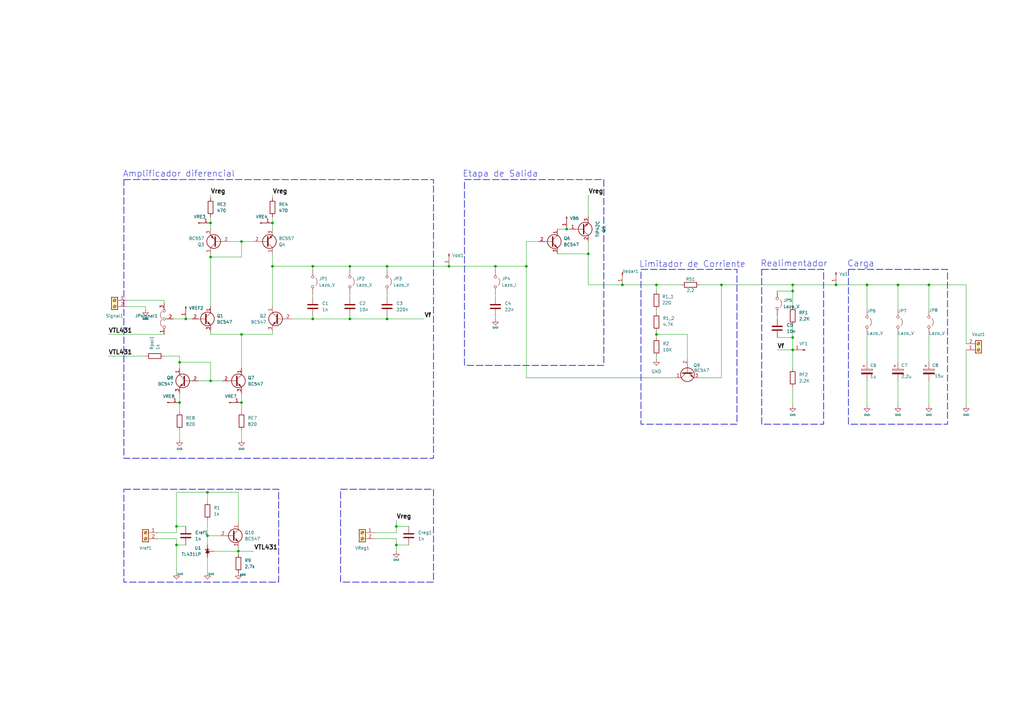
<source format=kicad_sch>
(kicad_sch
	(version 20250114)
	(generator "eeschema")
	(generator_version "9.0")
	(uuid "7cd59aed-9f75-44ff-9d7b-bf528def2913")
	(paper "A3")
	(lib_symbols
		(symbol "Connector:Conn_01x01_Pin"
			(pin_names
				(offset 1.016)
				(hide yes)
			)
			(exclude_from_sim no)
			(in_bom yes)
			(on_board yes)
			(property "Reference" "J"
				(at 0 2.54 0)
				(effects
					(font
						(size 1.27 1.27)
					)
				)
			)
			(property "Value" "Conn_01x01_Pin"
				(at 0 -2.54 0)
				(effects
					(font
						(size 1.27 1.27)
					)
				)
			)
			(property "Footprint" ""
				(at 0 0 0)
				(effects
					(font
						(size 1.27 1.27)
					)
					(hide yes)
				)
			)
			(property "Datasheet" "~"
				(at 0 0 0)
				(effects
					(font
						(size 1.27 1.27)
					)
					(hide yes)
				)
			)
			(property "Description" "Generic connector, single row, 01x01, script generated"
				(at 0 0 0)
				(effects
					(font
						(size 1.27 1.27)
					)
					(hide yes)
				)
			)
			(property "ki_locked" ""
				(at 0 0 0)
				(effects
					(font
						(size 1.27 1.27)
					)
				)
			)
			(property "ki_keywords" "connector"
				(at 0 0 0)
				(effects
					(font
						(size 1.27 1.27)
					)
					(hide yes)
				)
			)
			(property "ki_fp_filters" "Connector*:*_1x??_*"
				(at 0 0 0)
				(effects
					(font
						(size 1.27 1.27)
					)
					(hide yes)
				)
			)
			(symbol "Conn_01x01_Pin_1_1"
				(rectangle
					(start 0.8636 0.127)
					(end 0 -0.127)
					(stroke
						(width 0.1524)
						(type default)
					)
					(fill
						(type outline)
					)
				)
				(polyline
					(pts
						(xy 1.27 0) (xy 0.8636 0)
					)
					(stroke
						(width 0.1524)
						(type default)
					)
					(fill
						(type none)
					)
				)
				(pin passive line
					(at 5.08 0 180)
					(length 3.81)
					(name "Pin_1"
						(effects
							(font
								(size 1.27 1.27)
							)
						)
					)
					(number "1"
						(effects
							(font
								(size 1.27 1.27)
							)
						)
					)
				)
			)
			(embedded_fonts no)
		)
		(symbol "Connector:Screw_Terminal_01x02"
			(pin_names
				(offset 1.016)
				(hide yes)
			)
			(exclude_from_sim no)
			(in_bom yes)
			(on_board yes)
			(property "Reference" "J"
				(at 0 2.54 0)
				(effects
					(font
						(size 1.27 1.27)
					)
				)
			)
			(property "Value" "Screw_Terminal_01x02"
				(at 0 -5.08 0)
				(effects
					(font
						(size 1.27 1.27)
					)
				)
			)
			(property "Footprint" ""
				(at 0 0 0)
				(effects
					(font
						(size 1.27 1.27)
					)
					(hide yes)
				)
			)
			(property "Datasheet" "~"
				(at 0 0 0)
				(effects
					(font
						(size 1.27 1.27)
					)
					(hide yes)
				)
			)
			(property "Description" "Generic screw terminal, single row, 01x02, script generated (kicad-library-utils/schlib/autogen/connector/)"
				(at 0 0 0)
				(effects
					(font
						(size 1.27 1.27)
					)
					(hide yes)
				)
			)
			(property "ki_keywords" "screw terminal"
				(at 0 0 0)
				(effects
					(font
						(size 1.27 1.27)
					)
					(hide yes)
				)
			)
			(property "ki_fp_filters" "TerminalBlock*:*"
				(at 0 0 0)
				(effects
					(font
						(size 1.27 1.27)
					)
					(hide yes)
				)
			)
			(symbol "Screw_Terminal_01x02_1_1"
				(rectangle
					(start -1.27 1.27)
					(end 1.27 -3.81)
					(stroke
						(width 0.254)
						(type default)
					)
					(fill
						(type background)
					)
				)
				(polyline
					(pts
						(xy -0.5334 0.3302) (xy 0.3302 -0.508)
					)
					(stroke
						(width 0.1524)
						(type default)
					)
					(fill
						(type none)
					)
				)
				(polyline
					(pts
						(xy -0.5334 -2.2098) (xy 0.3302 -3.048)
					)
					(stroke
						(width 0.1524)
						(type default)
					)
					(fill
						(type none)
					)
				)
				(polyline
					(pts
						(xy -0.3556 0.508) (xy 0.508 -0.3302)
					)
					(stroke
						(width 0.1524)
						(type default)
					)
					(fill
						(type none)
					)
				)
				(polyline
					(pts
						(xy -0.3556 -2.032) (xy 0.508 -2.8702)
					)
					(stroke
						(width 0.1524)
						(type default)
					)
					(fill
						(type none)
					)
				)
				(circle
					(center 0 0)
					(radius 0.635)
					(stroke
						(width 0.1524)
						(type default)
					)
					(fill
						(type none)
					)
				)
				(circle
					(center 0 -2.54)
					(radius 0.635)
					(stroke
						(width 0.1524)
						(type default)
					)
					(fill
						(type none)
					)
				)
				(pin passive line
					(at -5.08 0 0)
					(length 3.81)
					(name "Pin_1"
						(effects
							(font
								(size 1.27 1.27)
							)
						)
					)
					(number "1"
						(effects
							(font
								(size 1.27 1.27)
							)
						)
					)
				)
				(pin passive line
					(at -5.08 -2.54 0)
					(length 3.81)
					(name "Pin_2"
						(effects
							(font
								(size 1.27 1.27)
							)
						)
					)
					(number "2"
						(effects
							(font
								(size 1.27 1.27)
							)
						)
					)
				)
			)
			(embedded_fonts no)
		)
		(symbol "Device:C"
			(pin_numbers
				(hide yes)
			)
			(pin_names
				(offset 0.254)
			)
			(exclude_from_sim no)
			(in_bom yes)
			(on_board yes)
			(property "Reference" "C"
				(at 0.635 2.54 0)
				(effects
					(font
						(size 1.27 1.27)
					)
					(justify left)
				)
			)
			(property "Value" "C"
				(at 0.635 -2.54 0)
				(effects
					(font
						(size 1.27 1.27)
					)
					(justify left)
				)
			)
			(property "Footprint" ""
				(at 0.9652 -3.81 0)
				(effects
					(font
						(size 1.27 1.27)
					)
					(hide yes)
				)
			)
			(property "Datasheet" "~"
				(at 0 0 0)
				(effects
					(font
						(size 1.27 1.27)
					)
					(hide yes)
				)
			)
			(property "Description" "Unpolarized capacitor"
				(at 0 0 0)
				(effects
					(font
						(size 1.27 1.27)
					)
					(hide yes)
				)
			)
			(property "ki_keywords" "cap capacitor"
				(at 0 0 0)
				(effects
					(font
						(size 1.27 1.27)
					)
					(hide yes)
				)
			)
			(property "ki_fp_filters" "C_*"
				(at 0 0 0)
				(effects
					(font
						(size 1.27 1.27)
					)
					(hide yes)
				)
			)
			(symbol "C_0_1"
				(polyline
					(pts
						(xy -2.032 0.762) (xy 2.032 0.762)
					)
					(stroke
						(width 0.508)
						(type default)
					)
					(fill
						(type none)
					)
				)
				(polyline
					(pts
						(xy -2.032 -0.762) (xy 2.032 -0.762)
					)
					(stroke
						(width 0.508)
						(type default)
					)
					(fill
						(type none)
					)
				)
			)
			(symbol "C_1_1"
				(pin passive line
					(at 0 3.81 270)
					(length 2.794)
					(name "~"
						(effects
							(font
								(size 1.27 1.27)
							)
						)
					)
					(number "1"
						(effects
							(font
								(size 1.27 1.27)
							)
						)
					)
				)
				(pin passive line
					(at 0 -3.81 90)
					(length 2.794)
					(name "~"
						(effects
							(font
								(size 1.27 1.27)
							)
						)
					)
					(number "2"
						(effects
							(font
								(size 1.27 1.27)
							)
						)
					)
				)
			)
			(embedded_fonts no)
		)
		(symbol "Device:C_Polarized"
			(pin_numbers
				(hide yes)
			)
			(pin_names
				(offset 0.254)
			)
			(exclude_from_sim no)
			(in_bom yes)
			(on_board yes)
			(property "Reference" "C"
				(at 0.635 2.54 0)
				(effects
					(font
						(size 1.27 1.27)
					)
					(justify left)
				)
			)
			(property "Value" "C_Polarized"
				(at 0.635 -2.54 0)
				(effects
					(font
						(size 1.27 1.27)
					)
					(justify left)
				)
			)
			(property "Footprint" ""
				(at 0.9652 -3.81 0)
				(effects
					(font
						(size 1.27 1.27)
					)
					(hide yes)
				)
			)
			(property "Datasheet" "~"
				(at 0 0 0)
				(effects
					(font
						(size 1.27 1.27)
					)
					(hide yes)
				)
			)
			(property "Description" "Polarized capacitor"
				(at 0 0 0)
				(effects
					(font
						(size 1.27 1.27)
					)
					(hide yes)
				)
			)
			(property "ki_keywords" "cap capacitor"
				(at 0 0 0)
				(effects
					(font
						(size 1.27 1.27)
					)
					(hide yes)
				)
			)
			(property "ki_fp_filters" "CP_*"
				(at 0 0 0)
				(effects
					(font
						(size 1.27 1.27)
					)
					(hide yes)
				)
			)
			(symbol "C_Polarized_0_1"
				(rectangle
					(start -2.286 0.508)
					(end 2.286 1.016)
					(stroke
						(width 0)
						(type default)
					)
					(fill
						(type none)
					)
				)
				(polyline
					(pts
						(xy -1.778 2.286) (xy -0.762 2.286)
					)
					(stroke
						(width 0)
						(type default)
					)
					(fill
						(type none)
					)
				)
				(polyline
					(pts
						(xy -1.27 2.794) (xy -1.27 1.778)
					)
					(stroke
						(width 0)
						(type default)
					)
					(fill
						(type none)
					)
				)
				(rectangle
					(start 2.286 -0.508)
					(end -2.286 -1.016)
					(stroke
						(width 0)
						(type default)
					)
					(fill
						(type outline)
					)
				)
			)
			(symbol "C_Polarized_1_1"
				(pin passive line
					(at 0 3.81 270)
					(length 2.794)
					(name "~"
						(effects
							(font
								(size 1.27 1.27)
							)
						)
					)
					(number "1"
						(effects
							(font
								(size 1.27 1.27)
							)
						)
					)
				)
				(pin passive line
					(at 0 -3.81 90)
					(length 2.794)
					(name "~"
						(effects
							(font
								(size 1.27 1.27)
							)
						)
					)
					(number "2"
						(effects
							(font
								(size 1.27 1.27)
							)
						)
					)
				)
			)
			(embedded_fonts no)
		)
		(symbol "Device:R"
			(pin_numbers
				(hide yes)
			)
			(pin_names
				(offset 0)
			)
			(exclude_from_sim no)
			(in_bom yes)
			(on_board yes)
			(property "Reference" "R"
				(at 2.032 0 90)
				(effects
					(font
						(size 1.27 1.27)
					)
				)
			)
			(property "Value" "R"
				(at 0 0 90)
				(effects
					(font
						(size 1.27 1.27)
					)
				)
			)
			(property "Footprint" ""
				(at -1.778 0 90)
				(effects
					(font
						(size 1.27 1.27)
					)
					(hide yes)
				)
			)
			(property "Datasheet" "~"
				(at 0 0 0)
				(effects
					(font
						(size 1.27 1.27)
					)
					(hide yes)
				)
			)
			(property "Description" "Resistor"
				(at 0 0 0)
				(effects
					(font
						(size 1.27 1.27)
					)
					(hide yes)
				)
			)
			(property "ki_keywords" "R res resistor"
				(at 0 0 0)
				(effects
					(font
						(size 1.27 1.27)
					)
					(hide yes)
				)
			)
			(property "ki_fp_filters" "R_*"
				(at 0 0 0)
				(effects
					(font
						(size 1.27 1.27)
					)
					(hide yes)
				)
			)
			(symbol "R_0_1"
				(rectangle
					(start -1.016 -2.54)
					(end 1.016 2.54)
					(stroke
						(width 0.254)
						(type default)
					)
					(fill
						(type none)
					)
				)
			)
			(symbol "R_1_1"
				(pin passive line
					(at 0 3.81 270)
					(length 1.27)
					(name "~"
						(effects
							(font
								(size 1.27 1.27)
							)
						)
					)
					(number "1"
						(effects
							(font
								(size 1.27 1.27)
							)
						)
					)
				)
				(pin passive line
					(at 0 -3.81 90)
					(length 1.27)
					(name "~"
						(effects
							(font
								(size 1.27 1.27)
							)
						)
					)
					(number "2"
						(effects
							(font
								(size 1.27 1.27)
							)
						)
					)
				)
			)
			(embedded_fonts no)
		)
		(symbol "Jumper:Jumper_2_Open"
			(pin_numbers
				(hide yes)
			)
			(pin_names
				(offset 0)
				(hide yes)
			)
			(exclude_from_sim yes)
			(in_bom yes)
			(on_board yes)
			(property "Reference" "JP"
				(at 0 2.794 0)
				(effects
					(font
						(size 1.27 1.27)
					)
				)
			)
			(property "Value" "Jumper_2_Open"
				(at 0 -2.286 0)
				(effects
					(font
						(size 1.27 1.27)
					)
				)
			)
			(property "Footprint" ""
				(at 0 0 0)
				(effects
					(font
						(size 1.27 1.27)
					)
					(hide yes)
				)
			)
			(property "Datasheet" "~"
				(at 0 0 0)
				(effects
					(font
						(size 1.27 1.27)
					)
					(hide yes)
				)
			)
			(property "Description" "Jumper, 2-pole, open"
				(at 0 0 0)
				(effects
					(font
						(size 1.27 1.27)
					)
					(hide yes)
				)
			)
			(property "ki_keywords" "Jumper SPST"
				(at 0 0 0)
				(effects
					(font
						(size 1.27 1.27)
					)
					(hide yes)
				)
			)
			(property "ki_fp_filters" "Jumper* TestPoint*2Pads* TestPoint*Bridge*"
				(at 0 0 0)
				(effects
					(font
						(size 1.27 1.27)
					)
					(hide yes)
				)
			)
			(symbol "Jumper_2_Open_0_0"
				(circle
					(center -2.032 0)
					(radius 0.508)
					(stroke
						(width 0)
						(type default)
					)
					(fill
						(type none)
					)
				)
				(circle
					(center 2.032 0)
					(radius 0.508)
					(stroke
						(width 0)
						(type default)
					)
					(fill
						(type none)
					)
				)
			)
			(symbol "Jumper_2_Open_0_1"
				(arc
					(start -1.524 1.27)
					(mid 0 1.778)
					(end 1.524 1.27)
					(stroke
						(width 0)
						(type default)
					)
					(fill
						(type none)
					)
				)
			)
			(symbol "Jumper_2_Open_1_1"
				(pin passive line
					(at -5.08 0 0)
					(length 2.54)
					(name "A"
						(effects
							(font
								(size 1.27 1.27)
							)
						)
					)
					(number "1"
						(effects
							(font
								(size 1.27 1.27)
							)
						)
					)
				)
				(pin passive line
					(at 5.08 0 180)
					(length 2.54)
					(name "B"
						(effects
							(font
								(size 1.27 1.27)
							)
						)
					)
					(number "2"
						(effects
							(font
								(size 1.27 1.27)
							)
						)
					)
				)
			)
			(embedded_fonts no)
		)
		(symbol "Jumper:Jumper_3_Open"
			(pin_names
				(offset 0)
				(hide yes)
			)
			(exclude_from_sim no)
			(in_bom no)
			(on_board yes)
			(property "Reference" "JP"
				(at -2.54 -2.54 0)
				(effects
					(font
						(size 1.27 1.27)
					)
				)
			)
			(property "Value" "Jumper_3_Open"
				(at 0 2.794 0)
				(effects
					(font
						(size 1.27 1.27)
					)
				)
			)
			(property "Footprint" ""
				(at 0 0 0)
				(effects
					(font
						(size 1.27 1.27)
					)
					(hide yes)
				)
			)
			(property "Datasheet" "~"
				(at 0 0 0)
				(effects
					(font
						(size 1.27 1.27)
					)
					(hide yes)
				)
			)
			(property "Description" "Jumper, 3-pole, both open"
				(at 0 0 0)
				(effects
					(font
						(size 1.27 1.27)
					)
					(hide yes)
				)
			)
			(property "ki_keywords" "Jumper SPDT"
				(at 0 0 0)
				(effects
					(font
						(size 1.27 1.27)
					)
					(hide yes)
				)
			)
			(property "ki_fp_filters" "Jumper* TestPoint*3Pads* TestPoint*Bridge*"
				(at 0 0 0)
				(effects
					(font
						(size 1.27 1.27)
					)
					(hide yes)
				)
			)
			(symbol "Jumper_3_Open_0_0"
				(circle
					(center -3.302 0)
					(radius 0.508)
					(stroke
						(width 0)
						(type default)
					)
					(fill
						(type none)
					)
				)
				(circle
					(center 0 0)
					(radius 0.508)
					(stroke
						(width 0)
						(type default)
					)
					(fill
						(type none)
					)
				)
				(circle
					(center 3.302 0)
					(radius 0.508)
					(stroke
						(width 0)
						(type default)
					)
					(fill
						(type none)
					)
				)
			)
			(symbol "Jumper_3_Open_0_1"
				(arc
					(start -3.048 1.016)
					(mid -1.651 1.4992)
					(end -0.254 1.016)
					(stroke
						(width 0)
						(type default)
					)
					(fill
						(type none)
					)
				)
				(polyline
					(pts
						(xy 0 -0.508) (xy 0 -1.27)
					)
					(stroke
						(width 0)
						(type default)
					)
					(fill
						(type none)
					)
				)
				(arc
					(start 0.254 1.016)
					(mid 1.651 1.4992)
					(end 3.048 1.016)
					(stroke
						(width 0)
						(type default)
					)
					(fill
						(type none)
					)
				)
			)
			(symbol "Jumper_3_Open_1_1"
				(pin passive line
					(at -6.35 0 0)
					(length 2.54)
					(name "A"
						(effects
							(font
								(size 1.27 1.27)
							)
						)
					)
					(number "1"
						(effects
							(font
								(size 1.27 1.27)
							)
						)
					)
				)
				(pin passive line
					(at 0 -3.81 90)
					(length 2.54)
					(name "C"
						(effects
							(font
								(size 1.27 1.27)
							)
						)
					)
					(number "2"
						(effects
							(font
								(size 1.27 1.27)
							)
						)
					)
				)
				(pin passive line
					(at 6.35 0 180)
					(length 2.54)
					(name "B"
						(effects
							(font
								(size 1.27 1.27)
							)
						)
					)
					(number "3"
						(effects
							(font
								(size 1.27 1.27)
							)
						)
					)
				)
			)
			(embedded_fonts no)
		)
		(symbol "Jumper_2_Open_1"
			(pin_numbers
				(hide yes)
			)
			(pin_names
				(offset 0)
				(hide yes)
			)
			(exclude_from_sim no)
			(in_bom yes)
			(on_board yes)
			(property "Reference" "JP"
				(at 0 2.794 0)
				(effects
					(font
						(size 1.27 1.27)
					)
				)
			)
			(property "Value" "Jumper_2_Open"
				(at 0 -2.286 0)
				(effects
					(font
						(size 1.27 1.27)
					)
				)
			)
			(property "Footprint" ""
				(at 0 0 0)
				(effects
					(font
						(size 1.27 1.27)
					)
					(hide yes)
				)
			)
			(property "Datasheet" "~"
				(at 0 0 0)
				(effects
					(font
						(size 1.27 1.27)
					)
					(hide yes)
				)
			)
			(property "Description" "Jumper, 2-pole, open"
				(at 0 0 0)
				(effects
					(font
						(size 1.27 1.27)
					)
					(hide yes)
				)
			)
			(property "ki_keywords" "Jumper SPST"
				(at 0 0 0)
				(effects
					(font
						(size 1.27 1.27)
					)
					(hide yes)
				)
			)
			(property "ki_fp_filters" "Jumper* TestPoint*2Pads* TestPoint*Bridge*"
				(at 0 0 0)
				(effects
					(font
						(size 1.27 1.27)
					)
					(hide yes)
				)
			)
			(symbol "Jumper_2_Open_1_0_0"
				(circle
					(center -2.032 0)
					(radius 0.508)
					(stroke
						(width 0)
						(type default)
					)
					(fill
						(type none)
					)
				)
				(circle
					(center 2.032 0)
					(radius 0.508)
					(stroke
						(width 0)
						(type default)
					)
					(fill
						(type none)
					)
				)
			)
			(symbol "Jumper_2_Open_1_0_1"
				(arc
					(start -1.524 1.27)
					(mid 0 1.778)
					(end 1.524 1.27)
					(stroke
						(width 0)
						(type default)
					)
					(fill
						(type none)
					)
				)
			)
			(symbol "Jumper_2_Open_1_1_1"
				(pin passive line
					(at -5.08 0 0)
					(length 2.54)
					(name "A"
						(effects
							(font
								(size 1.27 1.27)
							)
						)
					)
					(number "1"
						(effects
							(font
								(size 1.27 1.27)
							)
						)
					)
				)
				(pin passive line
					(at 5.08 0 180)
					(length 2.54)
					(name "B"
						(effects
							(font
								(size 1.27 1.27)
							)
						)
					)
					(number "2"
						(effects
							(font
								(size 1.27 1.27)
							)
						)
					)
				)
			)
			(embedded_fonts no)
		)
		(symbol "Reference_Voltage:TL431LP"
			(pin_numbers
				(hide yes)
			)
			(pin_names
				(hide yes)
			)
			(exclude_from_sim no)
			(in_bom yes)
			(on_board yes)
			(property "Reference" "U"
				(at -2.54 2.54 0)
				(effects
					(font
						(size 1.27 1.27)
					)
				)
			)
			(property "Value" "TL431LP"
				(at 0 -2.54 0)
				(effects
					(font
						(size 1.27 1.27)
					)
				)
			)
			(property "Footprint" "Package_TO_SOT_THT:TO-92_Inline"
				(at 0 -4.826 0)
				(effects
					(font
						(size 1.27 1.27)
						(italic yes)
					)
					(hide yes)
				)
			)
			(property "Datasheet" "http://www.ti.com/lit/ds/symlink/tl431.pdf"
				(at 0.508 -7.112 0)
				(effects
					(font
						(size 1.27 1.27)
						(italic yes)
					)
					(hide yes)
				)
			)
			(property "Description" "Shunt Regulator, TO-92"
				(at 0 -8.89 0)
				(effects
					(font
						(size 1.27 1.27)
					)
					(hide yes)
				)
			)
			(property "ki_keywords" "diode device regulator shunt"
				(at 0 0 0)
				(effects
					(font
						(size 1.27 1.27)
					)
					(hide yes)
				)
			)
			(property "ki_fp_filters" "TO*92*"
				(at 0 0 0)
				(effects
					(font
						(size 1.27 1.27)
					)
					(hide yes)
				)
			)
			(symbol "TL431LP_0_1"
				(polyline
					(pts
						(xy -1.27 0) (xy 0 0) (xy 1.27 0)
					)
					(stroke
						(width 0)
						(type default)
					)
					(fill
						(type none)
					)
				)
				(polyline
					(pts
						(xy -0.762 -0.762) (xy -0.762 0.762) (xy 0.762 0) (xy -0.762 -0.762)
					)
					(stroke
						(width 0)
						(type default)
					)
					(fill
						(type outline)
					)
				)
				(polyline
					(pts
						(xy 0.254 -0.762) (xy 0.762 -0.762) (xy 0.762 0.762) (xy 0.762 0.762)
					)
					(stroke
						(width 0.254)
						(type default)
					)
					(fill
						(type none)
					)
				)
			)
			(symbol "TL431LP_1_1"
				(pin passive line
					(at -2.54 0 0)
					(length 2.54)
					(name "A"
						(effects
							(font
								(size 1.27 1.27)
							)
						)
					)
					(number "2"
						(effects
							(font
								(size 1.27 1.27)
							)
						)
					)
				)
				(pin passive line
					(at 0 2.54 270)
					(length 2.54)
					(name "REF"
						(effects
							(font
								(size 1.27 1.27)
							)
						)
					)
					(number "1"
						(effects
							(font
								(size 1.27 1.27)
							)
						)
					)
				)
				(pin passive line
					(at 2.54 0 180)
					(length 2.54)
					(name "K"
						(effects
							(font
								(size 1.27 1.27)
							)
						)
					)
					(number "3"
						(effects
							(font
								(size 1.27 1.27)
							)
						)
					)
				)
			)
			(embedded_fonts no)
		)
		(symbol "Transistor_BJT:BC547"
			(pin_names
				(offset 0)
				(hide yes)
			)
			(exclude_from_sim no)
			(in_bom yes)
			(on_board yes)
			(property "Reference" "Q"
				(at 5.08 1.905 0)
				(effects
					(font
						(size 1.27 1.27)
					)
					(justify left)
				)
			)
			(property "Value" "BC547"
				(at 5.08 0 0)
				(effects
					(font
						(size 1.27 1.27)
					)
					(justify left)
				)
			)
			(property "Footprint" "Package_TO_SOT_THT:TO-92_Inline"
				(at 5.08 -1.905 0)
				(effects
					(font
						(size 1.27 1.27)
						(italic yes)
					)
					(justify left)
					(hide yes)
				)
			)
			(property "Datasheet" "https://www.onsemi.com/pub/Collateral/BC550-D.pdf"
				(at 0 0 0)
				(effects
					(font
						(size 1.27 1.27)
					)
					(justify left)
					(hide yes)
				)
			)
			(property "Description" "0.1A Ic, 45V Vce, Small Signal NPN Transistor, TO-92"
				(at 0 0 0)
				(effects
					(font
						(size 1.27 1.27)
					)
					(hide yes)
				)
			)
			(property "ki_keywords" "NPN Transistor"
				(at 0 0 0)
				(effects
					(font
						(size 1.27 1.27)
					)
					(hide yes)
				)
			)
			(property "ki_fp_filters" "TO?92*"
				(at 0 0 0)
				(effects
					(font
						(size 1.27 1.27)
					)
					(hide yes)
				)
			)
			(symbol "BC547_0_1"
				(polyline
					(pts
						(xy -2.54 0) (xy 0.635 0)
					)
					(stroke
						(width 0)
						(type default)
					)
					(fill
						(type none)
					)
				)
				(polyline
					(pts
						(xy 0.635 1.905) (xy 0.635 -1.905)
					)
					(stroke
						(width 0.508)
						(type default)
					)
					(fill
						(type none)
					)
				)
				(circle
					(center 1.27 0)
					(radius 2.8194)
					(stroke
						(width 0.254)
						(type default)
					)
					(fill
						(type none)
					)
				)
			)
			(symbol "BC547_1_1"
				(polyline
					(pts
						(xy 0.635 0.635) (xy 2.54 2.54)
					)
					(stroke
						(width 0)
						(type default)
					)
					(fill
						(type none)
					)
				)
				(polyline
					(pts
						(xy 0.635 -0.635) (xy 2.54 -2.54)
					)
					(stroke
						(width 0)
						(type default)
					)
					(fill
						(type none)
					)
				)
				(polyline
					(pts
						(xy 1.27 -1.778) (xy 1.778 -1.27) (xy 2.286 -2.286) (xy 1.27 -1.778)
					)
					(stroke
						(width 0)
						(type default)
					)
					(fill
						(type outline)
					)
				)
				(pin input line
					(at -5.08 0 0)
					(length 2.54)
					(name "B"
						(effects
							(font
								(size 1.27 1.27)
							)
						)
					)
					(number "2"
						(effects
							(font
								(size 1.27 1.27)
							)
						)
					)
				)
				(pin passive line
					(at 2.54 5.08 270)
					(length 2.54)
					(name "C"
						(effects
							(font
								(size 1.27 1.27)
							)
						)
					)
					(number "1"
						(effects
							(font
								(size 1.27 1.27)
							)
						)
					)
				)
				(pin passive line
					(at 2.54 -5.08 90)
					(length 2.54)
					(name "E"
						(effects
							(font
								(size 1.27 1.27)
							)
						)
					)
					(number "3"
						(effects
							(font
								(size 1.27 1.27)
							)
						)
					)
				)
			)
			(embedded_fonts no)
		)
		(symbol "Transistor_BJT:BC557"
			(pin_names
				(offset 0)
				(hide yes)
			)
			(exclude_from_sim no)
			(in_bom yes)
			(on_board yes)
			(property "Reference" "Q"
				(at 5.08 1.905 0)
				(effects
					(font
						(size 1.27 1.27)
					)
					(justify left)
				)
			)
			(property "Value" "BC557"
				(at 5.08 0 0)
				(effects
					(font
						(size 1.27 1.27)
					)
					(justify left)
				)
			)
			(property "Footprint" "Package_TO_SOT_THT:TO-92_Inline"
				(at 5.08 -1.905 0)
				(effects
					(font
						(size 1.27 1.27)
						(italic yes)
					)
					(justify left)
					(hide yes)
				)
			)
			(property "Datasheet" "https://www.onsemi.com/pub/Collateral/BC556BTA-D.pdf"
				(at 0 0 0)
				(effects
					(font
						(size 1.27 1.27)
					)
					(justify left)
					(hide yes)
				)
			)
			(property "Description" "0.1A Ic, 45V Vce, PNP Small Signal Transistor, TO-92"
				(at 0 0 0)
				(effects
					(font
						(size 1.27 1.27)
					)
					(hide yes)
				)
			)
			(property "ki_keywords" "PNP Transistor"
				(at 0 0 0)
				(effects
					(font
						(size 1.27 1.27)
					)
					(hide yes)
				)
			)
			(property "ki_fp_filters" "TO?92*"
				(at 0 0 0)
				(effects
					(font
						(size 1.27 1.27)
					)
					(hide yes)
				)
			)
			(symbol "BC557_0_1"
				(polyline
					(pts
						(xy -2.54 0) (xy 0.635 0)
					)
					(stroke
						(width 0)
						(type default)
					)
					(fill
						(type none)
					)
				)
				(polyline
					(pts
						(xy 0.635 1.905) (xy 0.635 -1.905)
					)
					(stroke
						(width 0.508)
						(type default)
					)
					(fill
						(type none)
					)
				)
				(polyline
					(pts
						(xy 0.635 0.635) (xy 2.54 2.54)
					)
					(stroke
						(width 0)
						(type default)
					)
					(fill
						(type none)
					)
				)
				(polyline
					(pts
						(xy 0.635 -0.635) (xy 2.54 -2.54)
					)
					(stroke
						(width 0)
						(type default)
					)
					(fill
						(type none)
					)
				)
				(circle
					(center 1.27 0)
					(radius 2.8194)
					(stroke
						(width 0.254)
						(type default)
					)
					(fill
						(type none)
					)
				)
				(polyline
					(pts
						(xy 2.286 -1.778) (xy 1.778 -2.286) (xy 1.27 -1.27) (xy 2.286 -1.778)
					)
					(stroke
						(width 0)
						(type default)
					)
					(fill
						(type outline)
					)
				)
			)
			(symbol "BC557_1_1"
				(pin input line
					(at -5.08 0 0)
					(length 2.54)
					(name "B"
						(effects
							(font
								(size 1.27 1.27)
							)
						)
					)
					(number "2"
						(effects
							(font
								(size 1.27 1.27)
							)
						)
					)
				)
				(pin passive line
					(at 2.54 5.08 270)
					(length 2.54)
					(name "C"
						(effects
							(font
								(size 1.27 1.27)
							)
						)
					)
					(number "1"
						(effects
							(font
								(size 1.27 1.27)
							)
						)
					)
				)
				(pin passive line
					(at 2.54 -5.08 90)
					(length 2.54)
					(name "E"
						(effects
							(font
								(size 1.27 1.27)
							)
						)
					)
					(number "3"
						(effects
							(font
								(size 1.27 1.27)
							)
						)
					)
				)
			)
			(embedded_fonts no)
		)
		(symbol "Transistor_BJT:TIP42C"
			(pin_names
				(offset 0)
				(hide yes)
			)
			(exclude_from_sim no)
			(in_bom yes)
			(on_board yes)
			(property "Reference" "Q"
				(at 6.35 1.905 0)
				(effects
					(font
						(size 1.27 1.27)
					)
					(justify left)
				)
			)
			(property "Value" "TIP42C"
				(at 6.35 0 0)
				(effects
					(font
						(size 1.27 1.27)
					)
					(justify left)
				)
			)
			(property "Footprint" "Package_TO_SOT_THT:TO-220-3_Vertical"
				(at 6.35 -1.905 0)
				(effects
					(font
						(size 1.27 1.27)
						(italic yes)
					)
					(justify left)
					(hide yes)
				)
			)
			(property "Datasheet" "https://www.centralsemi.com/get_document.php?cmp=1&mergetype=pd&mergepath=pd&pdf_id=TIP42.PDF"
				(at 0 0 0)
				(effects
					(font
						(size 1.27 1.27)
					)
					(justify left)
					(hide yes)
				)
			)
			(property "Description" "-6A Ic, -100V Vce, Power PNP Transistor, TO-220"
				(at 0 0 0)
				(effects
					(font
						(size 1.27 1.27)
					)
					(hide yes)
				)
			)
			(property "ki_keywords" "power PNP Transistor"
				(at 0 0 0)
				(effects
					(font
						(size 1.27 1.27)
					)
					(hide yes)
				)
			)
			(property "ki_fp_filters" "TO?220*"
				(at 0 0 0)
				(effects
					(font
						(size 1.27 1.27)
					)
					(hide yes)
				)
			)
			(symbol "TIP42C_0_1"
				(polyline
					(pts
						(xy -2.54 0) (xy 0.635 0)
					)
					(stroke
						(width 0)
						(type default)
					)
					(fill
						(type none)
					)
				)
				(polyline
					(pts
						(xy 0.635 1.905) (xy 0.635 -1.905)
					)
					(stroke
						(width 0.508)
						(type default)
					)
					(fill
						(type none)
					)
				)
				(polyline
					(pts
						(xy 0.635 0.635) (xy 2.54 2.54)
					)
					(stroke
						(width 0)
						(type default)
					)
					(fill
						(type none)
					)
				)
				(polyline
					(pts
						(xy 0.635 -0.635) (xy 2.54 -2.54)
					)
					(stroke
						(width 0)
						(type default)
					)
					(fill
						(type none)
					)
				)
				(circle
					(center 1.27 0)
					(radius 2.8194)
					(stroke
						(width 0.254)
						(type default)
					)
					(fill
						(type none)
					)
				)
				(polyline
					(pts
						(xy 2.286 -1.778) (xy 1.778 -2.286) (xy 1.27 -1.27) (xy 2.286 -1.778)
					)
					(stroke
						(width 0)
						(type default)
					)
					(fill
						(type outline)
					)
				)
			)
			(symbol "TIP42C_1_1"
				(pin input line
					(at -5.08 0 0)
					(length 2.54)
					(name "B"
						(effects
							(font
								(size 1.27 1.27)
							)
						)
					)
					(number "1"
						(effects
							(font
								(size 1.27 1.27)
							)
						)
					)
				)
				(pin passive line
					(at 2.54 5.08 270)
					(length 2.54)
					(name "C"
						(effects
							(font
								(size 1.27 1.27)
							)
						)
					)
					(number "2"
						(effects
							(font
								(size 1.27 1.27)
							)
						)
					)
				)
				(pin passive line
					(at 2.54 -5.08 90)
					(length 2.54)
					(name "E"
						(effects
							(font
								(size 1.27 1.27)
							)
						)
					)
					(number "3"
						(effects
							(font
								(size 1.27 1.27)
							)
						)
					)
				)
			)
			(embedded_fonts no)
		)
		(symbol "complex_hierarchy:GND"
			(power)
			(pin_names
				(offset 0)
			)
			(exclude_from_sim no)
			(in_bom yes)
			(on_board yes)
			(property "Reference" "#PWR"
				(at 0 -3.81 0)
				(effects
					(font
						(size 1.27 1.27)
					)
					(hide yes)
				)
			)
			(property "Value" "GND"
				(at 0 -3.1242 0)
				(effects
					(font
						(size 0.762 0.762)
					)
				)
			)
			(property "Footprint" ""
				(at 0 0 0)
				(effects
					(font
						(size 1.524 1.524)
					)
				)
			)
			(property "Datasheet" ""
				(at 0 0 0)
				(effects
					(font
						(size 1.524 1.524)
					)
				)
			)
			(property "Description" ""
				(at 0 0 0)
				(effects
					(font
						(size 1.27 1.27)
					)
					(hide yes)
				)
			)
			(symbol "GND_0_1"
				(polyline
					(pts
						(xy 0 0) (xy 0 -1.27) (xy 1.27 -1.27) (xy 0 -2.54) (xy -1.27 -1.27) (xy 0 -1.27)
					)
					(stroke
						(width 0)
						(type default)
					)
					(fill
						(type none)
					)
				)
			)
			(symbol "GND_1_1"
				(pin power_in line
					(at 0 0 270)
					(length 0)
					(hide yes)
					(name "GND"
						(effects
							(font
								(size 0.762 0.762)
							)
						)
					)
					(number "1"
						(effects
							(font
								(size 0.508 0.508)
							)
						)
					)
				)
			)
			(embedded_fonts no)
		)
		(symbol "complex_hierarchy:R"
			(pin_numbers
				(hide yes)
			)
			(pin_names
				(offset 0)
			)
			(exclude_from_sim no)
			(in_bom yes)
			(on_board yes)
			(property "Reference" "R"
				(at 2.032 0 90)
				(effects
					(font
						(size 1.27 1.27)
					)
				)
			)
			(property "Value" "R"
				(at 0 0 90)
				(effects
					(font
						(size 1.27 1.27)
					)
				)
			)
			(property "Footprint" ""
				(at -1.778 0 90)
				(effects
					(font
						(size 0.762 0.762)
					)
				)
			)
			(property "Datasheet" ""
				(at 0 0 0)
				(effects
					(font
						(size 0.762 0.762)
					)
				)
			)
			(property "Description" ""
				(at 0 0 0)
				(effects
					(font
						(size 1.27 1.27)
					)
					(hide yes)
				)
			)
			(property "ki_fp_filters" "R_* Resistor_*"
				(at 0 0 0)
				(effects
					(font
						(size 1.27 1.27)
					)
					(hide yes)
				)
			)
			(symbol "R_0_1"
				(rectangle
					(start -1.016 -2.54)
					(end 1.016 2.54)
					(stroke
						(width 0.254)
						(type default)
					)
					(fill
						(type none)
					)
				)
			)
			(symbol "R_1_1"
				(pin passive line
					(at 0 3.81 270)
					(length 1.27)
					(name "~"
						(effects
							(font
								(size 1.524 1.524)
							)
						)
					)
					(number "1"
						(effects
							(font
								(size 1.524 1.524)
							)
						)
					)
				)
				(pin passive line
					(at 0 -3.81 90)
					(length 1.27)
					(name "~"
						(effects
							(font
								(size 1.524 1.524)
							)
						)
					)
					(number "2"
						(effects
							(font
								(size 1.524 1.524)
							)
						)
					)
				)
			)
			(embedded_fonts no)
		)
		(symbol "power:GND"
			(power)
			(pin_numbers
				(hide yes)
			)
			(pin_names
				(offset 0)
				(hide yes)
			)
			(exclude_from_sim no)
			(in_bom yes)
			(on_board yes)
			(property "Reference" "#PWR"
				(at 0 -6.35 0)
				(effects
					(font
						(size 1.27 1.27)
					)
					(hide yes)
				)
			)
			(property "Value" "GND"
				(at 0 -3.81 0)
				(effects
					(font
						(size 1.27 1.27)
					)
				)
			)
			(property "Footprint" ""
				(at 0 0 0)
				(effects
					(font
						(size 1.27 1.27)
					)
					(hide yes)
				)
			)
			(property "Datasheet" ""
				(at 0 0 0)
				(effects
					(font
						(size 1.27 1.27)
					)
					(hide yes)
				)
			)
			(property "Description" "Power symbol creates a global label with name \"GND\" , ground"
				(at 0 0 0)
				(effects
					(font
						(size 1.27 1.27)
					)
					(hide yes)
				)
			)
			(property "ki_keywords" "global power"
				(at 0 0 0)
				(effects
					(font
						(size 1.27 1.27)
					)
					(hide yes)
				)
			)
			(symbol "GND_0_1"
				(polyline
					(pts
						(xy 0 0) (xy 0 -1.27) (xy 1.27 -1.27) (xy 0 -2.54) (xy -1.27 -1.27) (xy 0 -1.27)
					)
					(stroke
						(width 0)
						(type default)
					)
					(fill
						(type none)
					)
				)
			)
			(symbol "GND_1_1"
				(pin power_in line
					(at 0 0 270)
					(length 0)
					(name "~"
						(effects
							(font
								(size 1.27 1.27)
							)
						)
					)
					(number "1"
						(effects
							(font
								(size 1.27 1.27)
							)
						)
					)
				)
			)
			(embedded_fonts no)
		)
	)
	(rectangle
		(start 50.8 200.66)
		(end 114.3 238.76)
		(stroke
			(width 0.254)
			(type dash)
		)
		(fill
			(type none)
		)
		(uuid 1a442d0b-4b81-4c53-ae4e-f0afb672af0e)
	)
	(rectangle
		(start 139.7 200.66)
		(end 177.8 238.76)
		(stroke
			(width 0.254)
			(type dash)
		)
		(fill
			(type none)
		)
		(uuid 77c4b4f5-422d-4e67-b654-f64f304e9f0c)
	)
	(rectangle
		(start 50.8 73.66)
		(end 177.8 187.96)
		(stroke
			(width 0.254)
			(type dash)
		)
		(fill
			(type none)
		)
		(uuid 92c627e9-3581-4021-b0b5-d66647744624)
	)
	(rectangle
		(start 262.89 110.49)
		(end 302.26 173.99)
		(stroke
			(width 0.254)
			(type dash)
		)
		(fill
			(type none)
		)
		(uuid d1fc051d-caf2-45f1-82b4-a3cfb19eeca9)
	)
	(rectangle
		(start 190.5 73.66)
		(end 247.65 149.86)
		(stroke
			(width 0.254)
			(type dash)
		)
		(fill
			(type none)
		)
		(uuid d3350544-0608-4a61-b504-ecdc0daa013b)
	)
	(rectangle
		(start 347.98 110.49)
		(end 388.62 173.99)
		(stroke
			(width 0.254)
			(type dash)
		)
		(fill
			(type none)
		)
		(uuid d6b40688-3ab5-48e6-b82d-35a1bda71c17)
	)
	(rectangle
		(start 312.42 110.49)
		(end 337.82 173.99)
		(stroke
			(width 0.254)
			(type dash)
		)
		(fill
			(type none)
		)
		(uuid f5be4c1d-d491-4e59-96f0-6be0ea571574)
	)
	(text "Limitador de Corriente"
		(exclude_from_sim no)
		(at 283.972 108.458 0)
		(effects
			(font
				(size 2.54 2.54)
			)
		)
		(uuid "3d8b1a28-b50e-4464-a6f0-0d18b0261d77")
	)
	(text "Carga"
		(exclude_from_sim no)
		(at 353.06 108.204 0)
		(effects
			(font
				(size 2.54 2.54)
			)
		)
		(uuid "3eb1edf6-353a-4a2e-aa57-e3b977394c2a")
	)
	(text "Realimentador"
		(exclude_from_sim no)
		(at 325.628 108.204 0)
		(effects
			(font
				(size 2.54 2.54)
			)
		)
		(uuid "4f54ba9d-6357-4610-90bf-cfbc02405e18")
	)
	(text "Etapa de Salida"
		(exclude_from_sim no)
		(at 205.232 71.374 0)
		(effects
			(font
				(size 2.54 2.54)
			)
		)
		(uuid "84203f93-8e01-4be7-844e-13ed1608d52b")
	)
	(text "Amplificador diferencial"
		(exclude_from_sim no)
		(at 73.406 71.374 0)
		(effects
			(font
				(size 2.54 2.54)
			)
		)
		(uuid "86b7d694-76ce-45b7-8de8-f33e24dc7aa6")
	)
	(junction
		(at 97.79 226.06)
		(diameter 0)
		(color 0 0 0 0)
		(uuid "053e925d-3186-40c8-9a23-2eec28b9f947")
	)
	(junction
		(at 76.2 130.81)
		(diameter 0)
		(color 0 0 0 0)
		(uuid "0f917c55-432b-484a-a583-62d711f46997")
	)
	(junction
		(at 158.75 130.81)
		(diameter 0)
		(color 0 0 0 0)
		(uuid "15c48c09-2b0d-4981-904e-35e2bf3456a5")
	)
	(junction
		(at 232.41 93.98)
		(diameter 0)
		(color 0 0 0 0)
		(uuid "176b1751-b7c2-4dfb-bb10-15b14b73db6c")
	)
	(junction
		(at 111.76 109.22)
		(diameter 0)
		(color 0 0 0 0)
		(uuid "24421e89-b753-44c6-8b7e-c4b54108b15f")
	)
	(junction
		(at 241.3 104.14)
		(diameter 0)
		(color 0 0 0 0)
		(uuid "27ecb77f-c18e-4134-927c-48508f242e73")
	)
	(junction
		(at 325.12 116.84)
		(diameter 0)
		(color 0 0 0 0)
		(uuid "3c4b6741-a443-4f17-a9ea-0ef09fd68e38")
	)
	(junction
		(at 73.66 148.59)
		(diameter 0)
		(color 0 0 0 0)
		(uuid "4042dc85-240c-4d70-a81d-15aef638a5d7")
	)
	(junction
		(at 86.36 105.41)
		(diameter 0)
		(color 0 0 0 0)
		(uuid "55e96401-4753-4d5e-a9ab-05a972abf582")
	)
	(junction
		(at 325.12 119.38)
		(diameter 0)
		(color 0 0 0 0)
		(uuid "56b20fec-df57-4648-a180-c397b6c23ba9")
	)
	(junction
		(at 215.9 109.22)
		(diameter 0)
		(color 0 0 0 0)
		(uuid "5c2f528b-a0ee-4d35-852d-18573be0aedb")
	)
	(junction
		(at 325.12 143.51)
		(diameter 0)
		(color 0 0 0 0)
		(uuid "5d8ea5c0-9fc0-464a-bebf-301206f4f1a0")
	)
	(junction
		(at 86.36 156.21)
		(diameter 0)
		(color 0 0 0 0)
		(uuid "674e7f02-9001-488d-ae22-3862fdef4e44")
	)
	(junction
		(at 128.27 130.81)
		(diameter 0)
		(color 0 0 0 0)
		(uuid "68709c0b-2bc5-4be5-89c4-ecd465f195ef")
	)
	(junction
		(at 255.27 116.84)
		(diameter 0)
		(color 0 0 0 0)
		(uuid "6b0ca7f4-711d-4d55-85fe-e7ba206e8733")
	)
	(junction
		(at 325.12 138.43)
		(diameter 0)
		(color 0 0 0 0)
		(uuid "71623008-befb-4885-81f1-0cab2dc31ef1")
	)
	(junction
		(at 158.75 109.22)
		(diameter 0)
		(color 0 0 0 0)
		(uuid "79198ae2-4c62-4ce5-9f3b-f80206bf1f80")
	)
	(junction
		(at 381 116.84)
		(diameter 0)
		(color 0 0 0 0)
		(uuid "8146cb08-19fc-4a5a-a164-f40826b5c937")
	)
	(junction
		(at 203.2 109.22)
		(diameter 0)
		(color 0 0 0 0)
		(uuid "845bf2f3-6f28-43ab-bbc8-4ac7c5ef6bed")
	)
	(junction
		(at 143.51 109.22)
		(diameter 0)
		(color 0 0 0 0)
		(uuid "8c94de0a-7700-4443-b287-cf6e31671b58")
	)
	(junction
		(at 295.91 116.84)
		(diameter 0)
		(color 0 0 0 0)
		(uuid "9a34aa3c-e0b3-44f7-9d7f-dcca79451fb1")
	)
	(junction
		(at 143.51 130.81)
		(diameter 0)
		(color 0 0 0 0)
		(uuid "9eea5ad9-b120-49cf-83f7-deb3ae1d3d3a")
	)
	(junction
		(at 342.9 116.84)
		(diameter 0)
		(color 0 0 0 0)
		(uuid "a67db1bb-c7ba-44d7-8d70-b354ed93ce71")
	)
	(junction
		(at 85.09 201.93)
		(diameter 0)
		(color 0 0 0 0)
		(uuid "a7741933-81c9-471d-aeae-0856a9445d2a")
	)
	(junction
		(at 72.39 223.52)
		(diameter 0)
		(color 0 0 0 0)
		(uuid "acca6255-704a-4c3f-a32c-f78df2c5ca36")
	)
	(junction
		(at 162.56 215.9)
		(diameter 0)
		(color 0 0 0 0)
		(uuid "b88b464f-5ab6-4f66-9426-8c1b7ed7d34b")
	)
	(junction
		(at 111.76 91.44)
		(diameter 0)
		(color 0 0 0 0)
		(uuid "bcb31668-e0e2-46fc-91a7-30f3f0c43d92")
	)
	(junction
		(at 368.3 116.84)
		(diameter 0)
		(color 0 0 0 0)
		(uuid "c1a8df5b-4709-4736-a558-61f2c37d0401")
	)
	(junction
		(at 99.06 99.06)
		(diameter 0)
		(color 0 0 0 0)
		(uuid "c4d12853-1db8-4283-96f4-1c58b00dde96")
	)
	(junction
		(at 162.56 223.52)
		(diameter 0)
		(color 0 0 0 0)
		(uuid "d08f32b9-9c24-4517-9332-9baad7368601")
	)
	(junction
		(at 99.06 137.16)
		(diameter 0)
		(color 0 0 0 0)
		(uuid "d4a65aa1-8b34-4704-98b9-b73598fe4c9a")
	)
	(junction
		(at 86.36 91.44)
		(diameter 0)
		(color 0 0 0 0)
		(uuid "d6935088-189b-416f-bed0-99111922c750")
	)
	(junction
		(at 99.06 165.1)
		(diameter 0)
		(color 0 0 0 0)
		(uuid "e2646568-5a1d-432a-89c6-eebcfa92eff5")
	)
	(junction
		(at 73.66 165.1)
		(diameter 0)
		(color 0 0 0 0)
		(uuid "e7c1b385-935d-41b0-bdba-e049f764b882")
	)
	(junction
		(at 128.27 109.22)
		(diameter 0)
		(color 0 0 0 0)
		(uuid "eb484d81-e9b3-4d33-a540-bde683aa1690")
	)
	(junction
		(at 269.24 137.16)
		(diameter 0)
		(color 0 0 0 0)
		(uuid "ec1f3e96-af6c-4995-8e13-cc6b69138d65")
	)
	(junction
		(at 85.09 219.71)
		(diameter 0)
		(color 0 0 0 0)
		(uuid "ecf91485-51d9-4d92-9364-c4f5d6492f0c")
	)
	(junction
		(at 184.15 109.22)
		(diameter 0)
		(color 0 0 0 0)
		(uuid "f9ab8036-4565-4a4e-b2f5-d371ad386d30")
	)
	(junction
		(at 355.6 116.84)
		(diameter 0)
		(color 0 0 0 0)
		(uuid "fb5215b9-b963-492d-bd9c-b9161d5d04be")
	)
	(junction
		(at 269.24 116.84)
		(diameter 0)
		(color 0 0 0 0)
		(uuid "fc43ce33-ffc7-4c59-bf25-3f4a0e14b46f")
	)
	(junction
		(at 72.39 215.9)
		(diameter 0)
		(color 0 0 0 0)
		(uuid "fd2de737-d434-411c-b8f1-30e66609263f")
	)
	(wire
		(pts
			(xy 162.56 215.9) (xy 167.64 215.9)
		)
		(stroke
			(width 0)
			(type default)
		)
		(uuid "00c69e5e-d0c1-45aa-96e8-bddd76160a08")
	)
	(wire
		(pts
			(xy 215.9 99.06) (xy 220.98 99.06)
		)
		(stroke
			(width 0)
			(type default)
		)
		(uuid "02b2ca3c-e96f-4ae0-be6c-144b7ecbd70d")
	)
	(wire
		(pts
			(xy 73.66 176.53) (xy 73.66 180.34)
		)
		(stroke
			(width 0)
			(type default)
		)
		(uuid "08111e51-d448-492f-aafb-00c069b9d55a")
	)
	(wire
		(pts
			(xy 325.12 133.35) (xy 325.12 138.43)
		)
		(stroke
			(width 0)
			(type default)
		)
		(uuid "08f0bf02-8f46-40e2-8935-793820744cb9")
	)
	(wire
		(pts
			(xy 295.91 116.84) (xy 295.91 154.94)
		)
		(stroke
			(width 0)
			(type default)
		)
		(uuid "09bcaa4b-f613-474c-9d99-0b15c167a81b")
	)
	(wire
		(pts
			(xy 318.77 143.51) (xy 325.12 143.51)
		)
		(stroke
			(width 0)
			(type default)
		)
		(uuid "0ec4c8a1-525b-4803-a8fb-834b9bff3777")
	)
	(wire
		(pts
			(xy 325.12 166.37) (xy 325.12 158.75)
		)
		(stroke
			(width 0)
			(type default)
		)
		(uuid "0f494281-a04c-4f8a-be93-ec2b5cf5e017")
	)
	(wire
		(pts
			(xy 99.06 165.1) (xy 99.06 161.29)
		)
		(stroke
			(width 0)
			(type default)
		)
		(uuid "0fa8dd88-beb5-4e54-9611-fc312e22673d")
	)
	(wire
		(pts
			(xy 72.39 223.52) (xy 72.39 234.95)
		)
		(stroke
			(width 0)
			(type default)
		)
		(uuid "11585ba5-11c9-4323-bd95-e3b53464b282")
	)
	(wire
		(pts
			(xy 81.28 156.21) (xy 86.36 156.21)
		)
		(stroke
			(width 0)
			(type default)
		)
		(uuid "13ca9c5f-ca55-45f6-83b1-c0c762a7dbcc")
	)
	(wire
		(pts
			(xy 203.2 109.22) (xy 215.9 109.22)
		)
		(stroke
			(width 0)
			(type default)
		)
		(uuid "14140a4b-791d-42b8-b401-ce79a2330b87")
	)
	(wire
		(pts
			(xy 153.67 218.44) (xy 162.56 218.44)
		)
		(stroke
			(width 0)
			(type default)
		)
		(uuid "18f5b49c-1d7b-4859-ba40-d3a4a65661e4")
	)
	(wire
		(pts
			(xy 128.27 129.54) (xy 128.27 130.81)
		)
		(stroke
			(width 0)
			(type default)
		)
		(uuid "1adacae9-a666-43b0-a4aa-326fd7bdad7b")
	)
	(wire
		(pts
			(xy 396.24 116.84) (xy 396.24 140.97)
		)
		(stroke
			(width 0)
			(type default)
		)
		(uuid "1b5787cd-c7ab-4fd5-a89f-7354747f3ec9")
	)
	(wire
		(pts
			(xy 325.12 143.51) (xy 325.12 151.13)
		)
		(stroke
			(width 0)
			(type default)
		)
		(uuid "1c36557b-bc3a-4a8b-885d-620f75b4cefc")
	)
	(wire
		(pts
			(xy 97.79 201.93) (xy 97.79 214.63)
		)
		(stroke
			(width 0)
			(type default)
		)
		(uuid "1dfde984-eea3-47dc-8f9f-cace5edac02c")
	)
	(wire
		(pts
			(xy 325.12 138.43) (xy 325.12 143.51)
		)
		(stroke
			(width 0)
			(type default)
		)
		(uuid "230c082a-9c27-4732-a5ef-87b0876d4052")
	)
	(wire
		(pts
			(xy 215.9 154.94) (xy 276.86 154.94)
		)
		(stroke
			(width 0)
			(type default)
		)
		(uuid "23b73fc9-5d33-44e2-8a1e-2e152e0ec7d6")
	)
	(wire
		(pts
			(xy 325.12 116.84) (xy 325.12 119.38)
		)
		(stroke
			(width 0)
			(type default)
		)
		(uuid "249a5434-a2e1-4fc1-81f7-0081935caa45")
	)
	(wire
		(pts
			(xy 67.31 123.19) (xy 67.31 124.46)
		)
		(stroke
			(width 0)
			(type default)
		)
		(uuid "27708232-28b5-43b6-91fe-dd4b0624dba6")
	)
	(wire
		(pts
			(xy 99.06 180.34) (xy 99.06 176.53)
		)
		(stroke
			(width 0)
			(type default)
		)
		(uuid "2acfbf64-4a1a-4f9b-b7f7-263777d5a708")
	)
	(wire
		(pts
			(xy 85.09 213.36) (xy 85.09 219.71)
		)
		(stroke
			(width 0)
			(type default)
		)
		(uuid "2b5eb4f0-d681-4b67-9b82-dd42c0705f50")
	)
	(wire
		(pts
			(xy 111.76 88.9) (xy 111.76 91.44)
		)
		(stroke
			(width 0)
			(type default)
		)
		(uuid "2bb8d72b-a57a-49b4-87f4-a2be9ff274f0")
	)
	(wire
		(pts
			(xy 111.76 104.14) (xy 111.76 109.22)
		)
		(stroke
			(width 0)
			(type default)
		)
		(uuid "2d51c34f-e0d3-4c11-bec1-417577fea812")
	)
	(wire
		(pts
			(xy 72.39 223.52) (xy 76.2 223.52)
		)
		(stroke
			(width 0)
			(type default)
		)
		(uuid "2f212af1-2d87-4427-a2e6-d4604136aa0a")
	)
	(wire
		(pts
			(xy 143.51 129.54) (xy 143.51 130.81)
		)
		(stroke
			(width 0)
			(type default)
		)
		(uuid "31866227-1bd5-4b7b-9b4b-1edb07045a4e")
	)
	(wire
		(pts
			(xy 97.79 227.33) (xy 97.79 226.06)
		)
		(stroke
			(width 0)
			(type default)
		)
		(uuid "31e3025d-91fc-4b54-b576-9aed0106adff")
	)
	(wire
		(pts
			(xy 232.41 93.98) (xy 228.6 93.98)
		)
		(stroke
			(width 0)
			(type default)
		)
		(uuid "3200a531-6c15-44fd-8e38-785c59e62c10")
	)
	(wire
		(pts
			(xy 87.63 226.06) (xy 97.79 226.06)
		)
		(stroke
			(width 0)
			(type default)
		)
		(uuid "32d08663-caed-46b6-8537-960ce93c5e8a")
	)
	(wire
		(pts
			(xy 158.75 130.81) (xy 173.99 130.81)
		)
		(stroke
			(width 0)
			(type default)
		)
		(uuid "32fcf8ea-6e75-4ae4-a3f8-b171edce3c2b")
	)
	(wire
		(pts
			(xy 203.2 110.49) (xy 203.2 109.22)
		)
		(stroke
			(width 0)
			(type default)
		)
		(uuid "33ea54ac-11b7-4357-9a73-e7c26d741487")
	)
	(wire
		(pts
			(xy 85.09 219.71) (xy 90.17 219.71)
		)
		(stroke
			(width 0)
			(type default)
		)
		(uuid "33fe8bb0-2465-4567-bb9f-1b706e45506a")
	)
	(wire
		(pts
			(xy 52.07 125.73) (xy 59.69 125.73)
		)
		(stroke
			(width 0)
			(type default)
		)
		(uuid "37f95ad6-f991-41fe-8a46-875898134d25")
	)
	(wire
		(pts
			(xy 86.36 135.89) (xy 86.36 137.16)
		)
		(stroke
			(width 0)
			(type default)
		)
		(uuid "387afa09-649d-4246-8103-809d6a652b67")
	)
	(wire
		(pts
			(xy 64.77 218.44) (xy 72.39 218.44)
		)
		(stroke
			(width 0)
			(type default)
		)
		(uuid "3c29e84b-93a3-4bb1-8e4e-fe4ec9eb768c")
	)
	(wire
		(pts
			(xy 269.24 135.89) (xy 269.24 137.16)
		)
		(stroke
			(width 0)
			(type default)
		)
		(uuid "3d28006e-9178-4122-802a-711ebdec454b")
	)
	(wire
		(pts
			(xy 269.24 137.16) (xy 269.24 138.43)
		)
		(stroke
			(width 0)
			(type default)
		)
		(uuid "3e46be43-b716-492b-99eb-782b02da6f06")
	)
	(wire
		(pts
			(xy 215.9 109.22) (xy 215.9 154.94)
		)
		(stroke
			(width 0)
			(type default)
		)
		(uuid "41780a54-5619-406c-bdd3-84dc6174c895")
	)
	(wire
		(pts
			(xy 241.3 80.01) (xy 241.3 88.9)
		)
		(stroke
			(width 0)
			(type default)
		)
		(uuid "43b8c21c-7368-43f7-83b2-51bc557a5e69")
	)
	(wire
		(pts
			(xy 143.51 121.92) (xy 143.51 120.65)
		)
		(stroke
			(width 0)
			(type default)
		)
		(uuid "440e3866-c303-4a5e-a8db-2b018ad7c933")
	)
	(wire
		(pts
			(xy 128.27 109.22) (xy 128.27 110.49)
		)
		(stroke
			(width 0)
			(type default)
		)
		(uuid "447e1b46-5d9b-4730-a71d-90185e74f71e")
	)
	(wire
		(pts
			(xy 143.51 109.22) (xy 158.75 109.22)
		)
		(stroke
			(width 0)
			(type default)
		)
		(uuid "464dede1-b733-46cd-a94e-20f0d10df16d")
	)
	(wire
		(pts
			(xy 72.39 215.9) (xy 76.2 215.9)
		)
		(stroke
			(width 0)
			(type default)
		)
		(uuid "4a938ecd-766c-489d-b685-bcbaf5f840c9")
	)
	(wire
		(pts
			(xy 269.24 127) (xy 269.24 128.27)
		)
		(stroke
			(width 0)
			(type default)
		)
		(uuid "4a9a91bd-8e81-4bcc-a20a-e06a736d8c62")
	)
	(wire
		(pts
			(xy 72.39 201.93) (xy 72.39 215.9)
		)
		(stroke
			(width 0)
			(type default)
		)
		(uuid "4b1e5f7d-e022-4485-801b-6bc765bca528")
	)
	(wire
		(pts
			(xy 241.3 116.84) (xy 255.27 116.84)
		)
		(stroke
			(width 0)
			(type default)
		)
		(uuid "4ba71f31-44bb-4974-8ebd-3c833afe255b")
	)
	(wire
		(pts
			(xy 162.56 223.52) (xy 167.64 223.52)
		)
		(stroke
			(width 0)
			(type default)
		)
		(uuid "4d54f594-8692-4263-905a-eda1af625a52")
	)
	(wire
		(pts
			(xy 368.3 156.21) (xy 368.3 166.37)
		)
		(stroke
			(width 0)
			(type default)
		)
		(uuid "4dd6c63c-f832-4b5c-ba50-43698418e27a")
	)
	(wire
		(pts
			(xy 73.66 148.59) (xy 73.66 151.13)
		)
		(stroke
			(width 0)
			(type default)
		)
		(uuid "4e4deafc-95f0-4e28-ae88-7785ff7ec1cd")
	)
	(wire
		(pts
			(xy 143.51 109.22) (xy 143.51 110.49)
		)
		(stroke
			(width 0)
			(type default)
		)
		(uuid "50c74e0a-3436-4c6c-a7e5-4cc671a5bc7e")
	)
	(wire
		(pts
			(xy 52.07 123.19) (xy 67.31 123.19)
		)
		(stroke
			(width 0)
			(type default)
		)
		(uuid "518b2ffb-280f-40d5-9a60-81c1368447df")
	)
	(wire
		(pts
			(xy 119.38 130.81) (xy 128.27 130.81)
		)
		(stroke
			(width 0)
			(type default)
		)
		(uuid "53b9b863-81ab-4d35-b699-6b9d660d0c1a")
	)
	(wire
		(pts
			(xy 158.75 109.22) (xy 184.15 109.22)
		)
		(stroke
			(width 0)
			(type default)
		)
		(uuid "577abd71-2e19-4113-b427-34130a7f3e0c")
	)
	(wire
		(pts
			(xy 153.67 220.98) (xy 162.56 220.98)
		)
		(stroke
			(width 0)
			(type default)
		)
		(uuid "57f76b81-5614-4b0f-b121-99d48fb50a38")
	)
	(wire
		(pts
			(xy 86.36 156.21) (xy 91.44 156.21)
		)
		(stroke
			(width 0)
			(type default)
		)
		(uuid "59883365-d6f6-4dc2-9129-76446cde89b3")
	)
	(wire
		(pts
			(xy 184.15 109.22) (xy 203.2 109.22)
		)
		(stroke
			(width 0)
			(type default)
		)
		(uuid "5abda900-4d4d-4355-ad9f-9074ee0b4562")
	)
	(wire
		(pts
			(xy 233.68 93.98) (xy 232.41 93.98)
		)
		(stroke
			(width 0)
			(type default)
		)
		(uuid "6007b9b7-aabd-4269-9c81-b17a3d04405a")
	)
	(wire
		(pts
			(xy 85.09 228.6) (xy 85.09 234.95)
		)
		(stroke
			(width 0)
			(type default)
		)
		(uuid "60859494-8215-453a-8577-36647b3e11ec")
	)
	(wire
		(pts
			(xy 342.9 116.84) (xy 355.6 116.84)
		)
		(stroke
			(width 0)
			(type default)
		)
		(uuid "60f06431-f534-48a3-8892-b50c763ab5fe")
	)
	(wire
		(pts
			(xy 86.36 91.44) (xy 86.36 93.98)
		)
		(stroke
			(width 0)
			(type default)
		)
		(uuid "6347a596-09e5-4195-a989-34a799b7aa9c")
	)
	(wire
		(pts
			(xy 368.3 148.59) (xy 368.3 137.16)
		)
		(stroke
			(width 0)
			(type default)
		)
		(uuid "63d3886f-5618-47fc-88c9-37881bffe91b")
	)
	(wire
		(pts
			(xy 368.3 116.84) (xy 381 116.84)
		)
		(stroke
			(width 0)
			(type default)
		)
		(uuid "65dc8ab2-27a1-4492-af0b-b32a8d47f3fd")
	)
	(wire
		(pts
			(xy 64.77 220.98) (xy 72.39 220.98)
		)
		(stroke
			(width 0)
			(type default)
		)
		(uuid "668b8e43-058e-4174-9624-5b5e5ea87e2a")
	)
	(wire
		(pts
			(xy 71.12 130.81) (xy 76.2 130.81)
		)
		(stroke
			(width 0)
			(type default)
		)
		(uuid "67622a0c-1b0f-4d16-8f76-091487eb0f13")
	)
	(wire
		(pts
			(xy 59.69 125.73) (xy 59.69 127)
		)
		(stroke
			(width 0)
			(type default)
		)
		(uuid "67e564e7-2c13-4e2e-9fbc-f92c1132ecf0")
	)
	(wire
		(pts
			(xy 73.66 146.05) (xy 73.66 148.59)
		)
		(stroke
			(width 0)
			(type default)
		)
		(uuid "6cd4ecab-071b-4557-bc15-56eb275ca44f")
	)
	(wire
		(pts
			(xy 203.2 121.92) (xy 203.2 120.65)
		)
		(stroke
			(width 0)
			(type default)
		)
		(uuid "6db107d0-d022-41f5-9035-6456060b49b4")
	)
	(wire
		(pts
			(xy 99.06 168.91) (xy 99.06 165.1)
		)
		(stroke
			(width 0)
			(type default)
		)
		(uuid "6dfce280-1962-4fec-ad09-e5408170c529")
	)
	(wire
		(pts
			(xy 128.27 121.92) (xy 128.27 120.65)
		)
		(stroke
			(width 0)
			(type default)
		)
		(uuid "6f89dadc-7177-4ce1-9786-72d994ac2980")
	)
	(wire
		(pts
			(xy 381 116.84) (xy 381 127)
		)
		(stroke
			(width 0)
			(type default)
		)
		(uuid "70223e43-2be6-4560-b6ad-e7c7b42ea207")
	)
	(wire
		(pts
			(xy 86.36 105.41) (xy 99.06 105.41)
		)
		(stroke
			(width 0)
			(type default)
		)
		(uuid "70b79f8a-d9a0-4832-bbc9-630899162b1c")
	)
	(wire
		(pts
			(xy 111.76 91.44) (xy 111.76 93.98)
		)
		(stroke
			(width 0)
			(type default)
		)
		(uuid "7314b8a1-3b32-436b-a6a5-68613bcc1da8")
	)
	(wire
		(pts
			(xy 86.36 80.01) (xy 86.36 81.28)
		)
		(stroke
			(width 0)
			(type default)
		)
		(uuid "733cee5a-972d-41f3-ab7c-242efc8e502a")
	)
	(wire
		(pts
			(xy 158.75 121.92) (xy 158.75 120.65)
		)
		(stroke
			(width 0)
			(type default)
		)
		(uuid "74d322b3-4eaf-44ec-9a8a-ffed7afb2db7")
	)
	(wire
		(pts
			(xy 44.45 137.16) (xy 67.31 137.16)
		)
		(stroke
			(width 0)
			(type default)
		)
		(uuid "763494c0-8476-46c2-9f64-905e61ed9006")
	)
	(wire
		(pts
			(xy 111.76 80.01) (xy 111.76 81.28)
		)
		(stroke
			(width 0)
			(type default)
		)
		(uuid "7a0b511a-b0ef-4c16-b9dc-3552486db451")
	)
	(wire
		(pts
			(xy 162.56 220.98) (xy 162.56 223.52)
		)
		(stroke
			(width 0)
			(type default)
		)
		(uuid "7ae85a98-e13c-41e6-acc2-4c782adb2a84")
	)
	(wire
		(pts
			(xy 111.76 109.22) (xy 128.27 109.22)
		)
		(stroke
			(width 0)
			(type default)
		)
		(uuid "7cd721eb-e3a9-4916-b45c-63dcbc84e431")
	)
	(wire
		(pts
			(xy 295.91 116.84) (xy 325.12 116.84)
		)
		(stroke
			(width 0)
			(type default)
		)
		(uuid "7e9c3d50-b889-43db-950f-4625b997f63f")
	)
	(wire
		(pts
			(xy 99.06 137.16) (xy 111.76 137.16)
		)
		(stroke
			(width 0)
			(type default)
		)
		(uuid "81d4131d-cace-4179-9998-dcc5280837bf")
	)
	(wire
		(pts
			(xy 73.66 161.29) (xy 73.66 165.1)
		)
		(stroke
			(width 0)
			(type default)
		)
		(uuid "8256b3d7-3014-4641-bb93-d4bc83df9754")
	)
	(wire
		(pts
			(xy 355.6 156.21) (xy 355.6 166.37)
		)
		(stroke
			(width 0)
			(type default)
		)
		(uuid "8375f265-94ec-4ad8-ad3b-8be6324e3f50")
	)
	(wire
		(pts
			(xy 281.94 137.16) (xy 281.94 147.32)
		)
		(stroke
			(width 0)
			(type default)
		)
		(uuid "84f225a1-76cb-4dee-a64a-3aa246653c0c")
	)
	(wire
		(pts
			(xy 143.51 130.81) (xy 158.75 130.81)
		)
		(stroke
			(width 0)
			(type default)
		)
		(uuid "857a247f-1c8c-4d0c-9245-3cfffd8008bf")
	)
	(wire
		(pts
			(xy 44.45 146.05) (xy 59.69 146.05)
		)
		(stroke
			(width 0)
			(type default)
		)
		(uuid "859cab74-f66d-4192-aca9-567a12d7ebe4")
	)
	(wire
		(pts
			(xy 355.6 116.84) (xy 368.3 116.84)
		)
		(stroke
			(width 0)
			(type default)
		)
		(uuid "86327dec-9c8a-422f-ac4d-c82f7cf4767e")
	)
	(wire
		(pts
			(xy 162.56 218.44) (xy 162.56 215.9)
		)
		(stroke
			(width 0)
			(type default)
		)
		(uuid "870aacd3-9c28-4bb7-8bad-6fa5002cbd32")
	)
	(wire
		(pts
			(xy 381 116.84) (xy 396.24 116.84)
		)
		(stroke
			(width 0)
			(type default)
		)
		(uuid "8c5590fc-c8f2-48d0-9935-3703c94fda52")
	)
	(wire
		(pts
			(xy 269.24 119.38) (xy 269.24 116.84)
		)
		(stroke
			(width 0)
			(type default)
		)
		(uuid "8e53857e-a79e-4aa8-83a0-a9bbdbe6e6ce")
	)
	(wire
		(pts
			(xy 158.75 129.54) (xy 158.75 130.81)
		)
		(stroke
			(width 0)
			(type default)
		)
		(uuid "93148a1d-0df5-44d0-97ab-1faf10d32889")
	)
	(wire
		(pts
			(xy 67.31 146.05) (xy 73.66 146.05)
		)
		(stroke
			(width 0)
			(type default)
		)
		(uuid "96cb5051-9d14-4b06-9c40-e409ebe67873")
	)
	(wire
		(pts
			(xy 355.6 116.84) (xy 355.6 127)
		)
		(stroke
			(width 0)
			(type default)
		)
		(uuid "9709062a-bc40-48ac-a018-572b1ef89aa4")
	)
	(wire
		(pts
			(xy 215.9 99.06) (xy 215.9 109.22)
		)
		(stroke
			(width 0)
			(type default)
		)
		(uuid "9ad7f94a-41b7-44eb-b154-bf89f2d6a8d0")
	)
	(wire
		(pts
			(xy 73.66 148.59) (xy 86.36 148.59)
		)
		(stroke
			(width 0)
			(type default)
		)
		(uuid "9b76c0fc-05fd-4d64-8ccf-199a706b5af9")
	)
	(wire
		(pts
			(xy 128.27 109.22) (xy 143.51 109.22)
		)
		(stroke
			(width 0)
			(type default)
		)
		(uuid "9e58070c-1ab6-4de8-b813-c86f29d77b68")
	)
	(wire
		(pts
			(xy 203.2 130.81) (xy 203.2 129.54)
		)
		(stroke
			(width 0)
			(type default)
		)
		(uuid "9f03d0ce-4aae-4adb-9940-db92d99bcbd1")
	)
	(wire
		(pts
			(xy 381 148.59) (xy 381 137.16)
		)
		(stroke
			(width 0)
			(type default)
		)
		(uuid "a0b72db7-0d98-44b6-8dda-13f580828e1d")
	)
	(wire
		(pts
			(xy 73.66 165.1) (xy 73.66 168.91)
		)
		(stroke
			(width 0)
			(type default)
		)
		(uuid "a33add05-815b-4016-8096-d0e1bc49604e")
	)
	(wire
		(pts
			(xy 97.79 224.79) (xy 97.79 226.06)
		)
		(stroke
			(width 0)
			(type default)
		)
		(uuid "a67dba91-10f5-4344-b0d7-c9270647469b")
	)
	(wire
		(pts
			(xy 318.77 130.81) (xy 318.77 129.54)
		)
		(stroke
			(width 0)
			(type default)
		)
		(uuid "b24e1973-9bd2-4364-9148-029322a58015")
	)
	(wire
		(pts
			(xy 111.76 109.22) (xy 111.76 125.73)
		)
		(stroke
			(width 0)
			(type default)
		)
		(uuid "b2c5f2d7-fe45-4551-91e4-2c9a56c847c9")
	)
	(wire
		(pts
			(xy 158.75 109.22) (xy 158.75 110.49)
		)
		(stroke
			(width 0)
			(type default)
		)
		(uuid "b647bfae-da17-4736-9a2d-1da7e9f262ae")
	)
	(wire
		(pts
			(xy 99.06 99.06) (xy 99.06 105.41)
		)
		(stroke
			(width 0)
			(type default)
		)
		(uuid "b6cf0a95-623d-42df-b170-3ea3a166170b")
	)
	(wire
		(pts
			(xy 99.06 99.06) (xy 104.14 99.06)
		)
		(stroke
			(width 0)
			(type default)
		)
		(uuid "b7f9f79e-5f7d-411b-a79d-e9f0950d2299")
	)
	(wire
		(pts
			(xy 86.36 137.16) (xy 99.06 137.16)
		)
		(stroke
			(width 0)
			(type default)
		)
		(uuid "b8c69adc-8887-4a5f-baba-1f9f8e46d407")
	)
	(wire
		(pts
			(xy 162.56 223.52) (xy 162.56 226.06)
		)
		(stroke
			(width 0)
			(type default)
		)
		(uuid "b8d9e7e8-7eaa-4299-871a-a88dcd89f6b6")
	)
	(wire
		(pts
			(xy 396.24 143.51) (xy 396.24 166.37)
		)
		(stroke
			(width 0)
			(type default)
		)
		(uuid "bba35cc7-bb37-4c66-94e6-23801ed265c6")
	)
	(wire
		(pts
			(xy 72.39 220.98) (xy 72.39 223.52)
		)
		(stroke
			(width 0)
			(type default)
		)
		(uuid "bcca57cb-0bc4-4173-a4d2-97fab2ea5bc3")
	)
	(wire
		(pts
			(xy 287.02 116.84) (xy 295.91 116.84)
		)
		(stroke
			(width 0)
			(type default)
		)
		(uuid "bf685ee0-045a-4227-ac40-180337025f3b")
	)
	(wire
		(pts
			(xy 162.56 215.9) (xy 162.56 213.36)
		)
		(stroke
			(width 0)
			(type default)
		)
		(uuid "c030ad0c-4b15-4b97-bcd1-15e5f1913d8d")
	)
	(wire
		(pts
			(xy 269.24 116.84) (xy 279.4 116.84)
		)
		(stroke
			(width 0)
			(type default)
		)
		(uuid "c3840cba-cf1e-4a80-910f-39a4a87213e3")
	)
	(wire
		(pts
			(xy 325.12 116.84) (xy 342.9 116.84)
		)
		(stroke
			(width 0)
			(type default)
		)
		(uuid "c5ecacfb-13e8-4048-baa9-930bb271da83")
	)
	(wire
		(pts
			(xy 72.39 215.9) (xy 72.39 218.44)
		)
		(stroke
			(width 0)
			(type default)
		)
		(uuid "c782883f-fd73-4b9e-a977-85b62be3d308")
	)
	(wire
		(pts
			(xy 111.76 135.89) (xy 111.76 137.16)
		)
		(stroke
			(width 0)
			(type default)
		)
		(uuid "c9e106ca-2b1d-486e-b5ca-c7bd44e24e31")
	)
	(wire
		(pts
			(xy 269.24 146.05) (xy 269.24 147.32)
		)
		(stroke
			(width 0)
			(type default)
		)
		(uuid "ca9d0436-7a67-4fe5-8fcb-31cbfc58ae72")
	)
	(wire
		(pts
			(xy 355.6 148.59) (xy 355.6 137.16)
		)
		(stroke
			(width 0)
			(type default)
		)
		(uuid "cdf2600b-1c29-40c6-815e-70391cc83a4d")
	)
	(wire
		(pts
			(xy 241.3 99.06) (xy 241.3 104.14)
		)
		(stroke
			(width 0)
			(type default)
		)
		(uuid "cf4672c8-ccf0-450b-a649-8fa397c33393")
	)
	(wire
		(pts
			(xy 86.36 104.14) (xy 86.36 105.41)
		)
		(stroke
			(width 0)
			(type default)
		)
		(uuid "d18c82ff-5b6a-4841-9a3c-674993421e2a")
	)
	(wire
		(pts
			(xy 269.24 137.16) (xy 281.94 137.16)
		)
		(stroke
			(width 0)
			(type default)
		)
		(uuid "d2f2721a-391d-4c99-9571-5a9119f414a8")
	)
	(wire
		(pts
			(xy 86.36 105.41) (xy 86.36 125.73)
		)
		(stroke
			(width 0)
			(type default)
		)
		(uuid "de25465c-6a22-42d0-8ef6-f5d7ddae1091")
	)
	(wire
		(pts
			(xy 368.3 116.84) (xy 368.3 127)
		)
		(stroke
			(width 0)
			(type default)
		)
		(uuid "df3e976d-e9e4-4e11-8486-c1fac2f7abf1")
	)
	(wire
		(pts
			(xy 241.3 104.14) (xy 241.3 116.84)
		)
		(stroke
			(width 0)
			(type default)
		)
		(uuid "e8f8f894-b29f-45d7-b416-b503a67af3c8")
	)
	(wire
		(pts
			(xy 85.09 219.71) (xy 85.09 223.52)
		)
		(stroke
			(width 0)
			(type default)
		)
		(uuid "eb1baca4-59d2-43a4-8cb8-a5743274230c")
	)
	(wire
		(pts
			(xy 325.12 119.38) (xy 325.12 125.73)
		)
		(stroke
			(width 0)
			(type default)
		)
		(uuid "edb97f82-f8e0-4e08-a684-2a0bf25fdaf9")
	)
	(wire
		(pts
			(xy 72.39 201.93) (xy 85.09 201.93)
		)
		(stroke
			(width 0)
			(type default)
		)
		(uuid "ef898225-9ea6-40e6-a7ae-114915a622b7")
	)
	(wire
		(pts
			(xy 255.27 116.84) (xy 269.24 116.84)
		)
		(stroke
			(width 0)
			(type default)
		)
		(uuid "f035f3d8-5f17-4a56-a003-3c250ad55722")
	)
	(wire
		(pts
			(xy 76.2 130.81) (xy 78.74 130.81)
		)
		(stroke
			(width 0)
			(type default)
		)
		(uuid "f0cd876e-334e-4230-8969-193e09ee186e")
	)
	(wire
		(pts
			(xy 228.6 104.14) (xy 241.3 104.14)
		)
		(stroke
			(width 0)
			(type default)
		)
		(uuid "f0e6389a-8faf-4d81-88e5-a4fdb19fc29f")
	)
	(wire
		(pts
			(xy 85.09 201.93) (xy 85.09 205.74)
		)
		(stroke
			(width 0)
			(type default)
		)
		(uuid "f13e45fb-396b-4f45-b554-43b710cb563a")
	)
	(wire
		(pts
			(xy 97.79 226.06) (xy 104.14 226.06)
		)
		(stroke
			(width 0)
			(type default)
		)
		(uuid "f1d8dbc5-6a37-466d-884e-0e8045d17256")
	)
	(wire
		(pts
			(xy 381 156.21) (xy 381 166.37)
		)
		(stroke
			(width 0)
			(type default)
		)
		(uuid "f1f2e301-a34a-4fa2-b10e-f7b0a2333c4d")
	)
	(wire
		(pts
			(xy 318.77 119.38) (xy 325.12 119.38)
		)
		(stroke
			(width 0)
			(type default)
		)
		(uuid "f1fdafbb-efc2-4c19-81b0-1ba09e639863")
	)
	(wire
		(pts
			(xy 295.91 154.94) (xy 287.02 154.94)
		)
		(stroke
			(width 0)
			(type default)
		)
		(uuid "f295434c-70d0-4600-8c1c-3c339dd9bcf8")
	)
	(wire
		(pts
			(xy 99.06 137.16) (xy 99.06 151.13)
		)
		(stroke
			(width 0)
			(type default)
		)
		(uuid "f4fceb79-2fc6-4382-94f3-126aa098926b")
	)
	(wire
		(pts
			(xy 86.36 88.9) (xy 86.36 91.44)
		)
		(stroke
			(width 0)
			(type default)
		)
		(uuid "f60b7509-d2da-4e91-8a81-246fae4e83d6")
	)
	(wire
		(pts
			(xy 86.36 148.59) (xy 86.36 156.21)
		)
		(stroke
			(width 0)
			(type default)
		)
		(uuid "f6553407-7acc-4115-b9b3-f90f9395bd39")
	)
	(wire
		(pts
			(xy 128.27 130.81) (xy 143.51 130.81)
		)
		(stroke
			(width 0)
			(type default)
		)
		(uuid "f9f45330-a75a-4e73-a979-ce8ac25ac0a7")
	)
	(wire
		(pts
			(xy 318.77 138.43) (xy 325.12 138.43)
		)
		(stroke
			(width 0)
			(type default)
		)
		(uuid "fa34fd28-2feb-47f3-a25e-26ea13bd9925")
	)
	(wire
		(pts
			(xy 97.79 201.93) (xy 85.09 201.93)
		)
		(stroke
			(width 0)
			(type default)
		)
		(uuid "facf5a11-0d00-471d-ad80-0d4e7151e4be")
	)
	(wire
		(pts
			(xy 93.98 99.06) (xy 99.06 99.06)
		)
		(stroke
			(width 0)
			(type default)
		)
		(uuid "fc4820f0-f634-487c-b6dc-012032e7bcb8")
	)
	(label "VTL431"
		(at 104.14 226.06 0)
		(effects
			(font
				(size 1.778 1.778)
				(thickness 0.3556)
				(bold yes)
			)
			(justify left bottom)
		)
		(uuid "1d5a9c58-afa9-4361-892e-0dd1216dab72")
	)
	(label "Vreg"
		(at 241.3 80.01 0)
		(effects
			(font
				(size 1.778 1.778)
				(thickness 0.3556)
				(bold yes)
			)
			(justify left bottom)
		)
		(uuid "46d1db26-8b73-4128-920e-b0a9fda3ba2f")
	)
	(label "Vf"
		(at 173.99 130.81 0)
		(effects
			(font
				(size 1.778 1.778)
				(thickness 0.3556)
				(bold yes)
			)
			(justify left bottom)
		)
		(uuid "4e6ac6b3-6e88-49aa-9d76-5521f9ed6fab")
	)
	(label "Vf"
		(at 318.77 143.51 0)
		(effects
			(font
				(size 1.778 1.778)
				(thickness 0.3556)
				(bold yes)
			)
			(justify left bottom)
		)
		(uuid "7831f406-57bb-450d-9850-e64ff67d522d")
	)
	(label "Vreg"
		(at 86.36 80.01 0)
		(effects
			(font
				(size 1.778 1.778)
				(thickness 0.3556)
				(bold yes)
			)
			(justify left bottom)
		)
		(uuid "7e2041f1-3bc1-4ded-a4d3-aa9c8c451238")
	)
	(label "Vreg"
		(at 162.56 213.36 0)
		(effects
			(font
				(size 1.778 1.778)
				(thickness 0.3556)
				(bold yes)
			)
			(justify left bottom)
		)
		(uuid "901edc03-b0de-4eb0-ad2a-8221dd98eddd")
	)
	(label "Vreg"
		(at 111.76 80.01 0)
		(effects
			(font
				(size 1.778 1.778)
				(thickness 0.3556)
				(bold yes)
			)
			(justify left bottom)
		)
		(uuid "cc456c83-1a5e-4cd7-a9e4-aa675f47c601")
	)
	(label "VTL431"
		(at 44.45 146.05 0)
		(effects
			(font
				(size 1.778 1.778)
				(thickness 0.3556)
				(bold yes)
			)
			(justify left bottom)
		)
		(uuid "e573db66-c032-47c9-845f-3d105e58a79b")
	)
	(label "VTL431"
		(at 44.45 137.16 0)
		(effects
			(font
				(size 1.778 1.778)
				(thickness 0.3556)
				(bold yes)
			)
			(justify left bottom)
		)
		(uuid "f3194cde-a868-490c-a923-a5b1c54b9d94")
	)
	(symbol
		(lib_id "Jumper:Jumper_2_Open")
		(at 318.77 124.46 270)
		(mirror x)
		(unit 1)
		(exclude_from_sim yes)
		(in_bom yes)
		(on_board yes)
		(dnp no)
		(fields_autoplaced yes)
		(uuid "0095b1e9-3c0e-4e4d-af6d-08b14b9db97b")
		(property "Reference" "JP5"
			(at 321.31 123.1899 90)
			(effects
				(font
					(size 1.27 1.27)
				)
				(justify left)
			)
		)
		(property "Value" "Lazo_V"
			(at 321.31 125.7299 90)
			(effects
				(font
					(size 1.27 1.27)
				)
				(justify left)
			)
		)
		(property "Footprint" "Regulador_Lineal:PinHeader_1x02_P2.54mm_Vertical"
			(at 318.77 124.46 0)
			(effects
				(font
					(size 1.27 1.27)
				)
				(hide yes)
			)
		)
		(property "Datasheet" "~"
			(at 318.77 124.46 0)
			(effects
				(font
					(size 1.27 1.27)
				)
				(hide yes)
			)
		)
		(property "Description" "Jumper, 2-pole, open"
			(at 318.77 124.46 0)
			(effects
				(font
					(size 1.27 1.27)
				)
				(hide yes)
			)
		)
		(pin "1"
			(uuid "93d7297e-dcad-4193-9b46-6f1f60a9616d")
		)
		(pin "2"
			(uuid "80bcddfc-1141-40da-a74d-ccbf1ffd59d5")
		)
		(instances
			(project "PCB"
				(path "/7cd59aed-9f75-44ff-9d7b-bf528def2913"
					(reference "JP5")
					(unit 1)
				)
			)
		)
	)
	(symbol
		(lib_id "Transistor_BJT:BC557")
		(at 109.22 99.06 0)
		(mirror x)
		(unit 1)
		(exclude_from_sim no)
		(in_bom yes)
		(on_board yes)
		(dnp no)
		(uuid "070f86ff-07df-410a-8db5-59eb5ad9ee79")
		(property "Reference" "Q4"
			(at 114.3 100.3301 0)
			(effects
				(font
					(size 1.27 1.27)
				)
				(justify left)
			)
		)
		(property "Value" "BC557"
			(at 114.3 97.7901 0)
			(effects
				(font
					(size 1.27 1.27)
				)
				(justify left)
			)
		)
		(property "Footprint" "Regulador_Lineal:BC557"
			(at 114.3 97.155 0)
			(effects
				(font
					(size 1.27 1.27)
					(italic yes)
				)
				(justify left)
				(hide yes)
			)
		)
		(property "Datasheet" "https://www.onsemi.com/pub/Collateral/BC556BTA-D.pdf"
			(at 109.22 99.06 0)
			(effects
				(font
					(size 1.27 1.27)
				)
				(justify left)
				(hide yes)
			)
		)
		(property "Description" "0.1A Ic, 45V Vce, PNP Small Signal Transistor, TO-92"
			(at 109.22 99.06 0)
			(effects
				(font
					(size 1.27 1.27)
				)
				(hide yes)
			)
		)
		(pin "2"
			(uuid "1093d29b-0c63-4e02-a17b-298aae69d7ea")
		)
		(pin "1"
			(uuid "38d2518d-738b-47ec-8524-d29449e4f0a6")
		)
		(pin "3"
			(uuid "03c1e3c1-095d-41f8-9f73-7786cfd0839c")
		)
		(instances
			(project ""
				(path "/7cd59aed-9f75-44ff-9d7b-bf528def2913"
					(reference "Q4")
					(unit 1)
				)
			)
		)
	)
	(symbol
		(lib_id "Device:C")
		(at 143.51 125.73 0)
		(unit 1)
		(exclude_from_sim no)
		(in_bom yes)
		(on_board yes)
		(dnp no)
		(fields_autoplaced yes)
		(uuid "0838cbf0-5250-4707-b936-7a81102d77ce")
		(property "Reference" "C2"
			(at 147.32 124.4599 0)
			(effects
				(font
					(size 1.27 1.27)
				)
				(justify left)
			)
		)
		(property "Value" "10n"
			(at 147.32 126.9999 0)
			(effects
				(font
					(size 1.27 1.27)
				)
				(justify left)
			)
		)
		(property "Footprint" "Regulador_Lineal:Capacitor_10nf_L7.2mm_W3.0mm_P5.00mm_FKS2_FKP2_MKS2_MKP2"
			(at 144.4752 129.54 0)
			(effects
				(font
					(size 1.27 1.27)
				)
				(hide yes)
			)
		)
		(property "Datasheet" "~"
			(at 143.51 125.73 0)
			(effects
				(font
					(size 1.27 1.27)
				)
				(hide yes)
			)
		)
		(property "Description" "Unpolarized capacitor"
			(at 143.51 125.73 0)
			(effects
				(font
					(size 1.27 1.27)
				)
				(hide yes)
			)
		)
		(pin "1"
			(uuid "330f86ad-8f64-4683-bdcb-348cd0b794f2")
		)
		(pin "2"
			(uuid "a76d8746-8b6d-4f72-901f-ee6b522674a6")
		)
		(instances
			(project ""
				(path "/7cd59aed-9f75-44ff-9d7b-bf528def2913"
					(reference "C2")
					(unit 1)
				)
			)
		)
	)
	(symbol
		(lib_id "Connector:Conn_01x01_Pin")
		(at 255.27 111.76 270)
		(unit 1)
		(exclude_from_sim no)
		(in_bom yes)
		(on_board yes)
		(dnp no)
		(uuid "0ba44b35-e125-43e8-a084-8492cb0500ec")
		(property "Reference" "Vedar1"
			(at 255.27 111.252 90)
			(effects
				(font
					(size 1.27 1.27)
				)
				(justify left)
			)
		)
		(property "Value" "Conn_01x01_Pin"
			(at 256.54 113.6649 90)
			(effects
				(font
					(size 1.27 1.27)
				)
				(justify left)
				(hide yes)
			)
		)
		(property "Footprint" "Regulador_Lineal:Pin_Vertical_1x01_P2.54mm_Vertical"
			(at 255.27 111.76 0)
			(effects
				(font
					(size 1.27 1.27)
				)
				(hide yes)
			)
		)
		(property "Datasheet" "~"
			(at 255.27 111.76 0)
			(effects
				(font
					(size 1.27 1.27)
				)
				(hide yes)
			)
		)
		(property "Description" "Generic connector, single row, 01x01, script generated"
			(at 255.27 111.76 0)
			(effects
				(font
					(size 1.27 1.27)
				)
				(hide yes)
			)
		)
		(pin "1"
			(uuid "69d30365-be1f-4e6d-8ea9-72d7dc7e73bd")
		)
		(instances
			(project "PCB"
				(path "/7cd59aed-9f75-44ff-9d7b-bf528def2913"
					(reference "Vedar1")
					(unit 1)
				)
			)
		)
	)
	(symbol
		(lib_id "Jumper:Jumper_2_Open")
		(at 381 132.08 270)
		(mirror x)
		(unit 1)
		(exclude_from_sim yes)
		(in_bom yes)
		(on_board yes)
		(dnp no)
		(uuid "17c4dc4f-ca77-4b0b-9350-0cb9f48809e3")
		(property "Reference" "JP8"
			(at 381 127.254 90)
			(effects
				(font
					(size 1.27 1.27)
				)
				(justify left)
			)
		)
		(property "Value" "Lazo_V"
			(at 381 136.652 90)
			(effects
				(font
					(size 1.27 1.27)
				)
				(justify left)
			)
		)
		(property "Footprint" "Regulador_Lineal:PinHeader_1x02_P2.54mm_Vertical"
			(at 381 132.08 0)
			(effects
				(font
					(size 1.27 1.27)
				)
				(hide yes)
			)
		)
		(property "Datasheet" "~"
			(at 381 132.08 0)
			(effects
				(font
					(size 1.27 1.27)
				)
				(hide yes)
			)
		)
		(property "Description" "Jumper, 2-pole, open"
			(at 381 132.08 0)
			(effects
				(font
					(size 1.27 1.27)
				)
				(hide yes)
			)
		)
		(pin "1"
			(uuid "20b6af51-ff3e-4a55-8213-e140825dd606")
		)
		(pin "2"
			(uuid "dd4575e2-5f91-44ad-bb2e-c131d341fd1a")
		)
		(instances
			(project "PCB"
				(path "/7cd59aed-9f75-44ff-9d7b-bf528def2913"
					(reference "JP8")
					(unit 1)
				)
			)
		)
	)
	(symbol
		(lib_id "Device:C_Polarized")
		(at 368.3 152.4 0)
		(unit 1)
		(exclude_from_sim no)
		(in_bom yes)
		(on_board yes)
		(dnp no)
		(uuid "1c65a5bf-d286-4fbe-907d-de69cc101763")
		(property "Reference" "C7"
			(at 369.57 149.86 0)
			(effects
				(font
					(size 1.27 1.27)
				)
				(justify left)
			)
		)
		(property "Value" "2.2u"
			(at 369.57 154.432 0)
			(effects
				(font
					(size 1.27 1.27)
				)
				(justify left)
			)
		)
		(property "Footprint" "Regulador_Lineal:Capacitor_electrolitico_2.2u_Radial_D5.0mm_P2.00mm"
			(at 369.2652 156.21 0)
			(effects
				(font
					(size 1.27 1.27)
				)
				(hide yes)
			)
		)
		(property "Datasheet" "~"
			(at 368.3 152.4 0)
			(effects
				(font
					(size 1.27 1.27)
				)
				(hide yes)
			)
		)
		(property "Description" "Polarized capacitor"
			(at 368.3 152.4 0)
			(effects
				(font
					(size 1.27 1.27)
				)
				(hide yes)
			)
		)
		(pin "2"
			(uuid "bee6e93b-06fe-4c31-ab50-c20bcb89d64a")
		)
		(pin "1"
			(uuid "c53f8b68-3a86-4ead-bd7d-ce2978b8d12e")
		)
		(instances
			(project "PCB"
				(path "/7cd59aed-9f75-44ff-9d7b-bf528def2913"
					(reference "C7")
					(unit 1)
				)
			)
		)
	)
	(symbol
		(lib_id "Connector:Conn_01x01_Pin")
		(at 68.58 165.1 0)
		(unit 1)
		(exclude_from_sim no)
		(in_bom yes)
		(on_board yes)
		(dnp no)
		(fields_autoplaced yes)
		(uuid "1d54b60e-e959-42f2-8b7f-fb4b3de6ae95")
		(property "Reference" "VRE8"
			(at 69.215 162.56 0)
			(effects
				(font
					(size 1.27 1.27)
				)
			)
		)
		(property "Value" "Conn_01x01_Pin"
			(at 70.4849 163.83 90)
			(effects
				(font
					(size 1.27 1.27)
				)
				(justify left)
				(hide yes)
			)
		)
		(property "Footprint" "Regulador_Lineal:Pin_Vertical_1x01_P2.54mm_Vertical"
			(at 68.58 165.1 0)
			(effects
				(font
					(size 1.27 1.27)
				)
				(hide yes)
			)
		)
		(property "Datasheet" "~"
			(at 68.58 165.1 0)
			(effects
				(font
					(size 1.27 1.27)
				)
				(hide yes)
			)
		)
		(property "Description" "Generic connector, single row, 01x01, script generated"
			(at 68.58 165.1 0)
			(effects
				(font
					(size 1.27 1.27)
				)
				(hide yes)
			)
		)
		(pin "1"
			(uuid "8b01239d-721e-4b54-9f82-5ca0b03a5a81")
		)
		(instances
			(project "PCB"
				(path "/7cd59aed-9f75-44ff-9d7b-bf528def2913"
					(reference "VRE8")
					(unit 1)
				)
			)
		)
	)
	(symbol
		(lib_id "Device:C_Polarized")
		(at 381 152.4 0)
		(unit 1)
		(exclude_from_sim no)
		(in_bom yes)
		(on_board yes)
		(dnp no)
		(uuid "202ad7bb-04e8-4746-9f20-ef3c3873f443")
		(property "Reference" "C8"
			(at 382.27 149.86 0)
			(effects
				(font
					(size 1.27 1.27)
				)
				(justify left)
			)
		)
		(property "Value" "15u"
			(at 383.286 154.178 0)
			(effects
				(font
					(size 1.27 1.27)
				)
				(justify left)
			)
		)
		(property "Footprint" "Regulador_Lineal:Capacitor_electrolitico_22u_Radial_D6.3mm_P2.50mm"
			(at 381.9652 156.21 0)
			(effects
				(font
					(size 1.27 1.27)
				)
				(hide yes)
			)
		)
		(property "Datasheet" "~"
			(at 381 152.4 0)
			(effects
				(font
					(size 1.27 1.27)
				)
				(hide yes)
			)
		)
		(property "Description" "Polarized capacitor"
			(at 381 152.4 0)
			(effects
				(font
					(size 1.27 1.27)
				)
				(hide yes)
			)
		)
		(pin "2"
			(uuid "ceae2b79-3613-4a31-91f2-4bc461fe53d1")
		)
		(pin "1"
			(uuid "ef94a22b-f161-46ea-b1f6-0e21ffcff641")
		)
		(instances
			(project ""
				(path "/7cd59aed-9f75-44ff-9d7b-bf528def2913"
					(reference "C8")
					(unit 1)
				)
			)
		)
	)
	(symbol
		(lib_id "complex_hierarchy:GND")
		(at 85.09 234.95 0)
		(unit 1)
		(exclude_from_sim no)
		(in_bom yes)
		(on_board yes)
		(dnp no)
		(uuid "260baecd-04e5-4666-b2d1-8b5068246dc2")
		(property "Reference" "#PWR05"
			(at 85.09 238.76 0)
			(effects
				(font
					(size 1.27 1.27)
				)
				(hide yes)
			)
		)
		(property "Value" "GND"
			(at 86.614 235.458 0)
			(effects
				(font
					(size 0.762 0.762)
				)
			)
		)
		(property "Footprint" ""
			(at 85.09 234.95 0)
			(effects
				(font
					(size 1.524 1.524)
				)
			)
		)
		(property "Datasheet" ""
			(at 85.09 234.95 0)
			(effects
				(font
					(size 1.524 1.524)
				)
			)
		)
		(property "Description" ""
			(at 85.09 234.95 0)
			(effects
				(font
					(size 1.27 1.27)
				)
				(hide yes)
			)
		)
		(pin "1"
			(uuid "660c2be8-c2ee-4102-a8bd-d69d29a9ad94")
		)
		(instances
			(project "PCB"
				(path "/7cd59aed-9f75-44ff-9d7b-bf528def2913"
					(reference "#PWR05")
					(unit 1)
				)
			)
		)
	)
	(symbol
		(lib_id "Connector:Conn_01x01_Pin")
		(at 81.28 91.44 0)
		(unit 1)
		(exclude_from_sim no)
		(in_bom yes)
		(on_board yes)
		(dnp no)
		(fields_autoplaced yes)
		(uuid "3b7d408e-1e6a-4850-a820-8fd10b1eb219")
		(property "Reference" "VRE3"
			(at 81.915 88.9 0)
			(effects
				(font
					(size 1.27 1.27)
				)
			)
		)
		(property "Value" "Conn_01x01_Pin"
			(at 83.1849 90.17 90)
			(effects
				(font
					(size 1.27 1.27)
				)
				(justify left)
				(hide yes)
			)
		)
		(property "Footprint" "Regulador_Lineal:Pin_Vertical_1x01_P2.54mm_Vertical"
			(at 81.28 91.44 0)
			(effects
				(font
					(size 1.27 1.27)
				)
				(hide yes)
			)
		)
		(property "Datasheet" "~"
			(at 81.28 91.44 0)
			(effects
				(font
					(size 1.27 1.27)
				)
				(hide yes)
			)
		)
		(property "Description" "Generic connector, single row, 01x01, script generated"
			(at 81.28 91.44 0)
			(effects
				(font
					(size 1.27 1.27)
				)
				(hide yes)
			)
		)
		(pin "1"
			(uuid "2e88ab3a-4b58-488d-96c0-c043d78f1bc1")
		)
		(instances
			(project "PCB"
				(path "/7cd59aed-9f75-44ff-9d7b-bf528def2913"
					(reference "VRE3")
					(unit 1)
				)
			)
		)
	)
	(symbol
		(lib_id "Transistor_BJT:BC547")
		(at 226.06 99.06 0)
		(unit 1)
		(exclude_from_sim no)
		(in_bom yes)
		(on_board yes)
		(dnp no)
		(uuid "4fd4d259-c456-4685-98d0-031487f398cc")
		(property "Reference" "Q6"
			(at 231.14 97.7899 0)
			(effects
				(font
					(size 1.27 1.27)
				)
				(justify left)
			)
		)
		(property "Value" "BC547"
			(at 231.14 100.3299 0)
			(effects
				(font
					(size 1.27 1.27)
				)
				(justify left)
			)
		)
		(property "Footprint" "Regulador_Lineal:BC547"
			(at 231.14 100.965 0)
			(effects
				(font
					(size 1.27 1.27)
					(italic yes)
				)
				(justify left)
				(hide yes)
			)
		)
		(property "Datasheet" "https://www.onsemi.com/pub/Collateral/BC550-D.pdf"
			(at 226.06 99.06 0)
			(effects
				(font
					(size 1.27 1.27)
				)
				(justify left)
				(hide yes)
			)
		)
		(property "Description" "0.1A Ic, 45V Vce, Small Signal NPN Transistor, TO-92"
			(at 226.06 99.06 0)
			(effects
				(font
					(size 1.27 1.27)
				)
				(hide yes)
			)
		)
		(pin "1"
			(uuid "bb2b2b2f-e606-4d16-9c5e-52dc09c11a01")
		)
		(pin "3"
			(uuid "7883c94a-53d3-41d3-a8e8-d508e2b421bf")
		)
		(pin "2"
			(uuid "b37e5132-2ce6-4563-aa87-210cb5adf491")
		)
		(instances
			(project "PCB"
				(path "/7cd59aed-9f75-44ff-9d7b-bf528def2913"
					(reference "Q6")
					(unit 1)
				)
			)
		)
	)
	(symbol
		(lib_id "Transistor_BJT:BC547")
		(at 95.25 219.71 0)
		(unit 1)
		(exclude_from_sim no)
		(in_bom yes)
		(on_board yes)
		(dnp no)
		(fields_autoplaced yes)
		(uuid "516b0839-0505-497e-906f-9633a13b37e9")
		(property "Reference" "Q10"
			(at 100.33 218.4399 0)
			(effects
				(font
					(size 1.27 1.27)
				)
				(justify left)
			)
		)
		(property "Value" "BC547"
			(at 100.33 220.9799 0)
			(effects
				(font
					(size 1.27 1.27)
				)
				(justify left)
			)
		)
		(property "Footprint" "Regulador_Lineal:BC547"
			(at 100.33 221.615 0)
			(effects
				(font
					(size 1.27 1.27)
					(italic yes)
				)
				(justify left)
				(hide yes)
			)
		)
		(property "Datasheet" "https://www.onsemi.com/pub/Collateral/BC550-D.pdf"
			(at 95.25 219.71 0)
			(effects
				(font
					(size 1.27 1.27)
				)
				(justify left)
				(hide yes)
			)
		)
		(property "Description" "0.1A Ic, 45V Vce, Small Signal NPN Transistor, TO-92"
			(at 95.25 219.71 0)
			(effects
				(font
					(size 1.27 1.27)
				)
				(hide yes)
			)
		)
		(pin "3"
			(uuid "5e213411-1d48-4a2f-bc07-3c42a118a1cb")
		)
		(pin "2"
			(uuid "c2856c55-1c00-4a7b-82ca-b50e3fa1d2e9")
		)
		(pin "1"
			(uuid "309a99fc-d907-4238-9b8c-a9d233df6563")
		)
		(instances
			(project ""
				(path "/7cd59aed-9f75-44ff-9d7b-bf528def2913"
					(reference "Q10")
					(unit 1)
				)
			)
		)
	)
	(symbol
		(lib_id "complex_hierarchy:GND")
		(at 396.24 166.37 0)
		(unit 1)
		(exclude_from_sim no)
		(in_bom yes)
		(on_board yes)
		(dnp no)
		(fields_autoplaced yes)
		(uuid "540928c5-6c1e-452e-b3d6-3f7dcf19292c")
		(property "Reference" "#PWR09"
			(at 396.24 170.18 0)
			(effects
				(font
					(size 1.27 1.27)
				)
				(hide yes)
			)
		)
		(property "Value" "GND"
			(at 396.24 170.18 0)
			(effects
				(font
					(size 0.762 0.762)
				)
			)
		)
		(property "Footprint" ""
			(at 396.24 166.37 0)
			(effects
				(font
					(size 1.524 1.524)
				)
			)
		)
		(property "Datasheet" ""
			(at 396.24 166.37 0)
			(effects
				(font
					(size 1.524 1.524)
				)
			)
		)
		(property "Description" ""
			(at 396.24 166.37 0)
			(effects
				(font
					(size 1.27 1.27)
				)
				(hide yes)
			)
		)
		(pin "1"
			(uuid "719354df-fda9-4c2d-8b9f-0403d71a35c9")
		)
		(instances
			(project "PCB"
				(path "/7cd59aed-9f75-44ff-9d7b-bf528def2913"
					(reference "#PWR09")
					(unit 1)
				)
			)
		)
	)
	(symbol
		(lib_id "complex_hierarchy:GND")
		(at 162.56 226.06 0)
		(unit 1)
		(exclude_from_sim no)
		(in_bom yes)
		(on_board yes)
		(dnp no)
		(uuid "56716933-a277-4c7f-a575-04dade966e08")
		(property "Reference" "#PWR011"
			(at 162.56 229.87 0)
			(effects
				(font
					(size 1.27 1.27)
				)
				(hide yes)
			)
		)
		(property "Value" "GND"
			(at 162.56 229.616 0)
			(effects
				(font
					(size 0.762 0.762)
				)
			)
		)
		(property "Footprint" ""
			(at 162.56 226.06 0)
			(effects
				(font
					(size 1.524 1.524)
				)
			)
		)
		(property "Datasheet" ""
			(at 162.56 226.06 0)
			(effects
				(font
					(size 1.524 1.524)
				)
			)
		)
		(property "Description" ""
			(at 162.56 226.06 0)
			(effects
				(font
					(size 1.27 1.27)
				)
				(hide yes)
			)
		)
		(pin "1"
			(uuid "cb964090-23e9-4a99-953f-bb21a678cc5a")
		)
		(instances
			(project "PCB"
				(path "/7cd59aed-9f75-44ff-9d7b-bf528def2913"
					(reference "#PWR011")
					(unit 1)
				)
			)
		)
	)
	(symbol
		(lib_id "Connector:Screw_Terminal_01x02")
		(at 46.99 123.19 0)
		(mirror y)
		(unit 1)
		(exclude_from_sim no)
		(in_bom yes)
		(on_board yes)
		(dnp no)
		(uuid "5d1e2d30-26c9-4172-9280-10063113af1c")
		(property "Reference" "Signal1"
			(at 46.99 129.54 0)
			(effects
				(font
					(size 1.27 1.27)
				)
			)
		)
		(property "Value" "Screw_Terminal_01x02"
			(at 46.99 129.54 0)
			(effects
				(font
					(size 1.27 1.27)
				)
				(hide yes)
			)
		)
		(property "Footprint" "Regulador_Lineal:Terminal_MKDS-3-2-5.08_1x02_P5.08mm_Horizontal"
			(at 46.99 123.19 0)
			(effects
				(font
					(size 1.27 1.27)
				)
				(hide yes)
			)
		)
		(property "Datasheet" "~"
			(at 46.99 123.19 0)
			(effects
				(font
					(size 1.27 1.27)
				)
				(hide yes)
			)
		)
		(property "Description" "Generic screw terminal, single row, 01x02, script generated (kicad-library-utils/schlib/autogen/connector/)"
			(at 46.99 123.19 0)
			(effects
				(font
					(size 1.27 1.27)
				)
				(hide yes)
			)
		)
		(pin "1"
			(uuid "c8d3bcb0-e3d9-4b3d-8b65-a65d4afeba5b")
		)
		(pin "2"
			(uuid "c77ef8bb-47ad-457c-a146-c02870cd5996")
		)
		(instances
			(project "PCB"
				(path "/7cd59aed-9f75-44ff-9d7b-bf528def2913"
					(reference "Signal1")
					(unit 1)
				)
			)
		)
	)
	(symbol
		(lib_id "power:GND")
		(at 269.24 147.32 0)
		(unit 1)
		(exclude_from_sim no)
		(in_bom yes)
		(on_board yes)
		(dnp no)
		(fields_autoplaced yes)
		(uuid "5edbde38-99a9-4962-bdd6-37b92a5e9f63")
		(property "Reference" "#PWR03"
			(at 269.24 153.67 0)
			(effects
				(font
					(size 1.27 1.27)
				)
				(hide yes)
			)
		)
		(property "Value" "GND"
			(at 269.24 152.4 0)
			(effects
				(font
					(size 1.27 1.27)
				)
			)
		)
		(property "Footprint" ""
			(at 269.24 147.32 0)
			(effects
				(font
					(size 1.27 1.27)
				)
				(hide yes)
			)
		)
		(property "Datasheet" ""
			(at 269.24 147.32 0)
			(effects
				(font
					(size 1.27 1.27)
				)
				(hide yes)
			)
		)
		(property "Description" "Power symbol creates a global label with name \"GND\" , ground"
			(at 269.24 147.32 0)
			(effects
				(font
					(size 1.27 1.27)
				)
				(hide yes)
			)
		)
		(pin "1"
			(uuid "4c01c9bb-77d3-4672-b473-327365b3a1dd")
		)
		(instances
			(project ""
				(path "/7cd59aed-9f75-44ff-9d7b-bf528def2913"
					(reference "#PWR03")
					(unit 1)
				)
			)
		)
	)
	(symbol
		(lib_id "Connector:Conn_01x01_Pin")
		(at 76.2 125.73 270)
		(unit 1)
		(exclude_from_sim no)
		(in_bom yes)
		(on_board yes)
		(dnp no)
		(uuid "604f6ca9-49ab-4584-9897-7fd1e891935e")
		(property "Reference" "VREF2"
			(at 77.47 126.3649 90)
			(effects
				(font
					(size 1.27 1.27)
				)
				(justify left)
			)
		)
		(property "Value" "Conn_01x01_Pin"
			(at 77.47 127.6349 90)
			(effects
				(font
					(size 1.27 1.27)
				)
				(justify left)
				(hide yes)
			)
		)
		(property "Footprint" "Regulador_Lineal:Pin_Vertical_1x01_P2.54mm_Vertical"
			(at 76.2 125.73 0)
			(effects
				(font
					(size 1.27 1.27)
				)
				(hide yes)
			)
		)
		(property "Datasheet" "~"
			(at 76.2 125.73 0)
			(effects
				(font
					(size 1.27 1.27)
				)
				(hide yes)
			)
		)
		(property "Description" "Generic connector, single row, 01x01, script generated"
			(at 76.2 125.73 0)
			(effects
				(font
					(size 1.27 1.27)
				)
				(hide yes)
			)
		)
		(pin "1"
			(uuid "3b2aa685-1f81-42f2-9841-bc82f4ecca8a")
		)
		(instances
			(project "PCB"
				(path "/7cd59aed-9f75-44ff-9d7b-bf528def2913"
					(reference "VREF2")
					(unit 1)
				)
			)
		)
	)
	(symbol
		(lib_id "complex_hierarchy:GND")
		(at 72.39 234.95 0)
		(unit 1)
		(exclude_from_sim no)
		(in_bom yes)
		(on_board yes)
		(dnp no)
		(uuid "60de65c5-fc26-4dae-b28b-878406404277")
		(property "Reference" "#PWR08"
			(at 72.39 238.76 0)
			(effects
				(font
					(size 1.27 1.27)
				)
				(hide yes)
			)
		)
		(property "Value" "GND"
			(at 73.914 235.458 0)
			(effects
				(font
					(size 0.762 0.762)
				)
			)
		)
		(property "Footprint" ""
			(at 72.39 234.95 0)
			(effects
				(font
					(size 1.524 1.524)
				)
			)
		)
		(property "Datasheet" ""
			(at 72.39 234.95 0)
			(effects
				(font
					(size 1.524 1.524)
				)
			)
		)
		(property "Description" ""
			(at 72.39 234.95 0)
			(effects
				(font
					(size 1.27 1.27)
				)
				(hide yes)
			)
		)
		(pin "1"
			(uuid "647afc8f-1a2c-446b-ad30-f1d56471276c")
		)
		(instances
			(project "PCB"
				(path "/7cd59aed-9f75-44ff-9d7b-bf528def2913"
					(reference "#PWR08")
					(unit 1)
				)
			)
		)
	)
	(symbol
		(lib_id "Jumper:Jumper_2_Open")
		(at 368.3 132.08 270)
		(mirror x)
		(unit 1)
		(exclude_from_sim yes)
		(in_bom yes)
		(on_board yes)
		(dnp no)
		(uuid "68954db4-ee1e-4ab1-b579-ddaa80a84e62")
		(property "Reference" "JP7"
			(at 368.3 127.508 90)
			(effects
				(font
					(size 1.27 1.27)
				)
				(justify left)
			)
		)
		(property "Value" "Lazo_V"
			(at 368.3 136.652 90)
			(effects
				(font
					(size 1.27 1.27)
				)
				(justify left)
			)
		)
		(property "Footprint" "Regulador_Lineal:PinHeader_1x02_P2.54mm_Vertical"
			(at 368.3 132.08 0)
			(effects
				(font
					(size 1.27 1.27)
				)
				(hide yes)
			)
		)
		(property "Datasheet" "~"
			(at 368.3 132.08 0)
			(effects
				(font
					(size 1.27 1.27)
				)
				(hide yes)
			)
		)
		(property "Description" "Jumper, 2-pole, open"
			(at 368.3 132.08 0)
			(effects
				(font
					(size 1.27 1.27)
				)
				(hide yes)
			)
		)
		(pin "1"
			(uuid "08e667da-0030-413e-aefa-42c35d78c4de")
		)
		(pin "2"
			(uuid "e9696db3-1c4d-43ef-8855-bf8c319a5229")
		)
		(instances
			(project "PCB"
				(path "/7cd59aed-9f75-44ff-9d7b-bf528def2913"
					(reference "JP7")
					(unit 1)
				)
			)
		)
	)
	(symbol
		(lib_id "complex_hierarchy:R")
		(at 111.76 85.09 0)
		(unit 1)
		(exclude_from_sim no)
		(in_bom yes)
		(on_board yes)
		(dnp no)
		(fields_autoplaced yes)
		(uuid "69ae137c-e475-495e-a072-2840bdf53328")
		(property "Reference" "RE4"
			(at 114.3 83.8199 0)
			(effects
				(font
					(size 1.27 1.27)
				)
				(justify left)
			)
		)
		(property "Value" "470"
			(at 114.3 86.3599 0)
			(effects
				(font
					(size 1.27 1.27)
				)
				(justify left)
			)
		)
		(property "Footprint" "Regulador_Lineal:Resistor_1_4W_L6.3mm_D2.5mm_P10.16mm_Horizontal"
			(at 109.982 85.09 90)
			(effects
				(font
					(size 0.762 0.762)
				)
				(hide yes)
			)
		)
		(property "Datasheet" ""
			(at 111.76 85.09 0)
			(effects
				(font
					(size 0.762 0.762)
				)
			)
		)
		(property "Description" ""
			(at 111.76 85.09 0)
			(effects
				(font
					(size 1.27 1.27)
				)
				(hide yes)
			)
		)
		(pin "2"
			(uuid "25e3ffa4-f1da-483d-b7f2-7c90aa689ac5")
		)
		(pin "1"
			(uuid "a59854d2-5429-4408-a325-b642a1518270")
		)
		(instances
			(project "PCB"
				(path "/7cd59aed-9f75-44ff-9d7b-bf528def2913"
					(reference "RE4")
					(unit 1)
				)
			)
		)
	)
	(symbol
		(lib_id "complex_hierarchy:GND")
		(at 203.2 130.81 0)
		(unit 1)
		(exclude_from_sim no)
		(in_bom yes)
		(on_board yes)
		(dnp no)
		(uuid "6c722769-ee7e-489c-8b2f-c34635998c07")
		(property "Reference" "#PWR012"
			(at 203.2 134.62 0)
			(effects
				(font
					(size 1.27 1.27)
				)
				(hide yes)
			)
		)
		(property "Value" "GND"
			(at 203.2 134.366 0)
			(effects
				(font
					(size 0.762 0.762)
				)
			)
		)
		(property "Footprint" ""
			(at 203.2 130.81 0)
			(effects
				(font
					(size 1.524 1.524)
				)
			)
		)
		(property "Datasheet" ""
			(at 203.2 130.81 0)
			(effects
				(font
					(size 1.524 1.524)
				)
			)
		)
		(property "Description" ""
			(at 203.2 130.81 0)
			(effects
				(font
					(size 1.27 1.27)
				)
				(hide yes)
			)
		)
		(pin "1"
			(uuid "93cb2fa8-5259-4d81-8355-b308e304affd")
		)
		(instances
			(project "PCB"
				(path "/7cd59aed-9f75-44ff-9d7b-bf528def2913"
					(reference "#PWR012")
					(unit 1)
				)
			)
		)
	)
	(symbol
		(lib_id "Device:R")
		(at 73.66 172.72 0)
		(unit 1)
		(exclude_from_sim no)
		(in_bom yes)
		(on_board yes)
		(dnp no)
		(uuid "6d4d4324-b72d-4932-bee2-4424bbeda1dd")
		(property "Reference" "RE8"
			(at 76.2 171.4499 0)
			(effects
				(font
					(size 1.27 1.27)
				)
				(justify left)
			)
		)
		(property "Value" "820"
			(at 76.2 173.9899 0)
			(effects
				(font
					(size 1.27 1.27)
				)
				(justify left)
			)
		)
		(property "Footprint" "Regulador_Lineal:Resistor_1_4W_L6.3mm_D2.5mm_P10.16mm_Horizontal"
			(at 71.882 172.72 90)
			(effects
				(font
					(size 1.27 1.27)
				)
				(hide yes)
			)
		)
		(property "Datasheet" "~"
			(at 73.66 172.72 0)
			(effects
				(font
					(size 1.27 1.27)
				)
				(hide yes)
			)
		)
		(property "Description" "Resistor"
			(at 73.66 172.72 0)
			(effects
				(font
					(size 1.27 1.27)
				)
				(hide yes)
			)
		)
		(pin "2"
			(uuid "a52ec915-e033-4180-8039-63daaca84556")
		)
		(pin "1"
			(uuid "0aef9b98-3cbb-41bd-a9c7-8ce86852403f")
		)
		(instances
			(project "PCB"
				(path "/7cd59aed-9f75-44ff-9d7b-bf528def2913"
					(reference "RE8")
					(unit 1)
				)
			)
		)
	)
	(symbol
		(lib_id "Device:C")
		(at 158.75 125.73 0)
		(unit 1)
		(exclude_from_sim no)
		(in_bom yes)
		(on_board yes)
		(dnp no)
		(fields_autoplaced yes)
		(uuid "744b1015-adb1-45ac-b904-86925e0fde78")
		(property "Reference" "C3"
			(at 162.56 124.4599 0)
			(effects
				(font
					(size 1.27 1.27)
				)
				(justify left)
			)
		)
		(property "Value" "220n"
			(at 162.56 126.9999 0)
			(effects
				(font
					(size 1.27 1.27)
				)
				(justify left)
			)
		)
		(property "Footprint" "Regulador_Lineal:Capacitor_220n_Rect_L10.3mm_W7.2mm_P7.50mm_MKS4"
			(at 159.7152 129.54 0)
			(effects
				(font
					(size 1.27 1.27)
				)
				(hide yes)
			)
		)
		(property "Datasheet" "~"
			(at 158.75 125.73 0)
			(effects
				(font
					(size 1.27 1.27)
				)
				(hide yes)
			)
		)
		(property "Description" "Unpolarized capacitor"
			(at 158.75 125.73 0)
			(effects
				(font
					(size 1.27 1.27)
				)
				(hide yes)
			)
		)
		(pin "1"
			(uuid "2c6a3d8d-1ffb-4c95-a55d-576767b1f464")
		)
		(pin "2"
			(uuid "4a582162-2a43-4551-9936-093649789701")
		)
		(instances
			(project "PCB"
				(path "/7cd59aed-9f75-44ff-9d7b-bf528def2913"
					(reference "C3")
					(unit 1)
				)
			)
		)
	)
	(symbol
		(lib_id "Connector:Conn_01x01_Pin")
		(at 342.9 111.76 270)
		(unit 1)
		(exclude_from_sim no)
		(in_bom yes)
		(on_board yes)
		(dnp no)
		(fields_autoplaced yes)
		(uuid "78a014c5-18f4-4d33-a82e-b2a45a95732c")
		(property "Reference" "Vo1"
			(at 344.17 112.3949 90)
			(effects
				(font
					(size 1.27 1.27)
				)
				(justify left)
			)
		)
		(property "Value" "Conn_01x01_Pin"
			(at 344.17 113.6649 90)
			(effects
				(font
					(size 1.27 1.27)
				)
				(justify left)
				(hide yes)
			)
		)
		(property "Footprint" "Regulador_Lineal:Pin_Vertical_1x01_P2.54mm_Vertical"
			(at 342.9 111.76 0)
			(effects
				(font
					(size 1.27 1.27)
				)
				(hide yes)
			)
		)
		(property "Datasheet" "~"
			(at 342.9 111.76 0)
			(effects
				(font
					(size 1.27 1.27)
				)
				(hide yes)
			)
		)
		(property "Description" "Generic connector, single row, 01x01, script generated"
			(at 342.9 111.76 0)
			(effects
				(font
					(size 1.27 1.27)
				)
				(hide yes)
			)
		)
		(pin "1"
			(uuid "c2d27178-a5fd-4e7f-8442-43cdb6a33ad0")
		)
		(instances
			(project "PCB"
				(path "/7cd59aed-9f75-44ff-9d7b-bf528def2913"
					(reference "Vo1")
					(unit 1)
				)
			)
		)
	)
	(symbol
		(lib_id "Jumper:Jumper_3_Open")
		(at 67.31 130.81 90)
		(unit 1)
		(exclude_from_sim no)
		(in_bom no)
		(on_board yes)
		(dnp no)
		(fields_autoplaced yes)
		(uuid "79b8a7f3-a15b-42a4-9151-d7cb6f5107ac")
		(property "Reference" "JPsignal1"
			(at 64.77 129.5399 90)
			(effects
				(font
					(size 1.27 1.27)
				)
				(justify left)
			)
		)
		(property "Value" "Jumper_3_Open"
			(at 64.77 132.0799 90)
			(effects
				(font
					(size 1.27 1.27)
				)
				(justify left)
				(hide yes)
			)
		)
		(property "Footprint" "Regulador_Lineal:PinHeader_1x03_P2.54mm_Vertical"
			(at 67.31 130.81 0)
			(effects
				(font
					(size 1.27 1.27)
				)
				(hide yes)
			)
		)
		(property "Datasheet" "~"
			(at 67.31 130.81 0)
			(effects
				(font
					(size 1.27 1.27)
				)
				(hide yes)
			)
		)
		(property "Description" "Jumper, 3-pole, both open"
			(at 67.31 130.81 0)
			(effects
				(font
					(size 1.27 1.27)
				)
				(hide yes)
			)
		)
		(pin "3"
			(uuid "d21a9d3f-3b52-4c0a-86fa-a1084638b7c3")
		)
		(pin "2"
			(uuid "86be6981-860a-420a-87b8-d77cff12df99")
		)
		(pin "1"
			(uuid "23449844-786e-437b-9a5f-8cf100aa2aeb")
		)
		(instances
			(project ""
				(path "/7cd59aed-9f75-44ff-9d7b-bf528def2913"
					(reference "JPsignal1")
					(unit 1)
				)
			)
		)
	)
	(symbol
		(lib_id "Device:C")
		(at 76.2 219.71 0)
		(unit 1)
		(exclude_from_sim no)
		(in_bom yes)
		(on_board yes)
		(dnp no)
		(fields_autoplaced yes)
		(uuid "7b434bb2-af46-4443-b324-2986d80c66e8")
		(property "Reference" "Cref1"
			(at 80.01 218.4399 0)
			(effects
				(font
					(size 1.27 1.27)
				)
				(justify left)
			)
		)
		(property "Value" "1n"
			(at 80.01 220.9799 0)
			(effects
				(font
					(size 1.27 1.27)
				)
				(justify left)
			)
		)
		(property "Footprint" "Regulador_Lineal:Capacitor_1nf_L7.2mm_W3.0mm_P5.00mm_FKS2_FKP2_MKS2_MKP2"
			(at 77.1652 223.52 0)
			(effects
				(font
					(size 1.27 1.27)
				)
				(hide yes)
			)
		)
		(property "Datasheet" "~"
			(at 76.2 219.71 0)
			(effects
				(font
					(size 1.27 1.27)
				)
				(hide yes)
			)
		)
		(property "Description" "Unpolarized capacitor"
			(at 76.2 219.71 0)
			(effects
				(font
					(size 1.27 1.27)
				)
				(hide yes)
			)
		)
		(pin "2"
			(uuid "b71a2568-0e58-4692-8c44-f18212276a34")
		)
		(pin "1"
			(uuid "0aa9b36d-76c7-4cde-a382-f25019cd8fd0")
		)
		(instances
			(project ""
				(path "/7cd59aed-9f75-44ff-9d7b-bf528def2913"
					(reference "Cref1")
					(unit 1)
				)
			)
		)
	)
	(symbol
		(lib_id "Device:C_Polarized")
		(at 355.6 152.4 0)
		(unit 1)
		(exclude_from_sim no)
		(in_bom yes)
		(on_board yes)
		(dnp no)
		(uuid "7c0a7d50-4bab-480b-9578-db665d800fb6")
		(property "Reference" "C6"
			(at 356.87 149.86 0)
			(effects
				(font
					(size 1.27 1.27)
				)
				(justify left)
			)
		)
		(property "Value" "1u"
			(at 356.87 154.432 0)
			(effects
				(font
					(size 1.27 1.27)
				)
				(justify left)
			)
		)
		(property "Footprint" "Regulador_Lineal:Capacitor_electrolitico_1u_Radial_D5.0mm_P2.00mm"
			(at 356.5652 156.21 0)
			(effects
				(font
					(size 1.27 1.27)
				)
				(hide yes)
			)
		)
		(property "Datasheet" "~"
			(at 355.6 152.4 0)
			(effects
				(font
					(size 1.27 1.27)
				)
				(hide yes)
			)
		)
		(property "Description" "Polarized capacitor"
			(at 355.6 152.4 0)
			(effects
				(font
					(size 1.27 1.27)
				)
				(hide yes)
			)
		)
		(pin "2"
			(uuid "295ddfd4-b8a8-436d-813c-158b2498fa7d")
		)
		(pin "1"
			(uuid "045f97d2-6ae1-4de8-ad4f-34efcad33d48")
		)
		(instances
			(project "PCB"
				(path "/7cd59aed-9f75-44ff-9d7b-bf528def2913"
					(reference "C6")
					(unit 1)
				)
			)
		)
	)
	(symbol
		(lib_id "Device:C")
		(at 128.27 125.73 0)
		(unit 1)
		(exclude_from_sim no)
		(in_bom yes)
		(on_board yes)
		(dnp no)
		(fields_autoplaced yes)
		(uuid "7deb62ad-460d-4e42-a57f-ba4334fc0bd3")
		(property "Reference" "C1"
			(at 132.08 124.4599 0)
			(effects
				(font
					(size 1.27 1.27)
				)
				(justify left)
			)
		)
		(property "Value" "1n"
			(at 132.08 126.9999 0)
			(effects
				(font
					(size 1.27 1.27)
				)
				(justify left)
			)
		)
		(property "Footprint" "Regulador_Lineal:Capacitor_1nf_L7.2mm_W3.0mm_P5.00mm_FKS2_FKP2_MKS2_MKP2"
			(at 129.2352 129.54 0)
			(effects
				(font
					(size 1.27 1.27)
				)
				(hide yes)
			)
		)
		(property "Datasheet" "~"
			(at 128.27 125.73 0)
			(effects
				(font
					(size 1.27 1.27)
				)
				(hide yes)
			)
		)
		(property "Description" "Unpolarized capacitor"
			(at 128.27 125.73 0)
			(effects
				(font
					(size 1.27 1.27)
				)
				(hide yes)
			)
		)
		(pin "1"
			(uuid "04d2a576-e3fb-4c1a-b609-e64124263692")
		)
		(pin "2"
			(uuid "a0f28b17-72dc-4d39-860c-10227cfbeb83")
		)
		(instances
			(project "PCB"
				(path "/7cd59aed-9f75-44ff-9d7b-bf528def2913"
					(reference "C1")
					(unit 1)
				)
			)
		)
	)
	(symbol
		(lib_id "Transistor_BJT:BC547")
		(at 281.94 152.4 90)
		(mirror x)
		(unit 1)
		(exclude_from_sim no)
		(in_bom yes)
		(on_board yes)
		(dnp no)
		(uuid "7e3def2c-c827-4e59-83ad-0a2499ae5892")
		(property "Reference" "Q9"
			(at 285.75 149.86 90)
			(effects
				(font
					(size 1.27 1.27)
				)
			)
		)
		(property "Value" "BC547"
			(at 287.782 151.892 90)
			(effects
				(font
					(size 1.27 1.27)
				)
			)
		)
		(property "Footprint" "Regulador_Lineal:BC547"
			(at 283.845 157.48 0)
			(effects
				(font
					(size 1.27 1.27)
					(italic yes)
				)
				(justify left)
				(hide yes)
			)
		)
		(property "Datasheet" "https://www.onsemi.com/pub/Collateral/BC550-D.pdf"
			(at 281.94 152.4 0)
			(effects
				(font
					(size 1.27 1.27)
				)
				(justify left)
				(hide yes)
			)
		)
		(property "Description" "0.1A Ic, 45V Vce, Small Signal NPN Transistor, TO-92"
			(at 281.94 152.4 0)
			(effects
				(font
					(size 1.27 1.27)
				)
				(hide yes)
			)
		)
		(pin "2"
			(uuid "d072c3c1-1057-42d1-851f-2c3f4a95dee3")
		)
		(pin "3"
			(uuid "4f0d1124-af31-4118-9a0c-8f4ef9854f63")
		)
		(pin "1"
			(uuid "2761a701-1bf6-45df-978c-73e070840817")
		)
		(instances
			(project "PCB"
				(path "/7cd59aed-9f75-44ff-9d7b-bf528def2913"
					(reference "Q9")
					(unit 1)
				)
			)
		)
	)
	(symbol
		(lib_id "Device:R")
		(at 269.24 132.08 0)
		(unit 1)
		(exclude_from_sim no)
		(in_bom yes)
		(on_board yes)
		(dnp no)
		(uuid "7faf988a-b8f8-4d23-9328-92b2253f8a7e")
		(property "Reference" "R1_2"
			(at 271.78 130.556 0)
			(effects
				(font
					(size 1.27 1.27)
				)
				(justify left)
			)
		)
		(property "Value" "4.7K"
			(at 271.78 133.096 0)
			(effects
				(font
					(size 1.27 1.27)
				)
				(justify left)
			)
		)
		(property "Footprint" "Regulador_Lineal:Resistor_1_4W_L6.3mm_D2.5mm_P10.16mm_Horizontal"
			(at 267.462 132.08 90)
			(effects
				(font
					(size 1.27 1.27)
				)
				(hide yes)
			)
		)
		(property "Datasheet" "~"
			(at 269.24 132.08 0)
			(effects
				(font
					(size 1.27 1.27)
				)
				(hide yes)
			)
		)
		(property "Description" "Resistor"
			(at 269.24 132.08 0)
			(effects
				(font
					(size 1.27 1.27)
				)
				(hide yes)
			)
		)
		(pin "2"
			(uuid "4e6222e4-60c3-4a6a-b7f0-db5a3bac577a")
		)
		(pin "1"
			(uuid "1012e50d-a2c1-4cc7-bd33-462c5f5eda4b")
		)
		(instances
			(project "PCB"
				(path "/7cd59aed-9f75-44ff-9d7b-bf528def2913"
					(reference "R1_2")
					(unit 1)
				)
			)
		)
	)
	(symbol
		(lib_id "Jumper:Jumper_2_Open")
		(at 143.51 115.57 270)
		(mirror x)
		(unit 1)
		(exclude_from_sim yes)
		(in_bom yes)
		(on_board yes)
		(dnp no)
		(fields_autoplaced yes)
		(uuid "800369a9-ebc9-4b37-a940-27b3b2fb987e")
		(property "Reference" "JP2"
			(at 146.05 114.2999 90)
			(effects
				(font
					(size 1.27 1.27)
				)
				(justify left)
			)
		)
		(property "Value" "Lazo_V"
			(at 146.05 116.8399 90)
			(effects
				(font
					(size 1.27 1.27)
				)
				(justify left)
			)
		)
		(property "Footprint" "Regulador_Lineal:PinHeader_1x02_P2.54mm_Vertical"
			(at 143.51 115.57 0)
			(effects
				(font
					(size 1.27 1.27)
				)
				(hide yes)
			)
		)
		(property "Datasheet" "~"
			(at 143.51 115.57 0)
			(effects
				(font
					(size 1.27 1.27)
				)
				(hide yes)
			)
		)
		(property "Description" "Jumper, 2-pole, open"
			(at 143.51 115.57 0)
			(effects
				(font
					(size 1.27 1.27)
				)
				(hide yes)
			)
		)
		(pin "1"
			(uuid "abb7d68e-3b7a-4478-9f0f-52f5239007ea")
		)
		(pin "2"
			(uuid "fd9e76b0-d262-47e4-a349-60d683b15994")
		)
		(instances
			(project "PCB"
				(path "/7cd59aed-9f75-44ff-9d7b-bf528def2913"
					(reference "JP2")
					(unit 1)
				)
			)
		)
	)
	(symbol
		(lib_id "Device:C")
		(at 167.64 219.71 0)
		(unit 1)
		(exclude_from_sim no)
		(in_bom yes)
		(on_board yes)
		(dnp no)
		(fields_autoplaced yes)
		(uuid "84aac771-1abc-4e05-bdd3-62977786375c")
		(property "Reference" "Creg1"
			(at 171.45 218.4399 0)
			(effects
				(font
					(size 1.27 1.27)
				)
				(justify left)
			)
		)
		(property "Value" "1n"
			(at 171.45 220.9799 0)
			(effects
				(font
					(size 1.27 1.27)
				)
				(justify left)
			)
		)
		(property "Footprint" "Regulador_Lineal:Capacitor_1nf_L7.2mm_W3.0mm_P5.00mm_FKS2_FKP2_MKS2_MKP2"
			(at 168.6052 223.52 0)
			(effects
				(font
					(size 1.27 1.27)
				)
				(hide yes)
			)
		)
		(property "Datasheet" "~"
			(at 167.64 219.71 0)
			(effects
				(font
					(size 1.27 1.27)
				)
				(hide yes)
			)
		)
		(property "Description" "Unpolarized capacitor"
			(at 167.64 219.71 0)
			(effects
				(font
					(size 1.27 1.27)
				)
				(hide yes)
			)
		)
		(pin "1"
			(uuid "38894901-6f45-4769-bcda-c6c92945f027")
		)
		(pin "2"
			(uuid "7cc127fc-4955-4d59-add9-e0c199fce191")
		)
		(instances
			(project ""
				(path "/7cd59aed-9f75-44ff-9d7b-bf528def2913"
					(reference "Creg1")
					(unit 1)
				)
			)
		)
	)
	(symbol
		(lib_id "Jumper:Jumper_2_Open")
		(at 355.6 132.08 270)
		(mirror x)
		(unit 1)
		(exclude_from_sim yes)
		(in_bom yes)
		(on_board yes)
		(dnp no)
		(uuid "897bf54b-08be-48d5-a1e2-9633fdbfe312")
		(property "Reference" "JP6"
			(at 355.6 127.508 90)
			(effects
				(font
					(size 1.27 1.27)
				)
				(justify left)
			)
		)
		(property "Value" "Lazo_V"
			(at 355.6 136.652 90)
			(effects
				(font
					(size 1.27 1.27)
				)
				(justify left)
			)
		)
		(property "Footprint" "Regulador_Lineal:PinHeader_1x02_P2.54mm_Vertical"
			(at 355.6 132.08 0)
			(effects
				(font
					(size 1.27 1.27)
				)
				(hide yes)
			)
		)
		(property "Datasheet" "~"
			(at 355.6 132.08 0)
			(effects
				(font
					(size 1.27 1.27)
				)
				(hide yes)
			)
		)
		(property "Description" "Jumper, 2-pole, open"
			(at 355.6 132.08 0)
			(effects
				(font
					(size 1.27 1.27)
				)
				(hide yes)
			)
		)
		(pin "1"
			(uuid "1fd5c9fa-c842-4432-84f9-df9e230fc26c")
		)
		(pin "2"
			(uuid "fc44d326-c504-42cc-a904-8ec68c7751ce")
		)
		(instances
			(project "PCB"
				(path "/7cd59aed-9f75-44ff-9d7b-bf528def2913"
					(reference "JP6")
					(unit 1)
				)
			)
		)
	)
	(symbol
		(lib_id "Transistor_BJT:BC547")
		(at 96.52 156.21 0)
		(unit 1)
		(exclude_from_sim no)
		(in_bom yes)
		(on_board yes)
		(dnp no)
		(fields_autoplaced yes)
		(uuid "8bfd38a0-ea71-4967-8af4-aadfb7cf41ed")
		(property "Reference" "Q7"
			(at 101.6 154.9399 0)
			(effects
				(font
					(size 1.27 1.27)
				)
				(justify left)
			)
		)
		(property "Value" "BC547"
			(at 101.6 157.4799 0)
			(effects
				(font
					(size 1.27 1.27)
				)
				(justify left)
			)
		)
		(property "Footprint" "Regulador_Lineal:BC547"
			(at 101.6 158.115 0)
			(effects
				(font
					(size 1.27 1.27)
					(italic yes)
				)
				(justify left)
				(hide yes)
			)
		)
		(property "Datasheet" "https://www.onsemi.com/pub/Collateral/BC550-D.pdf"
			(at 96.52 156.21 0)
			(effects
				(font
					(size 1.27 1.27)
				)
				(justify left)
				(hide yes)
			)
		)
		(property "Description" "0.1A Ic, 45V Vce, Small Signal NPN Transistor, TO-92"
			(at 96.52 156.21 0)
			(effects
				(font
					(size 1.27 1.27)
				)
				(hide yes)
			)
		)
		(pin "2"
			(uuid "a935abee-b2d7-407f-8629-daf644752b25")
		)
		(pin "1"
			(uuid "1bb0ad45-f7db-449d-a8b6-7b23f6e0d629")
		)
		(pin "3"
			(uuid "43049898-b1de-4905-b90b-43e88772d6d7")
		)
		(instances
			(project ""
				(path "/7cd59aed-9f75-44ff-9d7b-bf528def2913"
					(reference "Q7")
					(unit 1)
				)
			)
		)
	)
	(symbol
		(lib_id "Device:R")
		(at 325.12 129.54 0)
		(unit 1)
		(exclude_from_sim no)
		(in_bom yes)
		(on_board yes)
		(dnp no)
		(fields_autoplaced yes)
		(uuid "94f95b9f-067a-43ee-8493-674c05c5c726")
		(property "Reference" "RF1"
			(at 327.66 128.2699 0)
			(effects
				(font
					(size 1.27 1.27)
				)
				(justify left)
			)
		)
		(property "Value" "2.2K"
			(at 327.66 130.8099 0)
			(effects
				(font
					(size 1.27 1.27)
				)
				(justify left)
			)
		)
		(property "Footprint" "Regulador_Lineal:Resistor_1_4W_L6.3mm_D2.5mm_P10.16mm_Horizontal"
			(at 323.342 129.54 90)
			(effects
				(font
					(size 1.27 1.27)
				)
				(hide yes)
			)
		)
		(property "Datasheet" "~"
			(at 325.12 129.54 0)
			(effects
				(font
					(size 1.27 1.27)
				)
				(hide yes)
			)
		)
		(property "Description" "Resistor"
			(at 325.12 129.54 0)
			(effects
				(font
					(size 1.27 1.27)
				)
				(hide yes)
			)
		)
		(pin "1"
			(uuid "f674baca-2044-4103-a02b-c23d236c0fdd")
		)
		(pin "2"
			(uuid "e91b199c-743f-4852-93a6-c9659c5b7182")
		)
		(instances
			(project "PCB"
				(path "/7cd59aed-9f75-44ff-9d7b-bf528def2913"
					(reference "RF1")
					(unit 1)
				)
			)
		)
	)
	(symbol
		(lib_id "Connector:Conn_01x01_Pin")
		(at 93.98 165.1 0)
		(unit 1)
		(exclude_from_sim no)
		(in_bom yes)
		(on_board yes)
		(dnp no)
		(fields_autoplaced yes)
		(uuid "96e0c977-7c8a-4e7b-95e3-2cffce05f1fa")
		(property "Reference" "VRE7"
			(at 94.615 162.56 0)
			(effects
				(font
					(size 1.27 1.27)
				)
			)
		)
		(property "Value" "Conn_01x01_Pin"
			(at 95.8849 163.83 90)
			(effects
				(font
					(size 1.27 1.27)
				)
				(justify left)
				(hide yes)
			)
		)
		(property "Footprint" "Regulador_Lineal:Pin_Vertical_1x01_P2.54mm_Vertical"
			(at 93.98 165.1 0)
			(effects
				(font
					(size 1.27 1.27)
				)
				(hide yes)
			)
		)
		(property "Datasheet" "~"
			(at 93.98 165.1 0)
			(effects
				(font
					(size 1.27 1.27)
				)
				(hide yes)
			)
		)
		(property "Description" "Generic connector, single row, 01x01, script generated"
			(at 93.98 165.1 0)
			(effects
				(font
					(size 1.27 1.27)
				)
				(hide yes)
			)
		)
		(pin "1"
			(uuid "1b821d76-d717-43f9-b906-d3a77a7a74cc")
		)
		(instances
			(project "PCB"
				(path "/7cd59aed-9f75-44ff-9d7b-bf528def2913"
					(reference "VRE7")
					(unit 1)
				)
			)
		)
	)
	(symbol
		(lib_id "complex_hierarchy:GND")
		(at 73.66 180.34 0)
		(unit 1)
		(exclude_from_sim no)
		(in_bom yes)
		(on_board yes)
		(dnp no)
		(fields_autoplaced yes)
		(uuid "97a5b568-248c-42ed-a746-367e5b3a7cfa")
		(property "Reference" "#PWR01"
			(at 73.66 184.15 0)
			(effects
				(font
					(size 1.27 1.27)
				)
				(hide yes)
			)
		)
		(property "Value" "GND"
			(at 73.66 184.15 0)
			(effects
				(font
					(size 0.762 0.762)
				)
			)
		)
		(property "Footprint" ""
			(at 73.66 180.34 0)
			(effects
				(font
					(size 1.524 1.524)
				)
			)
		)
		(property "Datasheet" ""
			(at 73.66 180.34 0)
			(effects
				(font
					(size 1.524 1.524)
				)
			)
		)
		(property "Description" ""
			(at 73.66 180.34 0)
			(effects
				(font
					(size 1.27 1.27)
				)
				(hide yes)
			)
		)
		(pin "1"
			(uuid "3b19ab03-0085-44e4-9d6e-22b4322df6ab")
		)
		(instances
			(project "PCB"
				(path "/7cd59aed-9f75-44ff-9d7b-bf528def2913"
					(reference "#PWR01")
					(unit 1)
				)
			)
		)
	)
	(symbol
		(lib_id "Transistor_BJT:TIP42C")
		(at 238.76 93.98 0)
		(mirror x)
		(unit 1)
		(exclude_from_sim no)
		(in_bom yes)
		(on_board yes)
		(dnp no)
		(uuid "981d1f55-e6bb-49d8-b320-164983f32e0e")
		(property "Reference" "Q5"
			(at 247.65 93.98 90)
			(effects
				(font
					(size 1.27 1.27)
				)
			)
		)
		(property "Value" "TIP42C"
			(at 245.11 93.98 90)
			(effects
				(font
					(size 1.27 1.27)
				)
			)
		)
		(property "Footprint" "Regulador_Lineal:TIP42"
			(at 245.11 92.075 0)
			(effects
				(font
					(size 1.27 1.27)
					(italic yes)
				)
				(justify left)
				(hide yes)
			)
		)
		(property "Datasheet" "https://www.centralsemi.com/get_document.php?cmp=1&mergetype=pd&mergepath=pd&pdf_id=TIP42.PDF"
			(at 238.76 93.98 0)
			(effects
				(font
					(size 1.27 1.27)
				)
				(justify left)
				(hide yes)
			)
		)
		(property "Description" "-6A Ic, -100V Vce, Power PNP Transistor, TO-220"
			(at 238.76 93.98 0)
			(effects
				(font
					(size 1.27 1.27)
				)
				(hide yes)
			)
		)
		(pin "1"
			(uuid "455ed4df-59a7-4e74-b7f1-45bc13d87b3c")
		)
		(pin "3"
			(uuid "0e7144c4-c883-4a3e-bf2d-2e5bfaf869d4")
		)
		(pin "2"
			(uuid "941ce44e-e533-4a0a-80be-7cc2d2f2b76b")
		)
		(instances
			(project ""
				(path "/7cd59aed-9f75-44ff-9d7b-bf528def2913"
					(reference "Q5")
					(unit 1)
				)
			)
		)
	)
	(symbol
		(lib_id "complex_hierarchy:GND")
		(at 99.06 180.34 0)
		(unit 1)
		(exclude_from_sim no)
		(in_bom yes)
		(on_board yes)
		(dnp no)
		(fields_autoplaced yes)
		(uuid "99f4b45d-61c4-488e-97ee-d745a27f7fae")
		(property "Reference" "#PWR02"
			(at 99.06 184.15 0)
			(effects
				(font
					(size 1.27 1.27)
				)
				(hide yes)
			)
		)
		(property "Value" "GND"
			(at 99.06 184.15 0)
			(effects
				(font
					(size 0.762 0.762)
				)
			)
		)
		(property "Footprint" ""
			(at 99.06 180.34 0)
			(effects
				(font
					(size 1.524 1.524)
				)
			)
		)
		(property "Datasheet" ""
			(at 99.06 180.34 0)
			(effects
				(font
					(size 1.524 1.524)
				)
			)
		)
		(property "Description" ""
			(at 99.06 180.34 0)
			(effects
				(font
					(size 1.27 1.27)
				)
				(hide yes)
			)
		)
		(pin "1"
			(uuid "56531f9a-3a78-4092-9d3f-cf3e00353fdc")
		)
		(instances
			(project "PCB"
				(path "/7cd59aed-9f75-44ff-9d7b-bf528def2913"
					(reference "#PWR02")
					(unit 1)
				)
			)
		)
	)
	(symbol
		(lib_id "complex_hierarchy:R")
		(at 63.5 146.05 90)
		(unit 1)
		(exclude_from_sim no)
		(in_bom yes)
		(on_board yes)
		(dnp no)
		(uuid "9a0db941-84e3-4321-b1ab-5954d3ff561b")
		(property "Reference" "Rpol1"
			(at 62.2299 143.51 0)
			(effects
				(font
					(size 1.27 1.27)
				)
				(justify left)
			)
		)
		(property "Value" "1k"
			(at 64.7699 143.51 0)
			(effects
				(font
					(size 1.27 1.27)
				)
				(justify left)
			)
		)
		(property "Footprint" "Regulador_Lineal:Resistor_1_4W_L6.3mm_D2.5mm_P10.16mm_Horizontal"
			(at 63.5 147.828 90)
			(effects
				(font
					(size 0.762 0.762)
				)
				(hide yes)
			)
		)
		(property "Datasheet" ""
			(at 63.5 146.05 0)
			(effects
				(font
					(size 0.762 0.762)
				)
			)
		)
		(property "Description" ""
			(at 63.5 146.05 0)
			(effects
				(font
					(size 1.27 1.27)
				)
				(hide yes)
			)
		)
		(pin "1"
			(uuid "c04cfb61-2f9c-4916-bca3-f16a6e1fe811")
		)
		(pin "2"
			(uuid "a66f7a1a-d192-4e7a-b809-beddeecede33")
		)
		(instances
			(project "PCB"
				(path "/7cd59aed-9f75-44ff-9d7b-bf528def2913"
					(reference "Rpol1")
					(unit 1)
				)
			)
		)
	)
	(symbol
		(lib_id "Connector:Screw_Terminal_01x02")
		(at 401.32 143.51 0)
		(mirror x)
		(unit 1)
		(exclude_from_sim no)
		(in_bom yes)
		(on_board yes)
		(dnp no)
		(uuid "9abfe653-e2f1-449e-bfee-5ef9e661e4ff")
		(property "Reference" "Vout1"
			(at 401.32 137.16 0)
			(effects
				(font
					(size 1.27 1.27)
				)
			)
		)
		(property "Value" "Screw_Terminal_01x02"
			(at 401.32 137.16 0)
			(effects
				(font
					(size 1.27 1.27)
				)
				(hide yes)
			)
		)
		(property "Footprint" "Regulador_Lineal:Terminal_MKDS-3-2-5.08_1x02_P5.08mm_Horizontal"
			(at 401.32 143.51 0)
			(effects
				(font
					(size 1.27 1.27)
				)
				(hide yes)
			)
		)
		(property "Datasheet" "~"
			(at 401.32 143.51 0)
			(effects
				(font
					(size 1.27 1.27)
				)
				(hide yes)
			)
		)
		(property "Description" "Generic screw terminal, single row, 01x02, script generated (kicad-library-utils/schlib/autogen/connector/)"
			(at 401.32 143.51 0)
			(effects
				(font
					(size 1.27 1.27)
				)
				(hide yes)
			)
		)
		(pin "1"
			(uuid "a703e464-b4c8-4ad3-9495-eb3503e97c32")
		)
		(pin "2"
			(uuid "75cad07e-e2bc-489d-b7d6-8fc1af84128f")
		)
		(instances
			(project "PCB"
				(path "/7cd59aed-9f75-44ff-9d7b-bf528def2913"
					(reference "Vout1")
					(unit 1)
				)
			)
		)
	)
	(symbol
		(lib_id "Transistor_BJT:BC557")
		(at 88.9 99.06 180)
		(unit 1)
		(exclude_from_sim no)
		(in_bom yes)
		(on_board yes)
		(dnp no)
		(uuid "9f26ab6b-90c4-4bae-ae0b-cd8a68512979")
		(property "Reference" "Q3"
			(at 83.82 100.3301 0)
			(effects
				(font
					(size 1.27 1.27)
				)
				(justify left)
			)
		)
		(property "Value" "BC557"
			(at 83.82 97.7901 0)
			(effects
				(font
					(size 1.27 1.27)
				)
				(justify left)
			)
		)
		(property "Footprint" "Regulador_Lineal:BC557"
			(at 83.82 97.155 0)
			(effects
				(font
					(size 1.27 1.27)
					(italic yes)
				)
				(justify left)
				(hide yes)
			)
		)
		(property "Datasheet" "https://www.onsemi.com/pub/Collateral/BC556BTA-D.pdf"
			(at 88.9 99.06 0)
			(effects
				(font
					(size 1.27 1.27)
				)
				(justify left)
				(hide yes)
			)
		)
		(property "Description" "0.1A Ic, 45V Vce, PNP Small Signal Transistor, TO-92"
			(at 88.9 99.06 0)
			(effects
				(font
					(size 1.27 1.27)
				)
				(hide yes)
			)
		)
		(pin "2"
			(uuid "9adcd4e2-de4e-4189-9c99-4fd83685c5a1")
		)
		(pin "3"
			(uuid "059f2542-c85f-45cb-b52d-69c554828c0b")
		)
		(pin "1"
			(uuid "97a053c1-c26e-46f3-9c29-1e67ce01d3fa")
		)
		(instances
			(project "PCB"
				(path "/7cd59aed-9f75-44ff-9d7b-bf528def2913"
					(reference "Q3")
					(unit 1)
				)
			)
		)
	)
	(symbol
		(lib_name "Jumper_2_Open_1")
		(lib_id "Jumper:Jumper_2_Open")
		(at 128.27 115.57 270)
		(mirror x)
		(unit 1)
		(exclude_from_sim yes)
		(in_bom yes)
		(on_board yes)
		(dnp no)
		(fields_autoplaced yes)
		(uuid "a156a760-dea6-433c-ad23-ca69f7835629")
		(property "Reference" "JP1"
			(at 130.81 114.2999 90)
			(effects
				(font
					(size 1.27 1.27)
				)
				(justify left)
			)
		)
		(property "Value" "Lazo_V"
			(at 130.81 116.8399 90)
			(effects
				(font
					(size 1.27 1.27)
				)
				(justify left)
			)
		)
		(property "Footprint" "Regulador_Lineal:PinHeader_1x02_P2.54mm_Vertical"
			(at 128.27 115.57 0)
			(effects
				(font
					(size 1.27 1.27)
				)
				(hide yes)
			)
		)
		(property "Datasheet" "~"
			(at 128.27 115.57 0)
			(effects
				(font
					(size 1.27 1.27)
				)
				(hide yes)
			)
		)
		(property "Description" "Jumper, 2-pole, open"
			(at 128.27 115.57 0)
			(effects
				(font
					(size 1.27 1.27)
				)
				(hide yes)
			)
		)
		(pin "1"
			(uuid "92fda2ea-a73e-407b-aec6-41a5c5cc8628")
		)
		(pin "2"
			(uuid "3c27ee17-8dac-4826-ab0e-74cdfff56451")
		)
		(instances
			(project "PCB"
				(path "/7cd59aed-9f75-44ff-9d7b-bf528def2913"
					(reference "JP1")
					(unit 1)
				)
			)
		)
	)
	(symbol
		(lib_id "Device:C")
		(at 318.77 134.62 0)
		(unit 1)
		(exclude_from_sim no)
		(in_bom yes)
		(on_board yes)
		(dnp no)
		(fields_autoplaced yes)
		(uuid "a2ec0b43-ddba-4827-89f6-7f1eac206417")
		(property "Reference" "C5"
			(at 322.58 133.3499 0)
			(effects
				(font
					(size 1.27 1.27)
				)
				(justify left)
			)
		)
		(property "Value" "10n"
			(at 322.58 135.8899 0)
			(effects
				(font
					(size 1.27 1.27)
				)
				(justify left)
			)
		)
		(property "Footprint" "Regulador_Lineal:Capacitor_10nf_L7.2mm_W3.0mm_P5.00mm_FKS2_FKP2_MKS2_MKP2"
			(at 319.7352 138.43 0)
			(effects
				(font
					(size 1.27 1.27)
				)
				(hide yes)
			)
		)
		(property "Datasheet" "~"
			(at 318.77 134.62 0)
			(effects
				(font
					(size 1.27 1.27)
				)
				(hide yes)
			)
		)
		(property "Description" "Unpolarized capacitor"
			(at 318.77 134.62 0)
			(effects
				(font
					(size 1.27 1.27)
				)
				(hide yes)
			)
		)
		(pin "1"
			(uuid "95fbe545-2476-4eec-b3d5-f9a261c0c4d2")
		)
		(pin "2"
			(uuid "e47d8137-f337-44cc-90b5-c430dfce18c0")
		)
		(instances
			(project "PCB"
				(path "/7cd59aed-9f75-44ff-9d7b-bf528def2913"
					(reference "C5")
					(unit 1)
				)
			)
		)
	)
	(symbol
		(lib_id "complex_hierarchy:GND")
		(at 325.12 166.37 0)
		(unit 1)
		(exclude_from_sim no)
		(in_bom yes)
		(on_board yes)
		(dnp no)
		(fields_autoplaced yes)
		(uuid "a302c481-888d-4dc2-b709-768b3be071cc")
		(property "Reference" "#PWR04"
			(at 325.12 170.18 0)
			(effects
				(font
					(size 1.27 1.27)
				)
				(hide yes)
			)
		)
		(property "Value" "GND"
			(at 325.12 170.18 0)
			(effects
				(font
					(size 0.762 0.762)
				)
			)
		)
		(property "Footprint" ""
			(at 325.12 166.37 0)
			(effects
				(font
					(size 1.524 1.524)
				)
			)
		)
		(property "Datasheet" ""
			(at 325.12 166.37 0)
			(effects
				(font
					(size 1.524 1.524)
				)
			)
		)
		(property "Description" ""
			(at 325.12 166.37 0)
			(effects
				(font
					(size 1.27 1.27)
				)
				(hide yes)
			)
		)
		(pin "1"
			(uuid "b18cdf09-0442-46a7-b4e2-b08a98907cf9")
		)
		(instances
			(project "PCB"
				(path "/7cd59aed-9f75-44ff-9d7b-bf528def2913"
					(reference "#PWR04")
					(unit 1)
				)
			)
		)
	)
	(symbol
		(lib_id "Device:R")
		(at 325.12 154.94 0)
		(unit 1)
		(exclude_from_sim no)
		(in_bom yes)
		(on_board yes)
		(dnp no)
		(fields_autoplaced yes)
		(uuid "a8cb2919-41ae-46d5-b564-75591ac5ddf6")
		(property "Reference" "RF2"
			(at 327.66 153.6699 0)
			(effects
				(font
					(size 1.27 1.27)
				)
				(justify left)
			)
		)
		(property "Value" "2.2K"
			(at 327.66 156.2099 0)
			(effects
				(font
					(size 1.27 1.27)
				)
				(justify left)
			)
		)
		(property "Footprint" "Regulador_Lineal:Resistor_1_4W_L6.3mm_D2.5mm_P10.16mm_Horizontal"
			(at 323.342 154.94 90)
			(effects
				(font
					(size 1.27 1.27)
				)
				(hide yes)
			)
		)
		(property "Datasheet" "~"
			(at 325.12 154.94 0)
			(effects
				(font
					(size 1.27 1.27)
				)
				(hide yes)
			)
		)
		(property "Description" "Resistor"
			(at 325.12 154.94 0)
			(effects
				(font
					(size 1.27 1.27)
				)
				(hide yes)
			)
		)
		(pin "1"
			(uuid "bec2ada5-4181-4bd5-a7c7-ee3139220b73")
		)
		(pin "2"
			(uuid "f707fe93-d8e8-4ac3-9501-4f8612118d45")
		)
		(instances
			(project "PCB"
				(path "/7cd59aed-9f75-44ff-9d7b-bf528def2913"
					(reference "RF2")
					(unit 1)
				)
			)
		)
	)
	(symbol
		(lib_id "complex_hierarchy:GND")
		(at 97.79 234.95 0)
		(unit 1)
		(exclude_from_sim no)
		(in_bom yes)
		(on_board yes)
		(dnp no)
		(uuid "ab958c01-37a9-4860-8a03-867303a30109")
		(property "Reference" "#PWR07"
			(at 97.79 238.76 0)
			(effects
				(font
					(size 1.27 1.27)
				)
				(hide yes)
			)
		)
		(property "Value" "GND"
			(at 99.568 235.712 0)
			(effects
				(font
					(size 0.762 0.762)
				)
			)
		)
		(property "Footprint" ""
			(at 97.79 234.95 0)
			(effects
				(font
					(size 1.524 1.524)
				)
			)
		)
		(property "Datasheet" ""
			(at 97.79 234.95 0)
			(effects
				(font
					(size 1.524 1.524)
				)
			)
		)
		(property "Description" ""
			(at 97.79 234.95 0)
			(effects
				(font
					(size 1.27 1.27)
				)
				(hide yes)
			)
		)
		(pin "1"
			(uuid "c12ae527-2bac-4516-92fd-2556d972d7b5")
		)
		(instances
			(project "PCB"
				(path "/7cd59aed-9f75-44ff-9d7b-bf528def2913"
					(reference "#PWR07")
					(unit 1)
				)
			)
		)
	)
	(symbol
		(lib_id "complex_hierarchy:GND")
		(at 368.3 166.37 0)
		(unit 1)
		(exclude_from_sim no)
		(in_bom yes)
		(on_board yes)
		(dnp no)
		(fields_autoplaced yes)
		(uuid "af8fa066-5c26-4ea4-aa1d-8285c75ad4a8")
		(property "Reference" "#PWR010"
			(at 368.3 170.18 0)
			(effects
				(font
					(size 1.27 1.27)
				)
				(hide yes)
			)
		)
		(property "Value" "GND"
			(at 368.3 170.18 0)
			(effects
				(font
					(size 0.762 0.762)
				)
			)
		)
		(property "Footprint" ""
			(at 368.3 166.37 0)
			(effects
				(font
					(size 1.524 1.524)
				)
			)
		)
		(property "Datasheet" ""
			(at 368.3 166.37 0)
			(effects
				(font
					(size 1.524 1.524)
				)
			)
		)
		(property "Description" ""
			(at 368.3 166.37 0)
			(effects
				(font
					(size 1.27 1.27)
				)
				(hide yes)
			)
		)
		(pin "1"
			(uuid "a9a7dfa0-a0d4-48b8-bfe7-42597995c519")
		)
		(instances
			(project "PCB"
				(path "/7cd59aed-9f75-44ff-9d7b-bf528def2913"
					(reference "#PWR010")
					(unit 1)
				)
			)
		)
	)
	(symbol
		(lib_id "Reference_Voltage:TL431LP")
		(at 85.09 226.06 270)
		(mirror x)
		(unit 1)
		(exclude_from_sim no)
		(in_bom yes)
		(on_board yes)
		(dnp no)
		(uuid "b05debe3-ece9-4295-9338-186532398819")
		(property "Reference" "U1"
			(at 82.55 224.7899 90)
			(effects
				(font
					(size 1.27 1.27)
				)
				(justify right)
			)
		)
		(property "Value" "TL431LP"
			(at 82.55 227.3299 90)
			(effects
				(font
					(size 1.27 1.27)
				)
				(justify right)
			)
		)
		(property "Footprint" "Regulador_Lineal:TL431"
			(at 80.264 226.06 0)
			(effects
				(font
					(size 1.27 1.27)
					(italic yes)
				)
				(hide yes)
			)
		)
		(property "Datasheet" "http://www.ti.com/lit/ds/symlink/tl431.pdf"
			(at 77.978 225.552 0)
			(effects
				(font
					(size 1.27 1.27)
					(italic yes)
				)
				(hide yes)
			)
		)
		(property "Description" "Shunt Regulator, TO-92"
			(at 76.2 226.06 0)
			(effects
				(font
					(size 1.27 1.27)
				)
				(hide yes)
			)
		)
		(pin "1"
			(uuid "4d236a15-f299-4b89-b3f4-30079513f2a1")
		)
		(pin "3"
			(uuid "07c089ec-c12c-4c2d-8a17-cf83d0ae6977")
		)
		(pin "2"
			(uuid "77e77e6f-3381-4df7-ac05-1298afbf5f4e")
		)
		(instances
			(project ""
				(path "/7cd59aed-9f75-44ff-9d7b-bf528def2913"
					(reference "U1")
					(unit 1)
				)
			)
		)
	)
	(symbol
		(lib_id "Transistor_BJT:BC547")
		(at 114.3 130.81 0)
		(mirror y)
		(unit 1)
		(exclude_from_sim no)
		(in_bom yes)
		(on_board yes)
		(dnp no)
		(uuid "b4bf601b-324d-4efe-ac9e-5a72e47dc3d2")
		(property "Reference" "Q2"
			(at 109.22 129.5399 0)
			(effects
				(font
					(size 1.27 1.27)
				)
				(justify left)
			)
		)
		(property "Value" "BC547"
			(at 109.22 132.0799 0)
			(effects
				(font
					(size 1.27 1.27)
				)
				(justify left)
			)
		)
		(property "Footprint" "Regulador_Lineal:BC547"
			(at 109.22 132.715 0)
			(effects
				(font
					(size 1.27 1.27)
					(italic yes)
				)
				(justify left)
				(hide yes)
			)
		)
		(property "Datasheet" "https://www.onsemi.com/pub/Collateral/BC550-D.pdf"
			(at 114.3 130.81 0)
			(effects
				(font
					(size 1.27 1.27)
				)
				(justify left)
				(hide yes)
			)
		)
		(property "Description" "0.1A Ic, 45V Vce, Small Signal NPN Transistor, TO-92"
			(at 114.3 130.81 0)
			(effects
				(font
					(size 1.27 1.27)
				)
				(hide yes)
			)
		)
		(pin "1"
			(uuid "c106f387-7979-41e0-8aec-cbdeaaf2a990")
		)
		(pin "3"
			(uuid "a5536a85-e4e6-41c0-965f-17a1c459fc16")
		)
		(pin "2"
			(uuid "8039d1d5-f6d1-49c9-b22e-2a9af41fed97")
		)
		(instances
			(project ""
				(path "/7cd59aed-9f75-44ff-9d7b-bf528def2913"
					(reference "Q2")
					(unit 1)
				)
			)
		)
	)
	(symbol
		(lib_id "Jumper:Jumper_2_Open")
		(at 158.75 115.57 270)
		(mirror x)
		(unit 1)
		(exclude_from_sim yes)
		(in_bom yes)
		(on_board yes)
		(dnp no)
		(fields_autoplaced yes)
		(uuid "b62b0688-b7aa-4da4-bc5a-cb0383aaa1c8")
		(property "Reference" "JP3"
			(at 161.29 114.2999 90)
			(effects
				(font
					(size 1.27 1.27)
				)
				(justify left)
			)
		)
		(property "Value" "Lazo_V"
			(at 161.29 116.8399 90)
			(effects
				(font
					(size 1.27 1.27)
				)
				(justify left)
			)
		)
		(property "Footprint" "Regulador_Lineal:PinHeader_1x02_P2.54mm_Vertical"
			(at 158.75 115.57 0)
			(effects
				(font
					(size 1.27 1.27)
				)
				(hide yes)
			)
		)
		(property "Datasheet" "~"
			(at 158.75 115.57 0)
			(effects
				(font
					(size 1.27 1.27)
				)
				(hide yes)
			)
		)
		(property "Description" "Jumper, 2-pole, open"
			(at 158.75 115.57 0)
			(effects
				(font
					(size 1.27 1.27)
				)
				(hide yes)
			)
		)
		(pin "1"
			(uuid "bcaaa14d-16fa-4faa-8efb-7f63578c2502")
		)
		(pin "2"
			(uuid "4eabb5d1-f3fc-44ba-913d-46a9db0692e9")
		)
		(instances
			(project "PCB"
				(path "/7cd59aed-9f75-44ff-9d7b-bf528def2913"
					(reference "JP3")
					(unit 1)
				)
			)
		)
	)
	(symbol
		(lib_id "Jumper:Jumper_2_Open")
		(at 203.2 115.57 270)
		(mirror x)
		(unit 1)
		(exclude_from_sim yes)
		(in_bom yes)
		(on_board yes)
		(dnp no)
		(uuid "bc232118-af8d-4fdd-bc8d-746c791e85c7")
		(property "Reference" "JP4"
			(at 205.74 114.2999 90)
			(effects
				(font
					(size 1.27 1.27)
				)
				(justify left)
			)
		)
		(property "Value" "Lazo_I"
			(at 205.74 116.8399 90)
			(effects
				(font
					(size 1.27 1.27)
				)
				(justify left)
			)
		)
		(property "Footprint" "Regulador_Lineal:PinHeader_1x02_P2.54mm_Vertical"
			(at 203.2 115.57 0)
			(effects
				(font
					(size 1.27 1.27)
				)
				(hide yes)
			)
		)
		(property "Datasheet" "~"
			(at 203.2 115.57 0)
			(effects
				(font
					(size 1.27 1.27)
				)
				(hide yes)
			)
		)
		(property "Description" "Jumper, 2-pole, open"
			(at 203.2 115.57 0)
			(effects
				(font
					(size 1.27 1.27)
				)
				(hide yes)
			)
		)
		(pin "1"
			(uuid "f5d9a957-f2ac-4b68-b35f-41e8dc17c52b")
		)
		(pin "2"
			(uuid "90a42015-a9bc-4785-87d6-f5b6a0a7700d")
		)
		(instances
			(project "PCB"
				(path "/7cd59aed-9f75-44ff-9d7b-bf528def2913"
					(reference "JP4")
					(unit 1)
				)
			)
		)
	)
	(symbol
		(lib_id "Device:C")
		(at 203.2 125.73 0)
		(unit 1)
		(exclude_from_sim no)
		(in_bom yes)
		(on_board yes)
		(dnp no)
		(uuid "bde59d1d-c85e-44c2-834c-41803dc2a1d2")
		(property "Reference" "C4"
			(at 207.01 124.4599 0)
			(effects
				(font
					(size 1.27 1.27)
				)
				(justify left)
			)
		)
		(property "Value" "22n"
			(at 207.01 126.9999 0)
			(effects
				(font
					(size 1.27 1.27)
				)
				(justify left)
			)
		)
		(property "Footprint" "Regulador_Lineal:Capacitor_22nf_L7.2mm_W3.0mm_P5.00mm_FKS2_FKP2_MKS2_MKP2"
			(at 204.1652 129.54 0)
			(effects
				(font
					(size 1.27 1.27)
				)
				(hide yes)
			)
		)
		(property "Datasheet" "~"
			(at 203.2 125.73 0)
			(effects
				(font
					(size 1.27 1.27)
				)
				(hide yes)
			)
		)
		(property "Description" "Unpolarized capacitor"
			(at 203.2 125.73 0)
			(effects
				(font
					(size 1.27 1.27)
				)
				(hide yes)
			)
		)
		(pin "2"
			(uuid "dd7da6fd-142e-41dd-b4b7-6a1375144d01")
		)
		(pin "1"
			(uuid "3acfaf18-e2ca-42b0-867e-8425a76966b8")
		)
		(instances
			(project ""
				(path "/7cd59aed-9f75-44ff-9d7b-bf528def2913"
					(reference "C4")
					(unit 1)
				)
			)
		)
	)
	(symbol
		(lib_id "Connector:Screw_Terminal_01x02")
		(at 59.69 218.44 0)
		(mirror y)
		(unit 1)
		(exclude_from_sim no)
		(in_bom yes)
		(on_board yes)
		(dnp no)
		(uuid "bf1b854f-f36b-4a61-a1f4-9b2f7c7a3876")
		(property "Reference" "Vref1"
			(at 59.69 224.79 0)
			(effects
				(font
					(size 1.27 1.27)
				)
			)
		)
		(property "Value" "Screw_Terminal_01x02"
			(at 59.69 224.79 0)
			(effects
				(font
					(size 1.27 1.27)
				)
				(hide yes)
			)
		)
		(property "Footprint" "Regulador_Lineal:Terminal_MKDS-3-2-5.08_1x02_P5.08mm_Horizontal"
			(at 59.69 218.44 0)
			(effects
				(font
					(size 1.27 1.27)
				)
				(hide yes)
			)
		)
		(property "Datasheet" "~"
			(at 59.69 218.44 0)
			(effects
				(font
					(size 1.27 1.27)
				)
				(hide yes)
			)
		)
		(property "Description" "Generic screw terminal, single row, 01x02, script generated (kicad-library-utils/schlib/autogen/connector/)"
			(at 59.69 218.44 0)
			(effects
				(font
					(size 1.27 1.27)
				)
				(hide yes)
			)
		)
		(pin "1"
			(uuid "fd90f171-a990-4b77-bf0d-2e94439acc38")
		)
		(pin "2"
			(uuid "f6ee375b-e6a7-4151-9dde-d18f46ada205")
		)
		(instances
			(project ""
				(path "/7cd59aed-9f75-44ff-9d7b-bf528def2913"
					(reference "Vref1")
					(unit 1)
				)
			)
		)
	)
	(symbol
		(lib_id "Connector:Conn_01x01_Pin")
		(at 106.68 91.44 0)
		(unit 1)
		(exclude_from_sim no)
		(in_bom yes)
		(on_board yes)
		(dnp no)
		(fields_autoplaced yes)
		(uuid "c0812f90-ee6f-40dc-b05b-879dab5d241a")
		(property "Reference" "VRE4"
			(at 107.315 88.9 0)
			(effects
				(font
					(size 1.27 1.27)
				)
			)
		)
		(property "Value" "Conn_01x01_Pin"
			(at 108.5849 90.17 90)
			(effects
				(font
					(size 1.27 1.27)
				)
				(justify left)
				(hide yes)
			)
		)
		(property "Footprint" "Regulador_Lineal:Pin_Vertical_1x01_P2.54mm_Vertical"
			(at 106.68 91.44 0)
			(effects
				(font
					(size 1.27 1.27)
				)
				(hide yes)
			)
		)
		(property "Datasheet" "~"
			(at 106.68 91.44 0)
			(effects
				(font
					(size 1.27 1.27)
				)
				(hide yes)
			)
		)
		(property "Description" "Generic connector, single row, 01x01, script generated"
			(at 106.68 91.44 0)
			(effects
				(font
					(size 1.27 1.27)
				)
				(hide yes)
			)
		)
		(pin "1"
			(uuid "da08592c-e96d-4fa3-b6a7-39358dfde490")
		)
		(instances
			(project "PCB"
				(path "/7cd59aed-9f75-44ff-9d7b-bf528def2913"
					(reference "VRE4")
					(unit 1)
				)
			)
		)
	)
	(symbol
		(lib_id "Device:R")
		(at 283.21 116.84 90)
		(unit 1)
		(exclude_from_sim no)
		(in_bom yes)
		(on_board yes)
		(dnp no)
		(uuid "c15fc169-a199-421e-82a6-cae45b0b7464")
		(property "Reference" "RS1"
			(at 283.21 114.554 90)
			(effects
				(font
					(size 1.27 1.27)
				)
			)
		)
		(property "Value" "2.2"
			(at 283.21 119.126 90)
			(effects
				(font
					(size 1.27 1.27)
				)
			)
		)
		(property "Footprint" "Regulador_Lineal:R_Axial_Power_L38.0mm_W6.4mm_P40.64mm"
			(at 283.21 118.618 90)
			(effects
				(font
					(size 1.27 1.27)
				)
				(hide yes)
			)
		)
		(property "Datasheet" "~"
			(at 283.21 116.84 0)
			(effects
				(font
					(size 1.27 1.27)
				)
				(hide yes)
			)
		)
		(property "Description" "Resistor"
			(at 283.21 116.84 0)
			(effects
				(font
					(size 1.27 1.27)
				)
				(hide yes)
			)
		)
		(pin "2"
			(uuid "aab9e67f-6e7c-40f0-aa4f-6085cf25d3f4")
		)
		(pin "1"
			(uuid "9c26af83-a5da-45c6-a817-4182b6a97495")
		)
		(instances
			(project "PCB"
				(path "/7cd59aed-9f75-44ff-9d7b-bf528def2913"
					(reference "RS1")
					(unit 1)
				)
			)
		)
	)
	(symbol
		(lib_id "Transistor_BJT:BC547")
		(at 83.82 130.81 0)
		(unit 1)
		(exclude_from_sim no)
		(in_bom yes)
		(on_board yes)
		(dnp no)
		(fields_autoplaced yes)
		(uuid "c93ec22c-7fbe-47dc-81e8-3fde85bf4320")
		(property "Reference" "Q1"
			(at 88.9 129.5399 0)
			(effects
				(font
					(size 1.27 1.27)
				)
				(justify left)
			)
		)
		(property "Value" "BC547"
			(at 88.9 132.0799 0)
			(effects
				(font
					(size 1.27 1.27)
				)
				(justify left)
			)
		)
		(property "Footprint" "Regulador_Lineal:BC547"
			(at 88.9 132.715 0)
			(effects
				(font
					(size 1.27 1.27)
					(italic yes)
				)
				(justify left)
				(hide yes)
			)
		)
		(property "Datasheet" "https://www.onsemi.com/pub/Collateral/BC550-D.pdf"
			(at 83.82 130.81 0)
			(effects
				(font
					(size 1.27 1.27)
				)
				(justify left)
				(hide yes)
			)
		)
		(property "Description" "0.1A Ic, 45V Vce, Small Signal NPN Transistor, TO-92"
			(at 83.82 130.81 0)
			(effects
				(font
					(size 1.27 1.27)
				)
				(hide yes)
			)
		)
		(pin "3"
			(uuid "149e8b7b-1d4f-48e5-8190-4193c5f679f1")
		)
		(pin "2"
			(uuid "aa08cd41-7424-4f33-b118-ec9daacd02b0")
		)
		(pin "1"
			(uuid "3a72016a-c8ff-4ea8-96d4-f10417d170de")
		)
		(instances
			(project ""
				(path "/7cd59aed-9f75-44ff-9d7b-bf528def2913"
					(reference "Q1")
					(unit 1)
				)
			)
		)
	)
	(symbol
		(lib_id "Transistor_BJT:BC547")
		(at 76.2 156.21 0)
		(mirror y)
		(unit 1)
		(exclude_from_sim no)
		(in_bom yes)
		(on_board yes)
		(dnp no)
		(uuid "c99b3d3c-33ec-4d91-8c84-451b6c6e530c")
		(property "Reference" "Q8"
			(at 71.12 154.9399 0)
			(effects
				(font
					(size 1.27 1.27)
				)
				(justify left)
			)
		)
		(property "Value" "BC547"
			(at 71.12 157.4799 0)
			(effects
				(font
					(size 1.27 1.27)
				)
				(justify left)
			)
		)
		(property "Footprint" "Regulador_Lineal:BC547"
			(at 71.12 158.115 0)
			(effects
				(font
					(size 1.27 1.27)
					(italic yes)
				)
				(justify left)
				(hide yes)
			)
		)
		(property "Datasheet" "https://www.onsemi.com/pub/Collateral/BC550-D.pdf"
			(at 76.2 156.21 0)
			(effects
				(font
					(size 1.27 1.27)
				)
				(justify left)
				(hide yes)
			)
		)
		(property "Description" "0.1A Ic, 45V Vce, Small Signal NPN Transistor, TO-92"
			(at 76.2 156.21 0)
			(effects
				(font
					(size 1.27 1.27)
				)
				(hide yes)
			)
		)
		(pin "1"
			(uuid "3ede6dfd-ee27-4a5a-9542-4d1843a508bc")
		)
		(pin "3"
			(uuid "795c2778-41ca-4681-8133-fab7c160e047")
		)
		(pin "2"
			(uuid "4ef0d20f-c3ca-47a5-8eed-a59c3cd4ea35")
		)
		(instances
			(project ""
				(path "/7cd59aed-9f75-44ff-9d7b-bf528def2913"
					(reference "Q8")
					(unit 1)
				)
			)
		)
	)
	(symbol
		(lib_id "Device:R")
		(at 99.06 172.72 180)
		(unit 1)
		(exclude_from_sim no)
		(in_bom yes)
		(on_board yes)
		(dnp no)
		(fields_autoplaced yes)
		(uuid "cc98a445-ddf7-4d67-ad14-51f65ff12ac7")
		(property "Reference" "RE7"
			(at 101.6 171.4499 0)
			(effects
				(font
					(size 1.27 1.27)
				)
				(justify right)
			)
		)
		(property "Value" "820"
			(at 101.6 173.9899 0)
			(effects
				(font
					(size 1.27 1.27)
				)
				(justify right)
			)
		)
		(property "Footprint" "Regulador_Lineal:Resistor_1_4W_L6.3mm_D2.5mm_P10.16mm_Horizontal"
			(at 100.838 172.72 90)
			(effects
				(font
					(size 1.27 1.27)
				)
				(hide yes)
			)
		)
		(property "Datasheet" "~"
			(at 99.06 172.72 0)
			(effects
				(font
					(size 1.27 1.27)
				)
				(hide yes)
			)
		)
		(property "Description" "Resistor"
			(at 99.06 172.72 0)
			(effects
				(font
					(size 1.27 1.27)
				)
				(hide yes)
			)
		)
		(pin "2"
			(uuid "4baca9d0-a7b8-4d46-8448-b3fd6f638fe9")
		)
		(pin "1"
			(uuid "913f2623-d569-40eb-8483-9a21287cdbdf")
		)
		(instances
			(project "PCB"
				(path "/7cd59aed-9f75-44ff-9d7b-bf528def2913"
					(reference "RE7")
					(unit 1)
				)
			)
		)
	)
	(symbol
		(lib_id "Device:R")
		(at 269.24 142.24 0)
		(unit 1)
		(exclude_from_sim no)
		(in_bom yes)
		(on_board yes)
		(dnp no)
		(fields_autoplaced yes)
		(uuid "cca153ca-545d-4e4f-9f13-52fe94093b70")
		(property "Reference" "R2"
			(at 271.78 140.9699 0)
			(effects
				(font
					(size 1.27 1.27)
				)
				(justify left)
			)
		)
		(property "Value" "10K"
			(at 271.78 143.5099 0)
			(effects
				(font
					(size 1.27 1.27)
				)
				(justify left)
			)
		)
		(property "Footprint" "Regulador_Lineal:Resistor_1_4W_L6.3mm_D2.5mm_P10.16mm_Horizontal"
			(at 267.462 142.24 90)
			(effects
				(font
					(size 1.27 1.27)
				)
				(hide yes)
			)
		)
		(property "Datasheet" "~"
			(at 269.24 142.24 0)
			(effects
				(font
					(size 1.27 1.27)
				)
				(hide yes)
			)
		)
		(property "Description" "Resistor"
			(at 269.24 142.24 0)
			(effects
				(font
					(size 1.27 1.27)
				)
				(hide yes)
			)
		)
		(pin "2"
			(uuid "b305aa14-3e28-43c2-93c1-a0c02aff500d")
		)
		(pin "1"
			(uuid "4a891500-36cd-4730-934a-907fcda13422")
		)
		(instances
			(project "PCB"
				(path "/7cd59aed-9f75-44ff-9d7b-bf528def2913"
					(reference "R2")
					(unit 1)
				)
			)
		)
	)
	(symbol
		(lib_id "complex_hierarchy:R")
		(at 86.36 85.09 0)
		(unit 1)
		(exclude_from_sim no)
		(in_bom yes)
		(on_board yes)
		(dnp no)
		(fields_autoplaced yes)
		(uuid "d71b6017-0019-4e73-b003-3b0e54ff7d1d")
		(property "Reference" "RE3"
			(at 88.9 83.8199 0)
			(effects
				(font
					(size 1.27 1.27)
				)
				(justify left)
			)
		)
		(property "Value" "470"
			(at 88.9 86.3599 0)
			(effects
				(font
					(size 1.27 1.27)
				)
				(justify left)
			)
		)
		(property "Footprint" "Regulador_Lineal:Resistor_1_4W_L6.3mm_D2.5mm_P10.16mm_Horizontal"
			(at 84.582 85.09 90)
			(effects
				(font
					(size 0.762 0.762)
				)
				(hide yes)
			)
		)
		(property "Datasheet" ""
			(at 86.36 85.09 0)
			(effects
				(font
					(size 0.762 0.762)
				)
			)
		)
		(property "Description" ""
			(at 86.36 85.09 0)
			(effects
				(font
					(size 1.27 1.27)
				)
				(hide yes)
			)
		)
		(pin "2"
			(uuid "9f6f4d2c-8e65-4411-a59d-e57e60ead453")
		)
		(pin "1"
			(uuid "362fb8aa-c693-44b7-9cbb-92fddd26c2fd")
		)
		(instances
			(project "PCB"
				(path "/7cd59aed-9f75-44ff-9d7b-bf528def2913"
					(reference "RE3")
					(unit 1)
				)
			)
		)
	)
	(symbol
		(lib_id "Connector:Conn_01x01_Pin")
		(at 330.2 143.51 180)
		(unit 1)
		(exclude_from_sim no)
		(in_bom yes)
		(on_board yes)
		(dnp no)
		(fields_autoplaced yes)
		(uuid "d7fb99d6-71ee-413e-9434-507465d5939f")
		(property "Reference" "VF1"
			(at 329.565 140.97 0)
			(effects
				(font
					(size 1.27 1.27)
				)
			)
		)
		(property "Value" "Conn_01x01_Pin"
			(at 329.565 140.97 0)
			(effects
				(font
					(size 1.27 1.27)
				)
				(hide yes)
			)
		)
		(property "Footprint" "Regulador_Lineal:Pin_Vertical_1x01_P2.54mm_Vertical"
			(at 330.2 143.51 0)
			(effects
				(font
					(size 1.27 1.27)
				)
				(hide yes)
			)
		)
		(property "Datasheet" "~"
			(at 330.2 143.51 0)
			(effects
				(font
					(size 1.27 1.27)
				)
				(hide yes)
			)
		)
		(property "Description" "Generic connector, single row, 01x01, script generated"
			(at 330.2 143.51 0)
			(effects
				(font
					(size 1.27 1.27)
				)
				(hide yes)
			)
		)
		(pin "1"
			(uuid "1182d87b-5c3f-48dd-bbf3-fa705ff18121")
		)
		(instances
			(project "PCB"
				(path "/7cd59aed-9f75-44ff-9d7b-bf528def2913"
					(reference "VF1")
					(unit 1)
				)
			)
		)
	)
	(symbol
		(lib_id "complex_hierarchy:GND")
		(at 381 166.37 0)
		(unit 1)
		(exclude_from_sim no)
		(in_bom yes)
		(on_board yes)
		(dnp no)
		(fields_autoplaced yes)
		(uuid "d90bfc62-c6b2-4ef5-8cb2-6830bb875da1")
		(property "Reference" "#PWR06"
			(at 381 170.18 0)
			(effects
				(font
					(size 1.27 1.27)
				)
				(hide yes)
			)
		)
		(property "Value" "GND"
			(at 381 170.18 0)
			(effects
				(font
					(size 0.762 0.762)
				)
			)
		)
		(property "Footprint" ""
			(at 381 166.37 0)
			(effects
				(font
					(size 1.524 1.524)
				)
			)
		)
		(property "Datasheet" ""
			(at 381 166.37 0)
			(effects
				(font
					(size 1.524 1.524)
				)
			)
		)
		(property "Description" ""
			(at 381 166.37 0)
			(effects
				(font
					(size 1.27 1.27)
				)
				(hide yes)
			)
		)
		(pin "1"
			(uuid "ad72e330-21aa-4d13-b9bc-c5cd69e9762c")
		)
		(instances
			(project "PCB"
				(path "/7cd59aed-9f75-44ff-9d7b-bf528def2913"
					(reference "#PWR06")
					(unit 1)
				)
			)
		)
	)
	(symbol
		(lib_id "Device:R")
		(at 97.79 231.14 0)
		(unit 1)
		(exclude_from_sim no)
		(in_bom yes)
		(on_board yes)
		(dnp no)
		(fields_autoplaced yes)
		(uuid "d93a4926-35cd-4902-82df-76241d92b1a8")
		(property "Reference" "R9"
			(at 100.33 229.8699 0)
			(effects
				(font
					(size 1.27 1.27)
				)
				(justify left)
			)
		)
		(property "Value" "2.7k"
			(at 100.33 232.4099 0)
			(effects
				(font
					(size 1.27 1.27)
				)
				(justify left)
			)
		)
		(property "Footprint" "Regulador_Lineal:Resistor_1_4W_L6.3mm_D2.5mm_P10.16mm_Horizontal"
			(at 96.012 231.14 90)
			(effects
				(font
					(size 1.27 1.27)
				)
				(hide yes)
			)
		)
		(property "Datasheet" "~"
			(at 97.79 231.14 0)
			(effects
				(font
					(size 1.27 1.27)
				)
				(hide yes)
			)
		)
		(property "Description" "Resistor"
			(at 97.79 231.14 0)
			(effects
				(font
					(size 1.27 1.27)
				)
				(hide yes)
			)
		)
		(pin "1"
			(uuid "714a96f7-de63-414c-82b1-ed9b10df6c32")
		)
		(pin "2"
			(uuid "1c248ac7-c007-495d-9b01-f654e9222a32")
		)
		(instances
			(project ""
				(path "/7cd59aed-9f75-44ff-9d7b-bf528def2913"
					(reference "R9")
					(unit 1)
				)
			)
		)
	)
	(symbol
		(lib_id "Connector:Conn_01x01_Pin")
		(at 232.41 88.9 270)
		(unit 1)
		(exclude_from_sim no)
		(in_bom yes)
		(on_board yes)
		(dnp no)
		(fields_autoplaced yes)
		(uuid "e9623f4d-3682-493b-b4ad-da6a77671b30")
		(property "Reference" "VB6"
			(at 233.68 89.5349 90)
			(effects
				(font
					(size 1.27 1.27)
				)
				(justify left)
			)
		)
		(property "Value" "Conn_01x01_Pin"
			(at 233.68 90.8049 90)
			(effects
				(font
					(size 1.27 1.27)
				)
				(justify left)
				(hide yes)
			)
		)
		(property "Footprint" "Regulador_Lineal:Pin_Vertical_1x01_P2.54mm_Vertical"
			(at 232.41 88.9 0)
			(effects
				(font
					(size 1.27 1.27)
				)
				(hide yes)
			)
		)
		(property "Datasheet" "~"
			(at 232.41 88.9 0)
			(effects
				(font
					(size 1.27 1.27)
				)
				(hide yes)
			)
		)
		(property "Description" "Generic connector, single row, 01x01, script generated"
			(at 232.41 88.9 0)
			(effects
				(font
					(size 1.27 1.27)
				)
				(hide yes)
			)
		)
		(pin "1"
			(uuid "b1ce1a96-b7b6-49ef-b6f1-d2958f1a272b")
		)
		(instances
			(project "PCB"
				(path "/7cd59aed-9f75-44ff-9d7b-bf528def2913"
					(reference "VB6")
					(unit 1)
				)
			)
		)
	)
	(symbol
		(lib_id "Device:R")
		(at 85.09 209.55 0)
		(unit 1)
		(exclude_from_sim no)
		(in_bom yes)
		(on_board yes)
		(dnp no)
		(fields_autoplaced yes)
		(uuid "ec30c6a8-407b-4e27-9235-f64d6baf2ac2")
		(property "Reference" "R1"
			(at 87.63 208.2799 0)
			(effects
				(font
					(size 1.27 1.27)
				)
				(justify left)
			)
		)
		(property "Value" "1k"
			(at 87.63 210.8199 0)
			(effects
				(font
					(size 1.27 1.27)
				)
				(justify left)
			)
		)
		(property "Footprint" "Regulador_Lineal:Resistor_1_4W_L6.3mm_D2.5mm_P10.16mm_Horizontal"
			(at 83.312 209.55 90)
			(effects
				(font
					(size 1.27 1.27)
				)
				(hide yes)
			)
		)
		(property "Datasheet" "~"
			(at 85.09 209.55 0)
			(effects
				(font
					(size 1.27 1.27)
				)
				(hide yes)
			)
		)
		(property "Description" "Resistor"
			(at 85.09 209.55 0)
			(effects
				(font
					(size 1.27 1.27)
				)
				(hide yes)
			)
		)
		(pin "1"
			(uuid "e88d926b-3b35-4721-9d5d-0a7c82f69655")
		)
		(pin "2"
			(uuid "1d430f4f-fa86-42ef-9062-45ba42992136")
		)
		(instances
			(project ""
				(path "/7cd59aed-9f75-44ff-9d7b-bf528def2913"
					(reference "R1")
					(unit 1)
				)
			)
		)
	)
	(symbol
		(lib_id "Connector:Screw_Terminal_01x02")
		(at 148.59 218.44 0)
		(mirror y)
		(unit 1)
		(exclude_from_sim no)
		(in_bom yes)
		(on_board yes)
		(dnp no)
		(uuid "ec386149-e22e-492d-808b-df0465851d25")
		(property "Reference" "VReg1"
			(at 148.59 224.79 0)
			(effects
				(font
					(size 1.27 1.27)
				)
			)
		)
		(property "Value" "Screw_Terminal_01x02"
			(at 148.59 224.79 0)
			(effects
				(font
					(size 1.27 1.27)
				)
				(hide yes)
			)
		)
		(property "Footprint" "Regulador_Lineal:Terminal_MKDS-3-2-5.08_1x02_P5.08mm_Horizontal"
			(at 148.59 218.44 0)
			(effects
				(font
					(size 1.27 1.27)
				)
				(hide yes)
			)
		)
		(property "Datasheet" "~"
			(at 148.59 218.44 0)
			(effects
				(font
					(size 1.27 1.27)
				)
				(hide yes)
			)
		)
		(property "Description" "Generic screw terminal, single row, 01x02, script generated (kicad-library-utils/schlib/autogen/connector/)"
			(at 148.59 218.44 0)
			(effects
				(font
					(size 1.27 1.27)
				)
				(hide yes)
			)
		)
		(pin "1"
			(uuid "ff50938a-383d-4f22-9538-9557f30823d8")
		)
		(pin "2"
			(uuid "49a685ed-edce-4c09-81d2-da106b17eeb8")
		)
		(instances
			(project "PCB"
				(path "/7cd59aed-9f75-44ff-9d7b-bf528def2913"
					(reference "VReg1")
					(unit 1)
				)
			)
		)
	)
	(symbol
		(lib_id "Connector:Conn_01x01_Pin")
		(at 184.15 104.14 270)
		(unit 1)
		(exclude_from_sim no)
		(in_bom yes)
		(on_board yes)
		(dnp no)
		(fields_autoplaced yes)
		(uuid "ed78b556-ec6f-4639-9a54-dfbb76ac389b")
		(property "Reference" "Vod1"
			(at 185.42 104.7749 90)
			(effects
				(font
					(size 1.27 1.27)
				)
				(justify left)
			)
		)
		(property "Value" "Conn_01x01_Pin"
			(at 185.42 106.0449 90)
			(effects
				(font
					(size 1.27 1.27)
				)
				(justify left)
				(hide yes)
			)
		)
		(property "Footprint" "Regulador_Lineal:Pin_Vertical_1x01_P2.54mm_Vertical"
			(at 184.15 104.14 0)
			(effects
				(font
					(size 1.27 1.27)
				)
				(hide yes)
			)
		)
		(property "Datasheet" "~"
			(at 184.15 104.14 0)
			(effects
				(font
					(size 1.27 1.27)
				)
				(hide yes)
			)
		)
		(property "Description" "Generic connector, single row, 01x01, script generated"
			(at 184.15 104.14 0)
			(effects
				(font
					(size 1.27 1.27)
				)
				(hide yes)
			)
		)
		(pin "1"
			(uuid "adbe9ac1-c21e-4021-807b-4686760fc40c")
		)
		(instances
			(project ""
				(path "/7cd59aed-9f75-44ff-9d7b-bf528def2913"
					(reference "Vod1")
					(unit 1)
				)
			)
		)
	)
	(symbol
		(lib_id "Device:R")
		(at 269.24 123.19 0)
		(unit 1)
		(exclude_from_sim no)
		(in_bom yes)
		(on_board yes)
		(dnp no)
		(uuid "ee7a4cd7-7a79-46fc-8b3d-dde3491e5fda")
		(property "Reference" "R1_1"
			(at 271.526 121.666 0)
			(effects
				(font
					(size 1.27 1.27)
				)
				(justify left)
			)
		)
		(property "Value" "220"
			(at 271.526 124.206 0)
			(effects
				(font
					(size 1.27 1.27)
				)
				(justify left)
			)
		)
		(property "Footprint" "Regulador_Lineal:Resistor_1_4W_L6.3mm_D2.5mm_P10.16mm_Horizontal"
			(at 267.462 123.19 90)
			(effects
				(font
					(size 1.27 1.27)
				)
				(hide yes)
			)
		)
		(property "Datasheet" "~"
			(at 269.24 123.19 0)
			(effects
				(font
					(size 1.27 1.27)
				)
				(hide yes)
			)
		)
		(property "Description" "Resistor"
			(at 269.24 123.19 0)
			(effects
				(font
					(size 1.27 1.27)
				)
				(hide yes)
			)
		)
		(pin "1"
			(uuid "79fc2afd-22df-4671-bd8c-8a89c2fd9278")
		)
		(pin "2"
			(uuid "43d8b74f-e728-4f16-9cf6-7dfeba88645f")
		)
		(instances
			(project "PCB"
				(path "/7cd59aed-9f75-44ff-9d7b-bf528def2913"
					(reference "R1_1")
					(unit 1)
				)
			)
		)
	)
	(symbol
		(lib_id "complex_hierarchy:GND")
		(at 59.69 127 0)
		(unit 1)
		(exclude_from_sim no)
		(in_bom yes)
		(on_board yes)
		(dnp no)
		(fields_autoplaced yes)
		(uuid "faf7d976-751f-4a13-a4c0-c2728819d132")
		(property "Reference" "#PWR014"
			(at 59.69 130.81 0)
			(effects
				(font
					(size 1.27 1.27)
				)
				(hide yes)
			)
		)
		(property "Value" "GND"
			(at 59.69 130.81 0)
			(effects
				(font
					(size 0.762 0.762)
				)
			)
		)
		(property "Footprint" ""
			(at 59.69 127 0)
			(effects
				(font
					(size 1.524 1.524)
				)
			)
		)
		(property "Datasheet" ""
			(at 59.69 127 0)
			(effects
				(font
					(size 1.524 1.524)
				)
			)
		)
		(property "Description" ""
			(at 59.69 127 0)
			(effects
				(font
					(size 1.27 1.27)
				)
				(hide yes)
			)
		)
		(pin "1"
			(uuid "5bab71c0-6f85-4017-bdcd-e41eed0ae756")
		)
		(instances
			(project "PCB"
				(path "/7cd59aed-9f75-44ff-9d7b-bf528def2913"
					(reference "#PWR014")
					(unit 1)
				)
			)
		)
	)
	(symbol
		(lib_id "complex_hierarchy:GND")
		(at 355.6 166.37 0)
		(unit 1)
		(exclude_from_sim no)
		(in_bom yes)
		(on_board yes)
		(dnp no)
		(fields_autoplaced yes)
		(uuid "ffa14fbc-f0f9-4b12-8b7a-4fa95b216864")
		(property "Reference" "#PWR013"
			(at 355.6 170.18 0)
			(effects
				(font
					(size 1.27 1.27)
				)
				(hide yes)
			)
		)
		(property "Value" "GND"
			(at 355.6 170.18 0)
			(effects
				(font
					(size 0.762 0.762)
				)
			)
		)
		(property "Footprint" ""
			(at 355.6 166.37 0)
			(effects
				(font
					(size 1.524 1.524)
				)
			)
		)
		(property "Datasheet" ""
			(at 355.6 166.37 0)
			(effects
				(font
					(size 1.524 1.524)
				)
			)
		)
		(property "Description" ""
			(at 355.6 166.37 0)
			(effects
				(font
					(size 1.27 1.27)
				)
				(hide yes)
			)
		)
		(pin "1"
			(uuid "fed40bef-dbcc-4705-bb33-8b41209c6d0b")
		)
		(instances
			(project "PCB"
				(path "/7cd59aed-9f75-44ff-9d7b-bf528def2913"
					(reference "#PWR013")
					(unit 1)
				)
			)
		)
	)
	(sheet_instances
		(path "/"
			(page "1")
		)
	)
	(embedded_fonts no)
)

</source>
